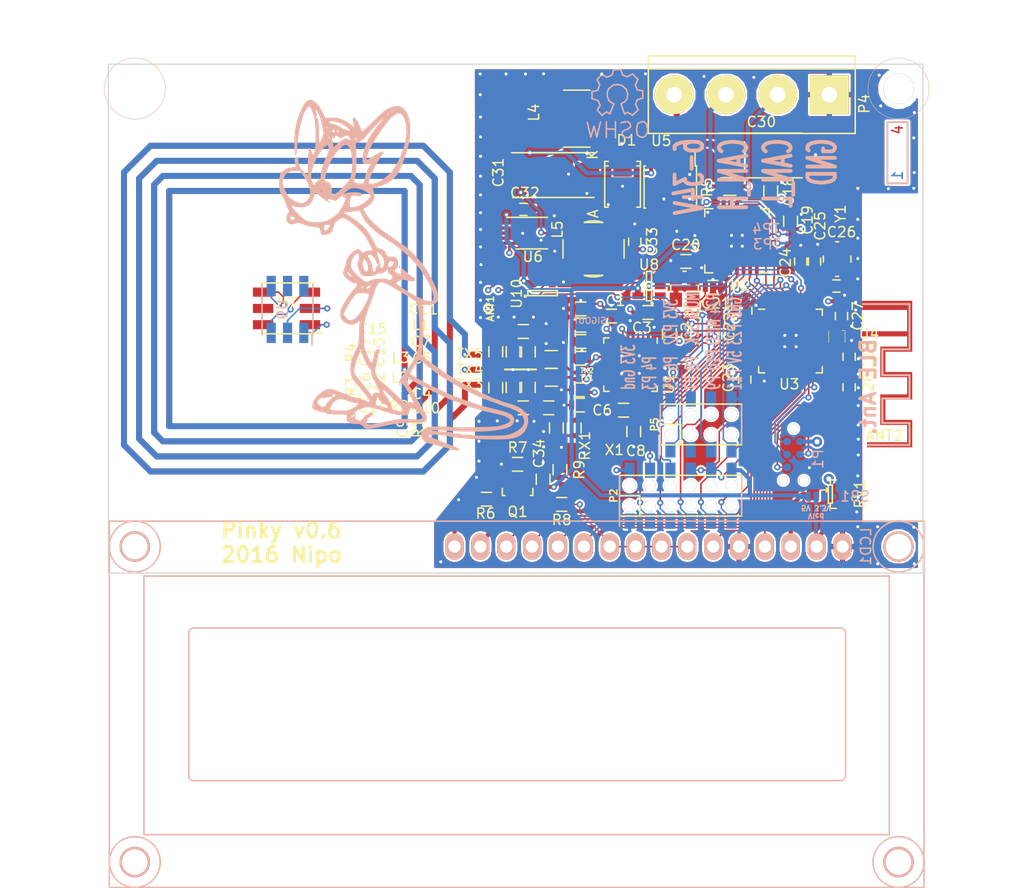
<source format=kicad_pcb>
(kicad_pcb (version 4) (host pcbnew 4.1.0-alpha+201605061002+6775~44~ubuntu14.04.1-product)

  (general
    (links 277)
    (no_connects 0)
    (area 59 54.2 157.806382 141.130001)
    (thickness 1.6)
    (drawings 25)
    (tracks 1281)
    (zones 0)
    (modules 87)
    (nets 91)
  )

  (page A4)
  (layers
    (0 F.Cu mixed)
    (1 In1.Cu power)
    (2 In2.Cu power)
    (31 B.Cu mixed)
    (34 B.Paste user hide)
    (35 F.Paste user hide)
    (36 B.SilkS user)
    (37 F.SilkS user)
    (38 B.Mask user hide)
    (39 F.Mask user hide)
    (40 Dwgs.User user)
    (41 Cmts.User user)
    (44 Edge.Cuts user)
    (45 Margin user)
    (46 B.CrtYd user)
    (47 F.CrtYd user)
    (48 B.Fab user hide)
    (49 F.Fab user hide)
  )

  (setup
    (last_trace_width 0.1524)
    (user_trace_width 0.1524)
    (user_trace_width 0.25)
    (user_trace_width 0.4)
    (user_trace_width 0.58)
    (user_trace_width 1)
    (trace_clearance 0.1524)
    (zone_clearance 0.2)
    (zone_45_only yes)
    (trace_min 0.1524)
    (segment_width 0.2)
    (edge_width 0.1)
    (via_size 0.61)
    (via_drill 0.3)
    (via_min_size 0.6048)
    (via_min_drill 0.3)
    (user_via 0.61 0.3)
    (uvia_size 0.3)
    (uvia_drill 0.1)
    (uvias_allowed no)
    (uvia_min_size 0.2)
    (uvia_min_drill 0.1)
    (pcb_text_width 0.3)
    (pcb_text_size 1.5 1.5)
    (mod_edge_width 0.15)
    (mod_text_size 1 1)
    (mod_text_width 0.15)
    (pad_size 3 3)
    (pad_drill 3)
    (pad_to_mask_clearance 0)
    (aux_axis_origin 0 0)
    (visible_elements FFFFFF7F)
    (pcbplotparams
      (layerselection 0x00000_fffffff9)
      (usegerberextensions false)
      (excludeedgelayer true)
      (linewidth 0.100000)
      (plotframeref false)
      (viasonmask false)
      (mode 1)
      (useauxorigin false)
      (hpglpennumber 1)
      (hpglpenspeed 20)
      (hpglpendiameter 15)
      (psnegative false)
      (psa4output false)
      (plotreference true)
      (plotvalue true)
      (plotinvisibletext false)
      (padsonsilk false)
      (subtractmaskfromsilk false)
      (outputformat 1)
      (mirror false)
      (drillshape 0)
      (scaleselection 1)
      (outputdirectory test))
  )

  (net 0 "")
  (net 1 GND)
  (net 2 +3V3)
  (net 3 /mcu/SWDIO)
  (net 4 /mcu/SWDCLK)
  (net 5 "Net-(L3-Pad1)")
  (net 6 +5V)
  (net 7 "Net-(C14-Pad1)")
  (net 8 "Net-(TP3-Pad1)")
  (net 9 "Net-(TP1-Pad1)")
  (net 10 "Net-(TP4-Pad1)")
  (net 11 /P25)
  (net 12 /P26)
  (net 13 /P20)
  (net 14 /P19)
  (net 15 /P11)
  (net 16 /P12)
  (net 17 /P13)
  (net 18 /P14)
  (net 19 /P15)
  (net 20 /P16)
  (net 21 /P17)
  (net 22 /P18)
  (net 23 /P27)
  (net 24 /P28)
  (net 25 /P29)
  (net 26 /P7)
  (net 27 /P6)
  (net 28 /P5)
  (net 29 /P4)
  (net 30 /P3)
  (net 31 /P10)
  (net 32 /P9)
  (net 33 /P8)
  (net 34 /P30)
  (net 35 /P0)
  (net 36 /P1)
  (net 37 /P2)
  (net 38 "Net-(C26-Pad2)")
  (net 39 /P21)
  (net 40 /P22)
  (net 41 /P23)
  (net 42 /P24)
  (net 43 "Net-(ANT1-Pad3)")
  (net 44 "Net-(ANT1-Pad1)")
  (net 45 "Net-(ANT2-Pad2)")
  (net 46 "Net-(C8-Pad1)")
  (net 47 "Net-(Q1-Pad3)")
  (net 48 "Net-(L5-Pad2)")
  (net 49 "Net-(D1-Pad1)")
  (net 50 "Net-(C9-Pad2)")
  (net 51 "Net-(L2-Pad1)")
  (net 52 "Net-(C13-Pad2)")
  (net 53 "Net-(C12-Pad1)")
  (net 54 "Net-(C15-Pad1)")
  (net 55 "Net-(C9-Pad1)")
  (net 56 "Net-(C5-Pad2)")
  (net 57 "Net-(C10-Pad2)")
  (net 58 "Net-(C6-Pad1)")
  (net 59 "Net-(C21-Pad1)")
  (net 60 "Net-(C20-Pad1)")
  (net 61 "Net-(U3-Pad32)")
  (net 62 "Net-(U3-Pad31)")
  (net 63 "Net-(C29-Pad1)")
  (net 64 "Net-(U3-Pad2)")
  (net 65 "Net-(C28-Pad1)")
  (net 66 "Net-(C25-Pad2)")
  (net 67 "Net-(C24-Pad2)")
  (net 68 "Net-(U1-Pad19)")
  (net 69 "Net-(U1-Pad20)")
  (net 70 "Net-(U2-Pad6)")
  (net 71 "Net-(U2-Pad7)")
  (net 72 "Net-(U2-Pad8)")
  (net 73 "Net-(U2-Pad9)")
  (net 74 "Net-(U2-Pad23)")
  (net 75 "Net-(U2-Pad24)")
  (net 76 /can/VSupply)
  (net 77 "Net-(P4-Pad3)")
  (net 78 "Net-(P4-Pad2)")
  (net 79 "Net-(LCD1-Pad2)")
  (net 80 "Net-(LCD1-Pad10)")
  (net 81 "Net-(LCD1-Pad3)")
  (net 82 "Net-(Q1-Pad1)")
  (net 83 "Net-(LCD1-Pad16)")
  (net 84 "Net-(U7-Pad2)")
  (net 85 "Net-(U7-Pad5)")
  (net 86 "Net-(U7-Pad6)")
  (net 87 "Net-(U9-Pad5)")
  (net 88 "Net-(U9-Pad6)")
  (net 89 "Net-(U1-Pad7)")
  (net 90 "Net-(U10-Pad4)")

  (net_class Default "This is the default net class."
    (clearance 0.1524)
    (trace_width 0.1524)
    (via_dia 0.61)
    (via_drill 0.3)
    (uvia_dia 0.3)
    (uvia_drill 0.1)
    (add_net /P0)
    (add_net /P1)
    (add_net /P10)
    (add_net /P11)
    (add_net /P12)
    (add_net /P13)
    (add_net /P14)
    (add_net /P15)
    (add_net /P16)
    (add_net /P17)
    (add_net /P18)
    (add_net /P19)
    (add_net /P2)
    (add_net /P20)
    (add_net /P21)
    (add_net /P22)
    (add_net /P23)
    (add_net /P24)
    (add_net /P25)
    (add_net /P26)
    (add_net /P27)
    (add_net /P28)
    (add_net /P29)
    (add_net /P3)
    (add_net /P30)
    (add_net /P4)
    (add_net /P5)
    (add_net /P6)
    (add_net /P7)
    (add_net /P8)
    (add_net /P9)
    (add_net /can/VSupply)
    (add_net /mcu/SWDCLK)
    (add_net /mcu/SWDIO)
    (add_net GND)
    (add_net "Net-(ANT1-Pad1)")
    (add_net "Net-(ANT1-Pad3)")
    (add_net "Net-(ANT2-Pad2)")
    (add_net "Net-(C10-Pad2)")
    (add_net "Net-(C12-Pad1)")
    (add_net "Net-(C13-Pad2)")
    (add_net "Net-(C14-Pad1)")
    (add_net "Net-(C15-Pad1)")
    (add_net "Net-(C20-Pad1)")
    (add_net "Net-(C21-Pad1)")
    (add_net "Net-(C24-Pad2)")
    (add_net "Net-(C25-Pad2)")
    (add_net "Net-(C26-Pad2)")
    (add_net "Net-(C28-Pad1)")
    (add_net "Net-(C29-Pad1)")
    (add_net "Net-(C5-Pad2)")
    (add_net "Net-(C6-Pad1)")
    (add_net "Net-(C8-Pad1)")
    (add_net "Net-(C9-Pad1)")
    (add_net "Net-(C9-Pad2)")
    (add_net "Net-(D1-Pad1)")
    (add_net "Net-(L2-Pad1)")
    (add_net "Net-(L3-Pad1)")
    (add_net "Net-(L5-Pad2)")
    (add_net "Net-(LCD1-Pad10)")
    (add_net "Net-(LCD1-Pad16)")
    (add_net "Net-(LCD1-Pad2)")
    (add_net "Net-(LCD1-Pad3)")
    (add_net "Net-(P4-Pad2)")
    (add_net "Net-(P4-Pad3)")
    (add_net "Net-(Q1-Pad1)")
    (add_net "Net-(Q1-Pad3)")
    (add_net "Net-(TP1-Pad1)")
    (add_net "Net-(TP3-Pad1)")
    (add_net "Net-(TP4-Pad1)")
    (add_net "Net-(U1-Pad19)")
    (add_net "Net-(U1-Pad20)")
    (add_net "Net-(U1-Pad7)")
    (add_net "Net-(U10-Pad4)")
    (add_net "Net-(U2-Pad23)")
    (add_net "Net-(U2-Pad24)")
    (add_net "Net-(U2-Pad6)")
    (add_net "Net-(U2-Pad7)")
    (add_net "Net-(U2-Pad8)")
    (add_net "Net-(U2-Pad9)")
    (add_net "Net-(U3-Pad2)")
    (add_net "Net-(U3-Pad31)")
    (add_net "Net-(U3-Pad32)")
    (add_net "Net-(U7-Pad2)")
    (add_net "Net-(U7-Pad5)")
    (add_net "Net-(U7-Pad6)")
    (add_net "Net-(U9-Pad5)")
    (add_net "Net-(U9-Pad6)")
  )

  (net_class Power ""
    (clearance 0.1524)
    (trace_width 0.4)
    (via_dia 1)
    (via_drill 0.5)
    (uvia_dia 0.3)
    (uvia_drill 0.1)
    (add_net +3V3)
    (add_net +5V)
  )

  (module SMD_pin_header:TH_2mm_02x04 (layer B.Cu) (tedit 0) (tstamp 582F572E)
    (at 128.2 95.4 270)
    (descr "'FCI 91596-X08")
    (path /581DB7AC)
    (attr virtual)
    (fp_text reference P5 (at 0 4.57 270) (layer F.SilkS)
      (effects (font (size 0.7 0.7) (thickness 0.15)))
    )
    (fp_text value SPI_EXT (at 0 -4.57 270) (layer B.Fab)
      (effects (font (size 0.7 0.7) (thickness 0.15)) (justify mirror))
    )
    (fp_line (start -2 4) (end 2 4) (layer F.CrtYd) (width 0.05))
    (fp_line (start 2 4) (end 2 -4) (layer F.CrtYd) (width 0.05))
    (fp_line (start 2 -4) (end -2 -4) (layer F.CrtYd) (width 0.05))
    (fp_line (start -2 -4) (end -2 4) (layer F.CrtYd) (width 0.05))
    (fp_line (start -3 4) (end 3 4) (layer B.CrtYd) (width 0.05))
    (fp_line (start 3 4) (end 3 -4) (layer B.CrtYd) (width 0.05))
    (fp_line (start 3 -4) (end -3 -4) (layer B.CrtYd) (width 0.05))
    (fp_line (start -3 -4) (end -3 4) (layer B.CrtYd) (width 0.05))
    (fp_line (start -2 -4) (end 2 -4) (layer B.SilkS) (width 0.15))
    (fp_line (start -2 4) (end 3 4) (layer B.SilkS) (width 0.15))
    (fp_line (start -2 -4) (end 2 -4) (layer F.SilkS) (width 0.15))
    (fp_line (start -2 4) (end 2 4) (layer F.SilkS) (width 0.15))
    (fp_line (start 2 4) (end 2 -4) (layer F.SilkS) (width 0.15))
    (fp_line (start 2 -4) (end -2 -4) (layer F.SilkS) (width 0.15))
    (fp_line (start -2 -4) (end -2 4) (layer F.SilkS) (width 0.15))
    (fp_line (start 0 2) (end 2 2) (layer F.SilkS) (width 0.15))
    (fp_line (start 0 4) (end 0 2) (layer F.SilkS) (width 0.15))
    (pad 1 smd rect (at 2.5 3 270) (size 1.5 1) (layers B.Cu B.Paste B.Mask)
      (net 40 /P22))
    (pad 2 smd rect (at -2.5 3 270) (size 1.5 1) (layers B.Cu B.Paste B.Mask)
      (net 2 +3V3))
    (pad ' thru_hole circle (at -1 3 270) (size 1.14 1.14) (drill 1.14) (layers *.Cu))
    (pad ' thru_hole circle (at 1 3 270) (size 1.14 1.14) (drill 1.14) (layers *.Cu))
    (pad 3 smd rect (at 2.5 1 270) (size 1.5 1) (layers B.Cu B.Paste B.Mask)
      (net 25 /P29))
    (pad 4 smd rect (at -2.5 1 270) (size 1.5 1) (layers B.Cu B.Paste B.Mask)
      (net 24 /P28))
    (pad ' thru_hole circle (at -1 1 270) (size 1.14 1.14) (drill 1.14) (layers *.Cu))
    (pad ' thru_hole circle (at 1 1 270) (size 1.14 1.14) (drill 1.14) (layers *.Cu))
    (pad 5 smd rect (at 2.5 -1 270) (size 1.5 1) (layers B.Cu B.Paste B.Mask)
      (net 23 /P27))
    (pad 6 smd rect (at -2.5 -1 270) (size 1.5 1) (layers B.Cu B.Paste B.Mask)
      (net 42 /P24))
    (pad ' thru_hole circle (at -1 -1 270) (size 1.14 1.14) (drill 1.14) (layers *.Cu))
    (pad ' thru_hole circle (at 1 -1 270) (size 1.14 1.14) (drill 1.14) (layers *.Cu))
    (pad 7 smd rect (at 2.5 -3 270) (size 1.5 1) (layers B.Cu B.Paste B.Mask)
      (net 41 /P23))
    (pad 8 smd rect (at -2.5 -3 270) (size 1.5 1) (layers B.Cu B.Paste B.Mask)
      (net 1 GND))
    (pad ' thru_hole circle (at -1 -3 270) (size 1.14 1.14) (drill 1.14) (layers *.Cu))
    (pad ' thru_hole circle (at 1 -3 270) (size 1.14 1.14) (drill 1.14) (layers *.Cu))
  )

  (module Capacitors_SMD:C_0603 (layer F.Cu) (tedit 5415D631) (tstamp 57A86D94)
    (at 121.7 77.45 90)
    (descr "Capacitor SMD 0603, reflow soldering, AVX (see smccp.pdf)")
    (tags "capacitor 0603")
    (path /57ADA116/57ADA86E)
    (attr smd)
    (fp_text reference C33 (at 0 1.7 90) (layer F.SilkS)
      (effects (font (size 1 1) (thickness 0.15)))
    )
    (fp_text value 22uF (at -0.4 -0.1 90) (layer F.Fab)
      (effects (font (size 1 1) (thickness 0.15)))
    )
    (fp_line (start -1.45 -0.75) (end 1.45 -0.75) (layer F.CrtYd) (width 0.05))
    (fp_line (start -1.45 0.75) (end 1.45 0.75) (layer F.CrtYd) (width 0.05))
    (fp_line (start -1.45 -0.75) (end -1.45 0.75) (layer F.CrtYd) (width 0.05))
    (fp_line (start 1.45 -0.75) (end 1.45 0.75) (layer F.CrtYd) (width 0.05))
    (fp_line (start -0.35 -0.6) (end 0.35 -0.6) (layer F.SilkS) (width 0.15))
    (fp_line (start 0.35 0.6) (end -0.35 0.6) (layer F.SilkS) (width 0.15))
    (pad 1 smd rect (at -0.75 0 90) (size 0.8 0.75) (layers F.Cu F.Paste F.Mask)
      (net 2 +3V3))
    (pad 2 smd rect (at 0.75 0 90) (size 0.8 0.75) (layers F.Cu F.Paste F.Mask)
      (net 1 GND))
    (model Capacitors_SMD.3dshapes/C_0603.wrl
      (at (xyz 0 0 0))
      (scale (xyz 1 1 1))
      (rotate (xyz 0 0 0))
    )
  )

  (module VSSOP:VSSOP-10_3.1x3.1mm_Pitch0.5mm (layer F.Cu) (tedit 56C5753E) (tstamp 57A8696C)
    (at 111.588466 76.602)
    (descr "10-Lead Plastic Small Outline Package")
    (tags "VSSOP 0.5")
    (path /57ADA116/57ADA870)
    (attr smd)
    (fp_text reference U6 (at 0.101534 2.318 180) (layer F.SilkS)
      (effects (font (size 1 1) (thickness 0.15)))
    )
    (fp_text value TPS62056 (at -0.138466 -0.132) (layer F.Fab)
      (effects (font (size 1 1) (thickness 0.15)))
    )
    (fp_line (start 1.55 1.55) (end -1.55 1.55) (layer F.SilkS) (width 0.15))
    (fp_line (start -2.45 -1.55) (end 1.55 -1.55) (layer F.SilkS) (width 0.15))
    (fp_line (start -2.45 -1.55) (end 2.45 -1.55) (layer F.CrtYd) (width 0.05))
    (fp_line (start -2.45 -1.55) (end -2.45 1.55) (layer F.CrtYd) (width 0.05))
    (fp_line (start 2.45 1.55) (end -2.45 1.55) (layer F.CrtYd) (width 0.05))
    (fp_line (start 2.45 -1.55) (end 2.45 1.55) (layer F.CrtYd) (width 0.05))
    (pad 1 smd rect (at -2.2 -1) (size 1.45 0.3) (layers F.Cu F.Paste F.Mask)
      (net 6 +5V))
    (pad 2 smd rect (at -2.2 -0.5) (size 1.45 0.3) (layers F.Cu F.Paste F.Mask)
      (net 1 GND))
    (pad 3 smd rect (at -2.2 0) (size 1.45 0.3) (layers F.Cu F.Paste F.Mask)
      (net 1 GND))
    (pad 4 smd rect (at -2.2 0.5) (size 1.45 0.3) (layers F.Cu F.Paste F.Mask)
      (net 1 GND))
    (pad 5 smd rect (at -2.2 1) (size 1.45 0.3) (layers F.Cu F.Paste F.Mask)
      (net 2 +3V3))
    (pad 7 smd rect (at 2.2 0.5) (size 1.45 0.3) (layers F.Cu F.Paste F.Mask)
      (net 1 GND))
    (pad 10 smd rect (at 2.2 -1) (size 1.45 0.3) (layers F.Cu F.Paste F.Mask)
      (net 1 GND))
    (pad 9 smd rect (at 2.2 -0.5) (size 1.45 0.3) (layers F.Cu F.Paste F.Mask)
      (net 48 "Net-(L5-Pad2)"))
    (pad 8 smd rect (at 2.2 0) (size 1.45 0.3) (layers F.Cu F.Paste F.Mask)
      (net 6 +5V))
    (pad 6 smd rect (at 2.2 1) (size 1.45 0.3) (layers F.Cu F.Paste F.Mask)
      (net 1 GND))
    (model Housings_SSOP.3dshapes/MSOP-10-1EP_3x3mm_Pitch0.5mm.wrl
      (at (xyz 0 0 0))
      (scale (xyz 1 1 0.8))
      (rotate (xyz 0 0 0))
    )
  )

  (module Capacitors_SMD:C_0603 (layer F.Cu) (tedit 5415D631) (tstamp 57A86DB6)
    (at 110.765 74.27)
    (descr "Capacitor SMD 0603, reflow soldering, AVX (see smccp.pdf)")
    (tags "capacitor 0603")
    (path /57ADA116/57ADA86F)
    (attr smd)
    (fp_text reference C32 (at 0.135 -1.62) (layer F.SilkS)
      (effects (font (size 1 1) (thickness 0.15)))
    )
    (fp_text value 10uF (at -0.125 0) (layer F.Fab)
      (effects (font (size 1 1) (thickness 0.15)))
    )
    (fp_line (start -1.45 -0.75) (end 1.45 -0.75) (layer F.CrtYd) (width 0.05))
    (fp_line (start -1.45 0.75) (end 1.45 0.75) (layer F.CrtYd) (width 0.05))
    (fp_line (start -1.45 -0.75) (end -1.45 0.75) (layer F.CrtYd) (width 0.05))
    (fp_line (start 1.45 -0.75) (end 1.45 0.75) (layer F.CrtYd) (width 0.05))
    (fp_line (start -0.35 -0.6) (end 0.35 -0.6) (layer F.SilkS) (width 0.15))
    (fp_line (start 0.35 0.6) (end -0.35 0.6) (layer F.SilkS) (width 0.15))
    (pad 1 smd rect (at -0.75 0) (size 0.8 0.75) (layers F.Cu F.Paste F.Mask)
      (net 6 +5V))
    (pad 2 smd rect (at 0.75 0) (size 0.8 0.75) (layers F.Cu F.Paste F.Mask)
      (net 1 GND))
    (model Capacitors_SMD.3dshapes/C_0603.wrl
      (at (xyz 0 0 0))
      (scale (xyz 1 1 1))
      (rotate (xyz 0 0 0))
    )
  )

  (module Connect:bornier4 (layer F.Cu) (tedit 0) (tstamp 57AADD2E)
    (at 133.19 63 180)
    (descr "Bornier d'alimentation 4 pins")
    (tags DEV)
    (path /57A213A9/57A5C395)
    (fp_text reference P4 (at -11.049 -0.889 270) (layer F.SilkS)
      (effects (font (size 1 1) (thickness 0.15)))
    )
    (fp_text value CAN (at 0 5.08 180) (layer F.Fab)
      (effects (font (size 1 1) (thickness 0.15)))
    )
    (fp_line (start -10.16 -3.81) (end -10.16 3.81) (layer F.SilkS) (width 0.15))
    (fp_line (start 10.16 3.81) (end 10.16 -3.81) (layer F.SilkS) (width 0.15))
    (fp_line (start 10.16 2.54) (end -10.16 2.54) (layer F.SilkS) (width 0.15))
    (fp_line (start -10.16 -3.81) (end 10.16 -3.81) (layer F.SilkS) (width 0.15))
    (fp_line (start -10.16 3.81) (end 10.16 3.81) (layer F.SilkS) (width 0.15))
    (pad 2 thru_hole circle (at -2.54 0 180) (size 3.81 3.81) (drill 1.524) (layers *.Cu *.Mask F.SilkS)
      (net 78 "Net-(P4-Pad2)"))
    (pad 3 thru_hole circle (at 2.54 0 180) (size 3.81 3.81) (drill 1.524) (layers *.Cu *.Mask F.SilkS)
      (net 77 "Net-(P4-Pad3)"))
    (pad 1 thru_hole rect (at -7.62 0 180) (size 3.81 3.81) (drill 1.524) (layers *.Cu *.Mask F.SilkS)
      (net 1 GND))
    (pad 4 thru_hole circle (at 7.62 0 180) (size 3.81 3.81) (drill 1.524) (layers *.Cu *.Mask F.SilkS)
      (net 76 /can/VSupply))
    (model Connect.3dshapes/bornier4.wrl
      (at (xyz 0 0 0))
      (scale (xyz 1 1 1))
      (rotate (xyz 0 0 0))
    )
  )

  (module Test_point:Round-SMD-Pad_0.4mm (layer B.Cu) (tedit 57AA5231) (tstamp 57A99107)
    (at 136.651 76.716 270)
    (path /57A213A9/57A65E93)
    (fp_text reference TP4 (at -0.508 2.064 180) (layer B.SilkS)
      (effects (font (size 1 1) (thickness 0.15)) (justify mirror))
    )
    (fp_text value CAN_RX (at 0 0.9 270) (layer B.Fab) hide
      (effects (font (size 1 1) (thickness 0.15)) (justify mirror))
    )
    (pad 1 smd circle (at 0 0 270) (size 0.4 0.4) (layers B.Cu B.Mask)
      (net 10 "Net-(TP4-Pad1)") (solder_mask_margin 0.001))
  )

  (module Test_point:Round-SMD-Pad_0.4mm (layer B.Cu) (tedit 581DB8A0) (tstamp 57A990F2)
    (at 119.25 85.25 180)
    (path /57A213A5/57A666E4)
    (fp_text reference TP1 (at 0.55 1.95 270) (layer B.SilkS) hide
      (effects (font (size 1 1) (thickness 0.15)) (justify mirror))
    )
    (fp_text value SIGOUT (at 1.95 0.05) (layer B.SilkS)
      (effects (font (size 0.6 0.6) (thickness 0.1)) (justify mirror))
    )
    (pad 1 smd circle (at 0 0 180) (size 0.4 0.4) (layers B.Cu B.Mask)
      (net 9 "Net-(TP1-Pad1)") (solder_mask_margin 0.001))
  )

  (module Test_point:Round-SMD-Pad_0.4mm (layer B.Cu) (tedit 57AA5233) (tstamp 57A86C60)
    (at 136.651 77.595 180)
    (path /57A213A9/57A65EC6)
    (fp_text reference TP3 (at 2 -0.1 180) (layer B.SilkS)
      (effects (font (size 1 1) (thickness 0.15)) (justify mirror))
    )
    (fp_text value CAN_TX (at 0 0.9 180) (layer B.Fab) hide
      (effects (font (size 1 1) (thickness 0.15)) (justify mirror))
    )
    (pad 1 smd circle (at 0 0 180) (size 0.4 0.4) (layers B.Cu B.Mask)
      (net 8 "Net-(TP3-Pad1)") (solder_mask_margin 0.001))
  )

  (module Resistors_SMD:R_0805 (layer F.Cu) (tedit 5415CDEB) (tstamp 57A8DE47)
    (at 113.5 90.76777 180)
    (descr "Resistor SMD 0805, reflow soldering, Vishay (see dcrcw.pdf)")
    (tags "resistor 0805")
    (path /57A213A5/57A4D73C)
    (attr smd)
    (fp_text reference L2 (at 14.854 -0.04523 180) (layer F.SilkS)
      (effects (font (size 1 1) (thickness 0.15)))
    )
    (fp_text value 560nH (at -0.85 0.91777 90) (layer F.Fab)
      (effects (font (size 1 1) (thickness 0.15)))
    )
    (fp_line (start -1.6 -1) (end 1.6 -1) (layer F.CrtYd) (width 0.05))
    (fp_line (start -1.6 1) (end 1.6 1) (layer F.CrtYd) (width 0.05))
    (fp_line (start -1.6 -1) (end -1.6 1) (layer F.CrtYd) (width 0.05))
    (fp_line (start 1.6 -1) (end 1.6 1) (layer F.CrtYd) (width 0.05))
    (fp_line (start 0.6 0.875) (end -0.6 0.875) (layer F.SilkS) (width 0.15))
    (fp_line (start -0.6 -0.875) (end 0.6 -0.875) (layer F.SilkS) (width 0.15))
    (pad 1 smd rect (at -0.95 0 180) (size 0.7 1.3) (layers F.Cu F.Paste F.Mask)
      (net 51 "Net-(L2-Pad1)"))
    (pad 2 smd rect (at 0.95 0 180) (size 0.7 1.3) (layers F.Cu F.Paste F.Mask)
      (net 53 "Net-(C12-Pad1)"))
    (model Resistors_SMD.3dshapes/R_0805.wrl
      (at (xyz 0 0 0))
      (scale (xyz 1 1 1))
      (rotate (xyz 0 0 0))
    )
  )

  (module Resistors_SMD:R_0805 (layer F.Cu) (tedit 5415CDEB) (tstamp 57A8DE26)
    (at 113.5 89.01777 180)
    (descr "Resistor SMD 0805, reflow soldering, Vishay (see dcrcw.pdf)")
    (tags "resistor 0805")
    (path /57A213A5/57A4D774)
    (attr smd)
    (fp_text reference L3 (at 14.8 0.16777 180) (layer F.SilkS)
      (effects (font (size 1 1) (thickness 0.15)))
    )
    (fp_text value 560nH (at 0.5 -0.88223 90) (layer F.Fab)
      (effects (font (size 1 1) (thickness 0.15)))
    )
    (fp_line (start -1.6 -1) (end 1.6 -1) (layer F.CrtYd) (width 0.05))
    (fp_line (start -1.6 1) (end 1.6 1) (layer F.CrtYd) (width 0.05))
    (fp_line (start -1.6 -1) (end -1.6 1) (layer F.CrtYd) (width 0.05))
    (fp_line (start 1.6 -1) (end 1.6 1) (layer F.CrtYd) (width 0.05))
    (fp_line (start 0.6 0.875) (end -0.6 0.875) (layer F.SilkS) (width 0.15))
    (fp_line (start -0.6 -0.875) (end 0.6 -0.875) (layer F.SilkS) (width 0.15))
    (pad 1 smd rect (at -0.95 0 180) (size 0.7 1.3) (layers F.Cu F.Paste F.Mask)
      (net 5 "Net-(L3-Pad1)"))
    (pad 2 smd rect (at 0.95 0 180) (size 0.7 1.3) (layers F.Cu F.Paste F.Mask)
      (net 52 "Net-(C13-Pad2)"))
    (model Resistors_SMD.3dshapes/R_0805.wrl
      (at (xyz 0 0 0))
      (scale (xyz 1 1 1))
      (rotate (xyz 0 0 0))
    )
  )

  (module Resistors_SMD:R_0603 (layer F.Cu) (tedit 5415CC62) (tstamp 57A8CB0F)
    (at 108.05 88.25 90)
    (descr "Resistor SMD 0603, reflow soldering, Vishay (see dcrcw.pdf)")
    (tags "resistor 0603")
    (path /57A213A5/57A4DBAE)
    (attr smd)
    (fp_text reference R4 (at -0.1 -14.2 90) (layer F.SilkS)
      (effects (font (size 1 1) (thickness 0.15)))
    )
    (fp_text value 0R (at 0 -0.11777 90) (layer F.Fab)
      (effects (font (size 1 1) (thickness 0.15)))
    )
    (fp_line (start -1.3 -0.8) (end 1.3 -0.8) (layer F.CrtYd) (width 0.05))
    (fp_line (start -1.3 0.8) (end 1.3 0.8) (layer F.CrtYd) (width 0.05))
    (fp_line (start -1.3 -0.8) (end -1.3 0.8) (layer F.CrtYd) (width 0.05))
    (fp_line (start 1.3 -0.8) (end 1.3 0.8) (layer F.CrtYd) (width 0.05))
    (fp_line (start 0.5 0.675) (end -0.5 0.675) (layer F.SilkS) (width 0.15))
    (fp_line (start -0.5 -0.675) (end 0.5 -0.675) (layer F.SilkS) (width 0.15))
    (pad 1 smd rect (at -0.75 0 90) (size 0.5 0.9) (layers F.Cu F.Paste F.Mask)
      (net 43 "Net-(ANT1-Pad3)"))
    (pad 2 smd rect (at 0.75 0 90) (size 0.5 0.9) (layers F.Cu F.Paste F.Mask)
      (net 54 "Net-(C15-Pad1)"))
    (model Resistors_SMD.3dshapes/R_0603.wrl
      (at (xyz 0 0 0))
      (scale (xyz 1 1 1))
      (rotate (xyz 0 0 0))
    )
  )

  (module Resistors_SMD:R_0603 (layer F.Cu) (tedit 5415CC62) (tstamp 57A8CAED)
    (at 108.05 91.8 270)
    (descr "Resistor SMD 0603, reflow soldering, Vishay (see dcrcw.pdf)")
    (tags "resistor 0603")
    (path /57A213A5/57A4DB3C)
    (attr smd)
    (fp_text reference R3 (at -0.1 14.2 270) (layer F.SilkS)
      (effects (font (size 1 1) (thickness 0.15)))
    )
    (fp_text value 0R (at 0 -0.01777 270) (layer F.Fab)
      (effects (font (size 1 1) (thickness 0.15)))
    )
    (fp_line (start -1.3 -0.8) (end 1.3 -0.8) (layer F.CrtYd) (width 0.05))
    (fp_line (start -1.3 0.8) (end 1.3 0.8) (layer F.CrtYd) (width 0.05))
    (fp_line (start -1.3 -0.8) (end -1.3 0.8) (layer F.CrtYd) (width 0.05))
    (fp_line (start 1.3 -0.8) (end 1.3 0.8) (layer F.CrtYd) (width 0.05))
    (fp_line (start 0.5 0.675) (end -0.5 0.675) (layer F.SilkS) (width 0.15))
    (fp_line (start -0.5 -0.675) (end 0.5 -0.675) (layer F.SilkS) (width 0.15))
    (pad 1 smd rect (at -0.75 0 270) (size 0.5 0.9) (layers F.Cu F.Paste F.Mask)
      (net 44 "Net-(ANT1-Pad1)"))
    (pad 2 smd rect (at 0.75 0 270) (size 0.5 0.9) (layers F.Cu F.Paste F.Mask)
      (net 7 "Net-(C14-Pad1)"))
    (model Resistors_SMD.3dshapes/R_0603.wrl
      (at (xyz 0 0 0))
      (scale (xyz 1 1 1))
      (rotate (xyz 0 0 0))
    )
  )

  (module Resistors_SMD:R_0603 (layer F.Cu) (tedit 5415CC62) (tstamp 57A8CACB)
    (at 113.25 93.76777)
    (descr "Resistor SMD 0603, reflow soldering, Vishay (see dcrcw.pdf)")
    (tags "resistor 0603")
    (path /57A213A5/57A4E4E3)
    (attr smd)
    (fp_text reference R2 (at -14.731 -0.16077) (layer F.SilkS)
      (effects (font (size 1 1) (thickness 0.15)))
    )
    (fp_text value 2k (at 0 -0.01777) (layer F.Fab)
      (effects (font (size 1 1) (thickness 0.15)))
    )
    (fp_line (start -1.3 -0.8) (end 1.3 -0.8) (layer F.CrtYd) (width 0.05))
    (fp_line (start -1.3 0.8) (end 1.3 0.8) (layer F.CrtYd) (width 0.05))
    (fp_line (start -1.3 -0.8) (end -1.3 0.8) (layer F.CrtYd) (width 0.05))
    (fp_line (start 1.3 -0.8) (end 1.3 0.8) (layer F.CrtYd) (width 0.05))
    (fp_line (start 0.5 0.675) (end -0.5 0.675) (layer F.SilkS) (width 0.15))
    (fp_line (start -0.5 -0.675) (end 0.5 -0.675) (layer F.SilkS) (width 0.15))
    (pad 1 smd rect (at -0.75 0) (size 0.5 0.9) (layers F.Cu F.Paste F.Mask)
      (net 53 "Net-(C12-Pad1)"))
    (pad 2 smd rect (at 0.75 0) (size 0.5 0.9) (layers F.Cu F.Paste F.Mask)
      (net 55 "Net-(C9-Pad1)"))
    (model Resistors_SMD.3dshapes/R_0603.wrl
      (at (xyz 0 0 0))
      (scale (xyz 1 1 1))
      (rotate (xyz 0 0 0))
    )
  )

  (module Resistors_SMD:R_0603 (layer F.Cu) (tedit 5415CC62) (tstamp 57A8CA93)
    (at 115.75 95.75 270)
    (descr "Resistor SMD 0603, reflow soldering, Vishay (see dcrcw.pdf)")
    (tags "resistor 0603")
    (path /57A213A5/57A4E064)
    (attr smd)
    (fp_text reference R1 (at 0.016 15.326 270) (layer F.SilkS)
      (effects (font (size 1 1) (thickness 0.15)))
    )
    (fp_text value 1K (at 0 0 270) (layer F.Fab)
      (effects (font (size 1 1) (thickness 0.15)))
    )
    (fp_line (start -1.3 -0.8) (end 1.3 -0.8) (layer F.CrtYd) (width 0.05))
    (fp_line (start -1.3 0.8) (end 1.3 0.8) (layer F.CrtYd) (width 0.05))
    (fp_line (start -1.3 -0.8) (end -1.3 0.8) (layer F.CrtYd) (width 0.05))
    (fp_line (start 1.3 -0.8) (end 1.3 0.8) (layer F.CrtYd) (width 0.05))
    (fp_line (start 0.5 0.675) (end -0.5 0.675) (layer F.SilkS) (width 0.15))
    (fp_line (start -0.5 -0.675) (end 0.5 -0.675) (layer F.SilkS) (width 0.15))
    (pad 1 smd rect (at -0.75 0 270) (size 0.5 0.9) (layers F.Cu F.Paste F.Mask)
      (net 57 "Net-(C10-Pad2)"))
    (pad 2 smd rect (at 0.75 0 270) (size 0.5 0.9) (layers F.Cu F.Paste F.Mask)
      (net 50 "Net-(C9-Pad2)"))
    (model Resistors_SMD.3dshapes/R_0603.wrl
      (at (xyz 0 0 0))
      (scale (xyz 1 1 1))
      (rotate (xyz 0 0 0))
    )
  )

  (module Resistors_SMD:R_0603 (layer F.Cu) (tedit 5415CC62) (tstamp 57A8C9EB)
    (at 119.4 84.75)
    (descr "Resistor SMD 0603, reflow soldering, Vishay (see dcrcw.pdf)")
    (tags "resistor 0603")
    (path /57A213A5/57A89CF4)
    (attr smd)
    (fp_text reference C1 (at 0.4 -1.5) (layer F.SilkS)
      (effects (font (size 1 1) (thickness 0.15)))
    )
    (fp_text value 100nF (at 0.582 0.602) (layer F.Fab)
      (effects (font (size 1 1) (thickness 0.15)))
    )
    (fp_line (start -1.3 -0.8) (end 1.3 -0.8) (layer F.CrtYd) (width 0.05))
    (fp_line (start -1.3 0.8) (end 1.3 0.8) (layer F.CrtYd) (width 0.05))
    (fp_line (start -1.3 -0.8) (end -1.3 0.8) (layer F.CrtYd) (width 0.05))
    (fp_line (start 1.3 -0.8) (end 1.3 0.8) (layer F.CrtYd) (width 0.05))
    (fp_line (start 0.5 0.675) (end -0.5 0.675) (layer F.SilkS) (width 0.15))
    (fp_line (start -0.5 -0.675) (end 0.5 -0.675) (layer F.SilkS) (width 0.15))
    (pad 1 smd rect (at -0.75 0) (size 0.5 0.9) (layers F.Cu F.Paste F.Mask)
      (net 2 +3V3))
    (pad 2 smd rect (at 0.75 0) (size 0.5 0.9) (layers F.Cu F.Paste F.Mask)
      (net 1 GND))
    (model Resistors_SMD.3dshapes/R_0603.wrl
      (at (xyz 0 0 0))
      (scale (xyz 1 1 1))
      (rotate (xyz 0 0 0))
    )
  )

  (module Resistors_SMD:R_0603 (layer F.Cu) (tedit 5415CC62) (tstamp 57A8C99D)
    (at 116.25 92 180)
    (descr "Resistor SMD 0603, reflow soldering, Vishay (see dcrcw.pdf)")
    (tags "resistor 0603")
    (path /57A213A5/57A89BE9)
    (attr smd)
    (fp_text reference C4 (at 15.45 -0.4 180) (layer F.SilkS)
      (effects (font (size 1 1) (thickness 0.15)))
    )
    (fp_text value 100nF (at -0.7 0.05 180) (layer F.Fab)
      (effects (font (size 1 1) (thickness 0.15)))
    )
    (fp_line (start -1.3 -0.8) (end 1.3 -0.8) (layer F.CrtYd) (width 0.05))
    (fp_line (start -1.3 0.8) (end 1.3 0.8) (layer F.CrtYd) (width 0.05))
    (fp_line (start -1.3 -0.8) (end -1.3 0.8) (layer F.CrtYd) (width 0.05))
    (fp_line (start 1.3 -0.8) (end 1.3 0.8) (layer F.CrtYd) (width 0.05))
    (fp_line (start 0.5 0.675) (end -0.5 0.675) (layer F.SilkS) (width 0.15))
    (fp_line (start -0.5 -0.675) (end 0.5 -0.675) (layer F.SilkS) (width 0.15))
    (pad 1 smd rect (at -0.75 0 180) (size 0.5 0.9) (layers F.Cu F.Paste F.Mask)
      (net 2 +3V3))
    (pad 2 smd rect (at 0.75 0 180) (size 0.5 0.9) (layers F.Cu F.Paste F.Mask)
      (net 1 GND))
    (model Resistors_SMD.3dshapes/R_0603.wrl
      (at (xyz 0 0 0))
      (scale (xyz 1 1 1))
      (rotate (xyz 0 0 0))
    )
  )

  (module Resistors_SMD:R_0603 (layer F.Cu) (tedit 5415CC62) (tstamp 57A8C965)
    (at 116.25 93.5)
    (descr "Resistor SMD 0603, reflow soldering, Vishay (see dcrcw.pdf)")
    (tags "resistor 0603")
    (path /57A213A5/57A4DFDD)
    (attr smd)
    (fp_text reference C10 (at -15.1 0.3) (layer F.SilkS)
      (effects (font (size 1 1) (thickness 0.15)))
    )
    (fp_text value 100nF (at 0.65 0.05) (layer F.Fab)
      (effects (font (size 1 1) (thickness 0.15)))
    )
    (fp_line (start -1.3 -0.8) (end 1.3 -0.8) (layer F.CrtYd) (width 0.05))
    (fp_line (start -1.3 0.8) (end 1.3 0.8) (layer F.CrtYd) (width 0.05))
    (fp_line (start -1.3 -0.8) (end -1.3 0.8) (layer F.CrtYd) (width 0.05))
    (fp_line (start 1.3 -0.8) (end 1.3 0.8) (layer F.CrtYd) (width 0.05))
    (fp_line (start 0.5 0.675) (end -0.5 0.675) (layer F.SilkS) (width 0.15))
    (fp_line (start -0.5 -0.675) (end 0.5 -0.675) (layer F.SilkS) (width 0.15))
    (pad 1 smd rect (at -0.75 0) (size 0.5 0.9) (layers F.Cu F.Paste F.Mask)
      (net 1 GND))
    (pad 2 smd rect (at 0.75 0) (size 0.5 0.9) (layers F.Cu F.Paste F.Mask)
      (net 57 "Net-(C10-Pad2)"))
    (model Resistors_SMD.3dshapes/R_0603.wrl
      (at (xyz 0 0 0))
      (scale (xyz 1 1 1))
      (rotate (xyz 0 0 0))
    )
  )

  (module Resistors_SMD:R_0603 (layer F.Cu) (tedit 5415CC62) (tstamp 57A8C943)
    (at 114 95.75 270)
    (descr "Resistor SMD 0603, reflow soldering, Vishay (see dcrcw.pdf)")
    (tags "resistor 0603")
    (path /57A213A5/57A4E447)
    (attr smd)
    (fp_text reference C9 (at 0.016 15.1 270) (layer F.SilkS)
      (effects (font (size 1 1) (thickness 0.15)))
    )
    (fp_text value 1nF (at 0 -0.05 270) (layer F.Fab)
      (effects (font (size 1 1) (thickness 0.15)))
    )
    (fp_line (start -1.3 -0.8) (end 1.3 -0.8) (layer F.CrtYd) (width 0.05))
    (fp_line (start -1.3 0.8) (end 1.3 0.8) (layer F.CrtYd) (width 0.05))
    (fp_line (start -1.3 -0.8) (end -1.3 0.8) (layer F.CrtYd) (width 0.05))
    (fp_line (start 1.3 -0.8) (end 1.3 0.8) (layer F.CrtYd) (width 0.05))
    (fp_line (start 0.5 0.675) (end -0.5 0.675) (layer F.SilkS) (width 0.15))
    (fp_line (start -0.5 -0.675) (end 0.5 -0.675) (layer F.SilkS) (width 0.15))
    (pad 1 smd rect (at -0.75 0 270) (size 0.5 0.9) (layers F.Cu F.Paste F.Mask)
      (net 55 "Net-(C9-Pad1)"))
    (pad 2 smd rect (at 0.75 0 270) (size 0.5 0.9) (layers F.Cu F.Paste F.Mask)
      (net 50 "Net-(C9-Pad2)"))
    (model Resistors_SMD.3dshapes/R_0603.wrl
      (at (xyz 0 0 0))
      (scale (xyz 1 1 1))
      (rotate (xyz 0 0 0))
    )
  )

  (module Resistors_SMD:R_0603 (layer F.Cu) (tedit 5415CC62) (tstamp 57A8C921)
    (at 111.25 91.76777 90)
    (descr "Resistor SMD 0603, reflow soldering, Vishay (see dcrcw.pdf)")
    (tags "resistor 0603")
    (path /57A213A5/57A4D97C)
    (attr smd)
    (fp_text reference C12 (at 0.06577 -14.636 90) (layer F.SilkS)
      (effects (font (size 1 1) (thickness 0.15)))
    )
    (fp_text value 220pF (at -0.44223 0 90) (layer F.Fab)
      (effects (font (size 1 1) (thickness 0.15)))
    )
    (fp_line (start -1.3 -0.8) (end 1.3 -0.8) (layer F.CrtYd) (width 0.05))
    (fp_line (start -1.3 0.8) (end 1.3 0.8) (layer F.CrtYd) (width 0.05))
    (fp_line (start -1.3 -0.8) (end -1.3 0.8) (layer F.CrtYd) (width 0.05))
    (fp_line (start 1.3 -0.8) (end 1.3 0.8) (layer F.CrtYd) (width 0.05))
    (fp_line (start 0.5 0.675) (end -0.5 0.675) (layer F.SilkS) (width 0.15))
    (fp_line (start -0.5 -0.675) (end 0.5 -0.675) (layer F.SilkS) (width 0.15))
    (pad 1 smd rect (at -0.75 0 90) (size 0.5 0.9) (layers F.Cu F.Paste F.Mask)
      (net 53 "Net-(C12-Pad1)"))
    (pad 2 smd rect (at 0.75 0 90) (size 0.5 0.9) (layers F.Cu F.Paste F.Mask)
      (net 1 GND))
    (model Resistors_SMD.3dshapes/R_0603.wrl
      (at (xyz 0 0 0))
      (scale (xyz 1 1 1))
      (rotate (xyz 0 0 0))
    )
  )

  (module Resistors_SMD:R_0603 (layer F.Cu) (tedit 5415CC62) (tstamp 57A8C8FF)
    (at 111.25 88.26777 90)
    (descr "Resistor SMD 0603, reflow soldering, Vishay (see dcrcw.pdf)")
    (tags "resistor 0603")
    (path /57A213A5/57A4D9B2)
    (attr smd)
    (fp_text reference C13 (at -0.00523 -14.636 90) (layer F.SilkS)
      (effects (font (size 1 1) (thickness 0.15)))
    )
    (fp_text value 220pF (at 1.13777 0 90) (layer F.Fab)
      (effects (font (size 1 1) (thickness 0.15)))
    )
    (fp_line (start -1.3 -0.8) (end 1.3 -0.8) (layer F.CrtYd) (width 0.05))
    (fp_line (start -1.3 0.8) (end 1.3 0.8) (layer F.CrtYd) (width 0.05))
    (fp_line (start -1.3 -0.8) (end -1.3 0.8) (layer F.CrtYd) (width 0.05))
    (fp_line (start 1.3 -0.8) (end 1.3 0.8) (layer F.CrtYd) (width 0.05))
    (fp_line (start 0.5 0.675) (end -0.5 0.675) (layer F.SilkS) (width 0.15))
    (fp_line (start -0.5 -0.675) (end 0.5 -0.675) (layer F.SilkS) (width 0.15))
    (pad 1 smd rect (at -0.75 0 90) (size 0.5 0.9) (layers F.Cu F.Paste F.Mask)
      (net 1 GND))
    (pad 2 smd rect (at 0.75 0 90) (size 0.5 0.9) (layers F.Cu F.Paste F.Mask)
      (net 52 "Net-(C13-Pad2)"))
    (model Resistors_SMD.3dshapes/R_0603.wrl
      (at (xyz 0 0 0))
      (scale (xyz 1 1 1))
      (rotate (xyz 0 0 0))
    )
  )

  (module Resistors_SMD:R_0603 (layer F.Cu) (tedit 57AA536E) (tstamp 57A8C8DD)
    (at 110.75 93.76777)
    (descr "Resistor SMD 0603, reflow soldering, Vishay (see dcrcw.pdf)")
    (tags "resistor 0603")
    (path /57A213A5/57A4D9EE)
    (attr smd)
    (fp_text reference C14 (at -14.771 -0.03377) (layer F.SilkS)
      (effects (font (size 1 1) (thickness 0.15)))
    )
    (fp_text value 33pF (at -2.96 0.03223) (layer F.Fab)
      (effects (font (size 1 1) (thickness 0.15)))
    )
    (fp_line (start -1.3 -0.8) (end 1.3 -0.8) (layer F.CrtYd) (width 0.05))
    (fp_line (start -1.3 0.8) (end 1.3 0.8) (layer F.CrtYd) (width 0.05))
    (fp_line (start -1.3 -0.8) (end -1.3 0.8) (layer F.CrtYd) (width 0.05))
    (fp_line (start 1.3 -0.8) (end 1.3 0.8) (layer F.CrtYd) (width 0.05))
    (fp_line (start 0.5 0.675) (end -0.5 0.675) (layer F.SilkS) (width 0.15))
    (fp_line (start -0.5 -0.675) (end 0.5 -0.675) (layer F.SilkS) (width 0.15))
    (pad 1 smd rect (at -0.75 0) (size 0.5 0.9) (layers F.Cu F.Paste F.Mask)
      (net 7 "Net-(C14-Pad1)"))
    (pad 2 smd rect (at 0.75 0) (size 0.5 0.9) (layers F.Cu F.Paste F.Mask)
      (net 53 "Net-(C12-Pad1)"))
    (model Resistors_SMD.3dshapes/R_0603.wrl
      (at (xyz 0 0 0))
      (scale (xyz 1 1 1))
      (rotate (xyz 0 0 0))
    )
  )

  (module Resistors_SMD:R_0603 (layer F.Cu) (tedit 5415CC62) (tstamp 57A8C8BB)
    (at 110.75 86.26777)
    (descr "Resistor SMD 0603, reflow soldering, Vishay (see dcrcw.pdf)")
    (tags "resistor 0603")
    (path /57A213A5/57A4DA61)
    (attr smd)
    (fp_text reference C15 (at -14.8 -0.26777) (layer F.SilkS)
      (effects (font (size 1 1) (thickness 0.15)))
    )
    (fp_text value 33pF (at -2.198 -0.91577) (layer F.Fab)
      (effects (font (size 1 1) (thickness 0.15)))
    )
    (fp_line (start -1.3 -0.8) (end 1.3 -0.8) (layer F.CrtYd) (width 0.05))
    (fp_line (start -1.3 0.8) (end 1.3 0.8) (layer F.CrtYd) (width 0.05))
    (fp_line (start -1.3 -0.8) (end -1.3 0.8) (layer F.CrtYd) (width 0.05))
    (fp_line (start 1.3 -0.8) (end 1.3 0.8) (layer F.CrtYd) (width 0.05))
    (fp_line (start 0.5 0.675) (end -0.5 0.675) (layer F.SilkS) (width 0.15))
    (fp_line (start -0.5 -0.675) (end 0.5 -0.675) (layer F.SilkS) (width 0.15))
    (pad 1 smd rect (at -0.75 0) (size 0.5 0.9) (layers F.Cu F.Paste F.Mask)
      (net 54 "Net-(C15-Pad1)"))
    (pad 2 smd rect (at 0.75 0) (size 0.5 0.9) (layers F.Cu F.Paste F.Mask)
      (net 52 "Net-(C13-Pad2)"))
    (model Resistors_SMD.3dshapes/R_0603.wrl
      (at (xyz 0 0 0))
      (scale (xyz 1 1 1))
      (rotate (xyz 0 0 0))
    )
  )

  (module Resistors_SMD:R_0603 (layer F.Cu) (tedit 5415CC62) (tstamp 57A8C899)
    (at 109.75 91.76777 90)
    (descr "Resistor SMD 0603, reflow soldering, Vishay (see dcrcw.pdf)")
    (tags "resistor 0603")
    (path /57A213A5/57A4DAAB)
    (attr smd)
    (fp_text reference C16 (at 0.06577 -14.533 90) (layer F.SilkS)
      (effects (font (size 1 1) (thickness 0.15)))
    )
    (fp_text value 56pF (at 0.57377 0.072 270) (layer F.Fab)
      (effects (font (size 1 1) (thickness 0.15)))
    )
    (fp_line (start -1.3 -0.8) (end 1.3 -0.8) (layer F.CrtYd) (width 0.05))
    (fp_line (start -1.3 0.8) (end 1.3 0.8) (layer F.CrtYd) (width 0.05))
    (fp_line (start -1.3 -0.8) (end -1.3 0.8) (layer F.CrtYd) (width 0.05))
    (fp_line (start 1.3 -0.8) (end 1.3 0.8) (layer F.CrtYd) (width 0.05))
    (fp_line (start 0.5 0.675) (end -0.5 0.675) (layer F.SilkS) (width 0.15))
    (fp_line (start -0.5 -0.675) (end 0.5 -0.675) (layer F.SilkS) (width 0.15))
    (pad 1 smd rect (at -0.75 0 90) (size 0.5 0.9) (layers F.Cu F.Paste F.Mask)
      (net 7 "Net-(C14-Pad1)"))
    (pad 2 smd rect (at 0.75 0 90) (size 0.5 0.9) (layers F.Cu F.Paste F.Mask)
      (net 1 GND))
    (model Resistors_SMD.3dshapes/R_0603.wrl
      (at (xyz 0 0 0))
      (scale (xyz 1 1 1))
      (rotate (xyz 0 0 0))
    )
  )

  (module Resistors_SMD:R_0603 (layer F.Cu) (tedit 5415CC62) (tstamp 57A8C877)
    (at 109.75 88.26777 90)
    (descr "Resistor SMD 0603, reflow soldering, Vishay (see dcrcw.pdf)")
    (tags "resistor 0603")
    (path /57A213A5/57A4DAE6)
    (attr smd)
    (fp_text reference C17 (at -0.00523 -14.533 90) (layer F.SilkS)
      (effects (font (size 1 1) (thickness 0.15)))
    )
    (fp_text value 56pF (at 0.37577 0.072 270) (layer F.Fab)
      (effects (font (size 1 1) (thickness 0.15)))
    )
    (fp_line (start -1.3 -0.8) (end 1.3 -0.8) (layer F.CrtYd) (width 0.05))
    (fp_line (start -1.3 0.8) (end 1.3 0.8) (layer F.CrtYd) (width 0.05))
    (fp_line (start -1.3 -0.8) (end -1.3 0.8) (layer F.CrtYd) (width 0.05))
    (fp_line (start 1.3 -0.8) (end 1.3 0.8) (layer F.CrtYd) (width 0.05))
    (fp_line (start 0.5 0.675) (end -0.5 0.675) (layer F.SilkS) (width 0.15))
    (fp_line (start -0.5 -0.675) (end 0.5 -0.675) (layer F.SilkS) (width 0.15))
    (pad 1 smd rect (at -0.75 0 90) (size 0.5 0.9) (layers F.Cu F.Paste F.Mask)
      (net 1 GND))
    (pad 2 smd rect (at 0.75 0 90) (size 0.5 0.9) (layers F.Cu F.Paste F.Mask)
      (net 54 "Net-(C15-Pad1)"))
    (model Resistors_SMD.3dshapes/R_0603.wrl
      (at (xyz 0 0 0))
      (scale (xyz 1 1 1))
      (rotate (xyz 0 0 0))
    )
  )

  (module Continuous_Label:Label_4Layer (layer B.Cu) (tedit 56E84AD3) (tstamp 57AB5F91)
    (at 147.5 68.7 90)
    (path /57A9197A)
    (fp_text reference Label1 (at 0 -2 90) (layer B.SilkS) hide
      (effects (font (size 1 1) (thickness 0.15)) (justify mirror))
    )
    (fp_text value Label (at 0 2 90) (layer B.Fab) hide
      (effects (font (size 1 1) (thickness 0.15)) (justify mirror))
    )
    (fp_line (start -3 -1) (end -3 1) (layer B.SilkS) (width 0.15))
    (fp_line (start 3 1) (end 3 -1) (layer B.SilkS) (width 0.15))
    (fp_line (start -3 1) (end 3 1) (layer B.SilkS) (width 0.15))
    (fp_line (start -3 -1) (end 3 -1) (layer B.SilkS) (width 0.15))
    (fp_line (start -3.1 -1.1) (end -3.1 1.1) (layer B.CrtYd) (width 0.05))
    (fp_line (start 3.1 1.1) (end 3.1 -1.1) (layer B.CrtYd) (width 0.05))
    (fp_line (start -3.1 1.1) (end 3.1 1.1) (layer B.CrtYd) (width 0.05))
    (fp_line (start -3.1 -1.1) (end 3.1 -1.1) (layer B.CrtYd) (width 0.05))
    (fp_text user 1 (at -2.25 0 90) (layer B.Cu)
      (effects (font (size 1 1) (thickness 0.15)) (justify mirror))
    )
    (fp_text user 2 (at -0.75 0 90) (layer In1.Cu)
      (effects (font (size 1 1) (thickness 0.15)))
    )
    (fp_text user 3 (at 0.75 0 90) (layer In2.Cu)
      (effects (font (size 1 1) (thickness 0.15)))
    )
    (fp_text user 4 (at 2.25 0 90) (layer F.Cu)
      (effects (font (size 1 1) (thickness 0.15)))
    )
    (pad "" smd rect (at 0 0 90) (size 5.4 1.4) (layers *.Mask))
    (pad "" connect rect (at 0 1 90) (size 6.1524 0.1524) (layers *.Cu))
    (pad "" connect rect (at 0 -1 90) (size 6.1524 0.1524) (layers *.Cu))
    (pad "" connect rect (at -3 0 270) (size 0.1524 2.1524) (layers *.Cu))
    (pad "" connect rect (at 3 0 270) (size 0.1524 2.1524) (layers *.Cu))
  )

  (module Resistors_SMD:R_0603 (layer F.Cu) (tedit 5415CC62) (tstamp 57A91849)
    (at 123 84.4)
    (descr "Resistor SMD 0603, reflow soldering, Vishay (see dcrcw.pdf)")
    (tags "resistor 0603")
    (path /57A213A5/57A89C41)
    (attr smd)
    (fp_text reference C3 (at -0.6 1.5) (layer F.SilkS)
      (effects (font (size 1 1) (thickness 0.15)))
    )
    (fp_text value 100nF (at 1.554 -0.05) (layer F.Fab)
      (effects (font (size 1 1) (thickness 0.15)))
    )
    (fp_line (start -1.3 -0.8) (end 1.3 -0.8) (layer F.CrtYd) (width 0.05))
    (fp_line (start -1.3 0.8) (end 1.3 0.8) (layer F.CrtYd) (width 0.05))
    (fp_line (start -1.3 -0.8) (end -1.3 0.8) (layer F.CrtYd) (width 0.05))
    (fp_line (start 1.3 -0.8) (end 1.3 0.8) (layer F.CrtYd) (width 0.05))
    (fp_line (start 0.5 0.675) (end -0.5 0.675) (layer F.SilkS) (width 0.15))
    (fp_line (start -0.5 -0.675) (end 0.5 -0.675) (layer F.SilkS) (width 0.15))
    (pad 1 smd rect (at -0.75 0) (size 0.5 0.9) (layers F.Cu F.Paste F.Mask)
      (net 2 +3V3))
    (pad 2 smd rect (at 0.75 0) (size 0.5 0.9) (layers F.Cu F.Paste F.Mask)
      (net 1 GND))
    (model Resistors_SMD.3dshapes/R_0603.wrl
      (at (xyz 0 0 0))
      (scale (xyz 1 1 1))
      (rotate (xyz 0 0 0))
    )
  )

  (module Resistors_SMD:R_0603 (layer F.Cu) (tedit 5415CC62) (tstamp 57A91827)
    (at 125.1 86.5 90)
    (descr "Resistor SMD 0603, reflow soldering, Vishay (see dcrcw.pdf)")
    (tags "resistor 0603")
    (path /57A213A5/57A89C99)
    (attr smd)
    (fp_text reference C2 (at 0.2 1.7 90) (layer F.SilkS)
      (effects (font (size 1 1) (thickness 0.15)))
    )
    (fp_text value 100nF (at -0.8 0.05 90) (layer F.Fab)
      (effects (font (size 1 1) (thickness 0.15)))
    )
    (fp_line (start -1.3 -0.8) (end 1.3 -0.8) (layer F.CrtYd) (width 0.05))
    (fp_line (start -1.3 0.8) (end 1.3 0.8) (layer F.CrtYd) (width 0.05))
    (fp_line (start -1.3 -0.8) (end -1.3 0.8) (layer F.CrtYd) (width 0.05))
    (fp_line (start 1.3 -0.8) (end 1.3 0.8) (layer F.CrtYd) (width 0.05))
    (fp_line (start 0.5 0.675) (end -0.5 0.675) (layer F.SilkS) (width 0.15))
    (fp_line (start -0.5 -0.675) (end 0.5 -0.675) (layer F.SilkS) (width 0.15))
    (pad 1 smd rect (at -0.75 0 90) (size 0.5 0.9) (layers F.Cu F.Paste F.Mask)
      (net 2 +3V3))
    (pad 2 smd rect (at 0.75 0 90) (size 0.5 0.9) (layers F.Cu F.Paste F.Mask)
      (net 1 GND))
    (model Resistors_SMD.3dshapes/R_0603.wrl
      (at (xyz 0 0 0))
      (scale (xyz 1 1 1))
      (rotate (xyz 0 0 0))
    )
  )

  (module Resistors_SMD:R_0603 (layer F.Cu) (tedit 5415CC62) (tstamp 57A916F1)
    (at 137 75.446 90)
    (descr "Resistor SMD 0603, reflow soldering, Vishay (see dcrcw.pdf)")
    (tags "resistor 0603")
    (path /57A213A9/57A88C4A)
    (attr smd)
    (fp_text reference C19 (at 0.127 1.651 90) (layer F.SilkS)
      (effects (font (size 1 1) (thickness 0.15)))
    )
    (fp_text value 100nF (at -0.2 -0.05 90) (layer F.Fab)
      (effects (font (size 1 1) (thickness 0.15)))
    )
    (fp_line (start -1.3 -0.8) (end 1.3 -0.8) (layer F.CrtYd) (width 0.05))
    (fp_line (start -1.3 0.8) (end 1.3 0.8) (layer F.CrtYd) (width 0.05))
    (fp_line (start -1.3 -0.8) (end -1.3 0.8) (layer F.CrtYd) (width 0.05))
    (fp_line (start 1.3 -0.8) (end 1.3 0.8) (layer F.CrtYd) (width 0.05))
    (fp_line (start 0.5 0.675) (end -0.5 0.675) (layer F.SilkS) (width 0.15))
    (fp_line (start -0.5 -0.675) (end 0.5 -0.675) (layer F.SilkS) (width 0.15))
    (pad 1 smd rect (at -0.75 0 90) (size 0.5 0.9) (layers F.Cu F.Paste F.Mask)
      (net 2 +3V3))
    (pad 2 smd rect (at 0.75 0 90) (size 0.5 0.9) (layers F.Cu F.Paste F.Mask)
      (net 1 GND))
    (model Resistors_SMD.3dshapes/R_0603.wrl
      (at (xyz 0 0 0))
      (scale (xyz 1 1 1))
      (rotate (xyz 0 0 0))
    )
  )

  (module Resistors_SMD:R_0603 (layer F.Cu) (tedit 5415CC62) (tstamp 57A916CF)
    (at 135.052541 72.461541 90)
    (descr "Resistor SMD 0603, reflow soldering, Vishay (see dcrcw.pdf)")
    (tags "resistor 0603")
    (path /57A213A9/57A88F41)
    (attr smd)
    (fp_text reference C18 (at -0.05 1.75 90) (layer F.SilkS)
      (effects (font (size 1 1) (thickness 0.15)))
    )
    (fp_text value 100nF (at 0.961541 0.2 90) (layer F.Fab)
      (effects (font (size 1 1) (thickness 0.15)))
    )
    (fp_line (start -1.3 -0.8) (end 1.3 -0.8) (layer F.CrtYd) (width 0.05))
    (fp_line (start -1.3 0.8) (end 1.3 0.8) (layer F.CrtYd) (width 0.05))
    (fp_line (start -1.3 -0.8) (end -1.3 0.8) (layer F.CrtYd) (width 0.05))
    (fp_line (start 1.3 -0.8) (end 1.3 0.8) (layer F.CrtYd) (width 0.05))
    (fp_line (start 0.5 0.675) (end -0.5 0.675) (layer F.SilkS) (width 0.15))
    (fp_line (start -0.5 -0.675) (end 0.5 -0.675) (layer F.SilkS) (width 0.15))
    (pad 1 smd rect (at -0.75 0 90) (size 0.5 0.9) (layers F.Cu F.Paste F.Mask)
      (net 2 +3V3))
    (pad 2 smd rect (at 0.75 0 90) (size 0.5 0.9) (layers F.Cu F.Paste F.Mask)
      (net 1 GND))
    (model Resistors_SMD.3dshapes/R_0603.wrl
      (at (xyz 0 0 0))
      (scale (xyz 1 1 1))
      (rotate (xyz 0 0 0))
    )
  )

  (module Resistors_SMD:R_0603 (layer F.Cu) (tedit 5415CC62) (tstamp 57A7C2CC)
    (at 129.38 81.923)
    (descr "Resistor SMD 0603, reflow soldering, Vishay (see dcrcw.pdf)")
    (tags "resistor 0603")
    (path /57A213A9/57A48196)
    (attr smd)
    (fp_text reference C21 (at 0.27 1.577) (layer F.SilkS)
      (effects (font (size 1 1) (thickness 0.15)))
    )
    (fp_text value 12pF (at 1.27 0) (layer F.Fab)
      (effects (font (size 1 1) (thickness 0.15)))
    )
    (fp_line (start -1.3 -0.8) (end 1.3 -0.8) (layer F.CrtYd) (width 0.05))
    (fp_line (start -1.3 0.8) (end 1.3 0.8) (layer F.CrtYd) (width 0.05))
    (fp_line (start -1.3 -0.8) (end -1.3 0.8) (layer F.CrtYd) (width 0.05))
    (fp_line (start 1.3 -0.8) (end 1.3 0.8) (layer F.CrtYd) (width 0.05))
    (fp_line (start 0.5 0.675) (end -0.5 0.675) (layer F.SilkS) (width 0.15))
    (fp_line (start -0.5 -0.675) (end 0.5 -0.675) (layer F.SilkS) (width 0.15))
    (pad 1 smd rect (at -0.75 0) (size 0.5 0.9) (layers F.Cu F.Paste F.Mask)
      (net 59 "Net-(C21-Pad1)"))
    (pad 2 smd rect (at 0.75 0) (size 0.5 0.9) (layers F.Cu F.Paste F.Mask)
      (net 1 GND))
    (model Resistors_SMD.3dshapes/R_0603.wrl
      (at (xyz 0 0 0))
      (scale (xyz 1 1 1))
      (rotate (xyz 0 0 0))
    )
  )

  (module Resistors_SMD:R_0603 (layer F.Cu) (tedit 5415CC62) (tstamp 57A7C2EE)
    (at 126.713 79.383 180)
    (descr "Resistor SMD 0603, reflow soldering, Vishay (see dcrcw.pdf)")
    (tags "resistor 0603")
    (path /57A213A9/57A48158)
    (attr smd)
    (fp_text reference C20 (at 0 1.625 180) (layer F.SilkS)
      (effects (font (size 1 1) (thickness 0.15)))
    )
    (fp_text value 12pF (at 1.143 -0.127 180) (layer F.Fab)
      (effects (font (size 1 1) (thickness 0.15)))
    )
    (fp_line (start -1.3 -0.8) (end 1.3 -0.8) (layer F.CrtYd) (width 0.05))
    (fp_line (start -1.3 0.8) (end 1.3 0.8) (layer F.CrtYd) (width 0.05))
    (fp_line (start -1.3 -0.8) (end -1.3 0.8) (layer F.CrtYd) (width 0.05))
    (fp_line (start 1.3 -0.8) (end 1.3 0.8) (layer F.CrtYd) (width 0.05))
    (fp_line (start 0.5 0.675) (end -0.5 0.675) (layer F.SilkS) (width 0.15))
    (fp_line (start -0.5 -0.675) (end 0.5 -0.675) (layer F.SilkS) (width 0.15))
    (pad 1 smd rect (at -0.75 0 180) (size 0.5 0.9) (layers F.Cu F.Paste F.Mask)
      (net 60 "Net-(C20-Pad1)"))
    (pad 2 smd rect (at 0.75 0 180) (size 0.5 0.9) (layers F.Cu F.Paste F.Mask)
      (net 1 GND))
    (model Resistors_SMD.3dshapes/R_0603.wrl
      (at (xyz 0 0 0))
      (scale (xyz 1 1 1))
      (rotate (xyz 0 0 0))
    )
  )

  (module Resistors_SMD:R_0603 (layer F.Cu) (tedit 5415CC62) (tstamp 57A7C420)
    (at 121.6 96.1 270)
    (descr "Resistor SMD 0603, reflow soldering, Vishay (see dcrcw.pdf)")
    (tags "resistor 0603")
    (path /57A213A5/57A4A717)
    (attr smd)
    (fp_text reference C8 (at 1.9 -0.2) (layer F.SilkS)
      (effects (font (size 1 1) (thickness 0.15)))
    )
    (fp_text value 12pF (at 0 0.001522 270) (layer F.Fab)
      (effects (font (size 1 1) (thickness 0.15)))
    )
    (fp_line (start -1.3 -0.8) (end 1.3 -0.8) (layer F.CrtYd) (width 0.05))
    (fp_line (start -1.3 0.8) (end 1.3 0.8) (layer F.CrtYd) (width 0.05))
    (fp_line (start -1.3 -0.8) (end -1.3 0.8) (layer F.CrtYd) (width 0.05))
    (fp_line (start 1.3 -0.8) (end 1.3 0.8) (layer F.CrtYd) (width 0.05))
    (fp_line (start 0.5 0.675) (end -0.5 0.675) (layer F.SilkS) (width 0.15))
    (fp_line (start -0.5 -0.675) (end 0.5 -0.675) (layer F.SilkS) (width 0.15))
    (pad 1 smd rect (at -0.75 0 270) (size 0.5 0.9) (layers F.Cu F.Paste F.Mask)
      (net 46 "Net-(C8-Pad1)"))
    (pad 2 smd rect (at 0.75 0 270) (size 0.5 0.9) (layers F.Cu F.Paste F.Mask)
      (net 1 GND))
    (model Resistors_SMD.3dshapes/R_0603.wrl
      (at (xyz 0 0 0))
      (scale (xyz 1 1 1))
      (rotate (xyz 0 0 0))
    )
  )

  (module Resistors_SMD:R_0603 (layer F.Cu) (tedit 5415CC62) (tstamp 57A7C442)
    (at 120.6 94 180)
    (descr "Resistor SMD 0603, reflow soldering, Vishay (see dcrcw.pdf)")
    (tags "resistor 0603")
    (path /57A213A5/57A4A6C2)
    (attr smd)
    (fp_text reference C6 (at 2.1 0) (layer F.SilkS)
      (effects (font (size 1 1) (thickness 0.15)))
    )
    (fp_text value 12pF (at -0.011219 -0.037715 180) (layer F.Fab)
      (effects (font (size 1 1) (thickness 0.15)))
    )
    (fp_line (start -1.3 -0.8) (end 1.3 -0.8) (layer F.CrtYd) (width 0.05))
    (fp_line (start -1.3 0.8) (end 1.3 0.8) (layer F.CrtYd) (width 0.05))
    (fp_line (start -1.3 -0.8) (end -1.3 0.8) (layer F.CrtYd) (width 0.05))
    (fp_line (start 1.3 -0.8) (end 1.3 0.8) (layer F.CrtYd) (width 0.05))
    (fp_line (start 0.5 0.675) (end -0.5 0.675) (layer F.SilkS) (width 0.15))
    (fp_line (start -0.5 -0.675) (end 0.5 -0.675) (layer F.SilkS) (width 0.15))
    (pad 1 smd rect (at -0.75 0 180) (size 0.5 0.9) (layers F.Cu F.Paste F.Mask)
      (net 58 "Net-(C6-Pad1)"))
    (pad 2 smd rect (at 0.75 0 180) (size 0.5 0.9) (layers F.Cu F.Paste F.Mask)
      (net 1 GND))
    (model Resistors_SMD.3dshapes/R_0603.wrl
      (at (xyz 0 0 0))
      (scale (xyz 1 1 1))
      (rotate (xyz 0 0 0))
    )
  )

  (module LGA_Packages:LGA-6-0.5mm (layer F.Cu) (tedit 57100005) (tstamp 57A7C636)
    (at 141.55 86.775)
    (path /57A213A4/570FFB99)
    (fp_text reference U4 (at 3.15 -0.275) (layer F.SilkS)
      (effects (font (size 1 1) (thickness 0.15)))
    )
    (fp_text value BALF-NRF01E3 (at -0.05 -0.075) (layer F.Fab)
      (effects (font (size 1 1) (thickness 0.15)))
    )
    (fp_line (start -0.8 -0.6) (end -0.8 0.6) (layer F.SilkS) (width 0.05))
    (fp_line (start 0.8 -0.6) (end 0.8 0.6) (layer F.SilkS) (width 0.05))
    (fp_line (start 0.5 -0.6) (end 0.8 -0.6) (layer F.SilkS) (width 0.05))
    (fp_line (start -0.75 0.5) (end -0.75 -0.5) (layer F.CrtYd) (width 0.05))
    (fp_line (start 0.75 0.5) (end -0.75 0.5) (layer F.CrtYd) (width 0.05))
    (fp_line (start 0.75 -0.5) (end 0.75 0.5) (layer F.CrtYd) (width 0.05))
    (fp_line (start -0.75 -0.5) (end 0.75 -0.5) (layer F.CrtYd) (width 0.05))
    (pad 1 smd rect (at 0.5 -0.3) (size 0.2 0.2) (layers F.Cu F.Paste F.Mask)
      (net 45 "Net-(ANT2-Pad2)"))
    (pad 2 smd rect (at 0 -0.3) (size 0.2 0.2) (layers F.Cu F.Paste F.Mask)
      (net 1 GND))
    (pad 3 smd rect (at -0.5 -0.3) (size 0.2 0.2) (layers F.Cu F.Paste F.Mask)
      (net 61 "Net-(U3-Pad32)"))
    (pad 4 smd rect (at -0.5 0.3) (size 0.2 0.2) (layers F.Cu F.Paste F.Mask)
      (net 62 "Net-(U3-Pad31)"))
    (pad 5 smd rect (at 0 0.3) (size 0.2 0.2) (layers F.Cu F.Paste F.Mask)
      (net 63 "Net-(C29-Pad1)"))
    (pad 6 smd rect (at 0.5 0.3) (size 0.2 0.2) (layers F.Cu F.Paste F.Mask)
      (net 1 GND))
  )

  (module Housings_DFN_QFN:UQFN-48-1EP_6x6mm_Pitch0.4mm (layer F.Cu) (tedit 54130A77) (tstamp 57A7C706)
    (at 136.988466 87.206)
    (descr "48-Lead Plastic Ultra Thin Quad Flat, No Lead Package (MV) - 6x6x0.5 mm Body [UQFN]; (see Microchip Packaging Specification 00000049BS.pdf)")
    (tags "QFN 0.4")
    (path /57A213A4/56BFA8C4)
    (attr smd)
    (fp_text reference U3 (at -0.115466 4.242) (layer F.SilkS)
      (effects (font (size 1 1) (thickness 0.15)))
    )
    (fp_text value nRF51822 (at -0.138466 1.344) (layer F.Fab)
      (effects (font (size 1 1) (thickness 0.15)))
    )
    (fp_line (start -3.65 -3.65) (end -3.65 3.65) (layer F.CrtYd) (width 0.05))
    (fp_line (start 3.65 -3.65) (end 3.65 3.65) (layer F.CrtYd) (width 0.05))
    (fp_line (start -3.65 -3.65) (end 3.65 -3.65) (layer F.CrtYd) (width 0.05))
    (fp_line (start -3.65 3.65) (end 3.65 3.65) (layer F.CrtYd) (width 0.05))
    (fp_line (start 3.125 -3.125) (end 3.125 -2.525) (layer F.SilkS) (width 0.15))
    (fp_line (start -3.125 3.125) (end -3.125 2.525) (layer F.SilkS) (width 0.15))
    (fp_line (start 3.125 3.125) (end 3.125 2.525) (layer F.SilkS) (width 0.15))
    (fp_line (start -3.125 -3.125) (end -2.525 -3.125) (layer F.SilkS) (width 0.15))
    (fp_line (start -3.125 3.125) (end -2.525 3.125) (layer F.SilkS) (width 0.15))
    (fp_line (start 3.125 3.125) (end 2.525 3.125) (layer F.SilkS) (width 0.15))
    (fp_line (start 3.125 -3.125) (end 2.525 -3.125) (layer F.SilkS) (width 0.15))
    (pad 1 smd rect (at -3 -2.2) (size 0.8 0.2) (layers F.Cu F.Paste F.Mask)
      (net 2 +3V3))
    (pad 2 smd rect (at -3 -1.8) (size 0.8 0.2) (layers F.Cu F.Paste F.Mask)
      (net 64 "Net-(U3-Pad2)"))
    (pad 3 smd rect (at -3 -1.4) (size 0.8 0.2) (layers F.Cu F.Paste F.Mask)
      (net 34 /P30))
    (pad 4 smd rect (at -3 -1) (size 0.8 0.2) (layers F.Cu F.Paste F.Mask)
      (net 35 /P0))
    (pad 5 smd rect (at -3 -0.6) (size 0.8 0.2) (layers F.Cu F.Paste F.Mask)
      (net 36 /P1))
    (pad 6 smd rect (at -3 -0.2) (size 0.8 0.2) (layers F.Cu F.Paste F.Mask)
      (net 37 /P2))
    (pad 7 smd rect (at -3 0.2) (size 0.8 0.2) (layers F.Cu F.Paste F.Mask)
      (net 30 /P3))
    (pad 8 smd rect (at -3 0.6) (size 0.8 0.2) (layers F.Cu F.Paste F.Mask)
      (net 29 /P4))
    (pad 9 smd rect (at -3 1) (size 0.8 0.2) (layers F.Cu F.Paste F.Mask)
      (net 28 /P5))
    (pad 10 smd rect (at -3 1.4) (size 0.8 0.2) (layers F.Cu F.Paste F.Mask)
      (net 27 /P6))
    (pad 11 smd rect (at -3 1.8) (size 0.8 0.2) (layers F.Cu F.Paste F.Mask)
      (net 26 /P7))
    (pad 12 smd rect (at -3 2.2) (size 0.8 0.2) (layers F.Cu F.Paste F.Mask)
      (net 2 +3V3))
    (pad 13 smd rect (at -2.2 3 90) (size 0.8 0.2) (layers F.Cu F.Paste F.Mask)
      (net 1 GND))
    (pad 14 smd rect (at -1.8 3 90) (size 0.8 0.2) (layers F.Cu F.Paste F.Mask)
      (net 33 /P8))
    (pad 15 smd rect (at -1.4 3 90) (size 0.8 0.2) (layers F.Cu F.Paste F.Mask)
      (net 32 /P9))
    (pad 16 smd rect (at -1 3 90) (size 0.8 0.2) (layers F.Cu F.Paste F.Mask)
      (net 31 /P10))
    (pad 17 smd rect (at -0.6 3 90) (size 0.8 0.2) (layers F.Cu F.Paste F.Mask)
      (net 15 /P11))
    (pad 18 smd rect (at -0.2 3 90) (size 0.8 0.2) (layers F.Cu F.Paste F.Mask)
      (net 16 /P12))
    (pad 19 smd rect (at 0.2 3 90) (size 0.8 0.2) (layers F.Cu F.Paste F.Mask)
      (net 17 /P13))
    (pad 20 smd rect (at 0.6 3 90) (size 0.8 0.2) (layers F.Cu F.Paste F.Mask)
      (net 18 /P14))
    (pad 21 smd rect (at 1 3 90) (size 0.8 0.2) (layers F.Cu F.Paste F.Mask)
      (net 19 /P15))
    (pad 22 smd rect (at 1.4 3 90) (size 0.8 0.2) (layers F.Cu F.Paste F.Mask)
      (net 20 /P16))
    (pad 23 smd rect (at 1.8 3 90) (size 0.8 0.2) (layers F.Cu F.Paste F.Mask)
      (net 3 /mcu/SWDIO))
    (pad 24 smd rect (at 2.2 3 90) (size 0.8 0.2) (layers F.Cu F.Paste F.Mask)
      (net 4 /mcu/SWDCLK))
    (pad 25 smd rect (at 3 2.2) (size 0.8 0.2) (layers F.Cu F.Paste F.Mask)
      (net 21 /P17))
    (pad 26 smd rect (at 3 1.8) (size 0.8 0.2) (layers F.Cu F.Paste F.Mask)
      (net 22 /P18))
    (pad 27 smd rect (at 3 1.4) (size 0.8 0.2) (layers F.Cu F.Paste F.Mask)
      (net 14 /P19))
    (pad 28 smd rect (at 3 1) (size 0.8 0.2) (layers F.Cu F.Paste F.Mask)
      (net 13 /P20))
    (pad 29 smd rect (at 3 0.6) (size 0.8 0.2) (layers F.Cu F.Paste F.Mask)
      (net 65 "Net-(C28-Pad1)"))
    (pad 30 smd rect (at 3 0.2) (size 0.8 0.2) (layers F.Cu F.Paste F.Mask)
      (net 63 "Net-(C29-Pad1)"))
    (pad 31 smd rect (at 3 -0.2) (size 0.8 0.2) (layers F.Cu F.Paste F.Mask)
      (net 62 "Net-(U3-Pad31)"))
    (pad 32 smd rect (at 3 -0.6) (size 0.8 0.2) (layers F.Cu F.Paste F.Mask)
      (net 61 "Net-(U3-Pad32)"))
    (pad 33 smd rect (at 3 -1) (size 0.8 0.2) (layers F.Cu F.Paste F.Mask)
      (net 1 GND))
    (pad 34 smd rect (at 3 -1.4) (size 0.8 0.2) (layers F.Cu F.Paste F.Mask)
      (net 1 GND))
    (pad 35 smd rect (at 3 -1.8) (size 0.8 0.2) (layers F.Cu F.Paste F.Mask)
      (net 2 +3V3))
    (pad 36 smd rect (at 3 -2.2) (size 0.8 0.2) (layers F.Cu F.Paste F.Mask)
      (net 2 +3V3))
    (pad 37 smd rect (at 2.2 -3 90) (size 0.8 0.2) (layers F.Cu F.Paste F.Mask)
      (net 38 "Net-(C26-Pad2)"))
    (pad 38 smd rect (at 1.8 -3 90) (size 0.8 0.2) (layers F.Cu F.Paste F.Mask)
      (net 66 "Net-(C25-Pad2)"))
    (pad 39 smd rect (at 1.4 -3 90) (size 0.8 0.2) (layers F.Cu F.Paste F.Mask)
      (net 67 "Net-(C24-Pad2)"))
    (pad 40 smd rect (at 1 -3 90) (size 0.8 0.2) (layers F.Cu F.Paste F.Mask)
      (net 39 /P21))
    (pad 41 smd rect (at 0.6 -3 90) (size 0.8 0.2) (layers F.Cu F.Paste F.Mask)
      (net 40 /P22))
    (pad 42 smd rect (at 0.2 -3 90) (size 0.8 0.2) (layers F.Cu F.Paste F.Mask)
      (net 41 /P23))
    (pad 43 smd rect (at -0.2 -3 90) (size 0.8 0.2) (layers F.Cu F.Paste F.Mask)
      (net 42 /P24))
    (pad 44 smd rect (at -0.6 -3 90) (size 0.8 0.2) (layers F.Cu F.Paste F.Mask)
      (net 11 /P25))
    (pad 45 smd rect (at -1 -3 90) (size 0.8 0.2) (layers F.Cu F.Paste F.Mask)
      (net 12 /P26))
    (pad 46 smd rect (at -1.4 -3 90) (size 0.8 0.2) (layers F.Cu F.Paste F.Mask)
      (net 23 /P27))
    (pad 47 smd rect (at -1.8 -3 90) (size 0.8 0.2) (layers F.Cu F.Paste F.Mask)
      (net 24 /P28))
    (pad 48 smd rect (at -2.2 -3 90) (size 0.8 0.2) (layers F.Cu F.Paste F.Mask)
      (net 25 /P29))
    (pad 49 smd rect (at 1.66875 1.66875) (size 1.1125 1.1125) (layers F.Cu F.Paste F.Mask)
      (net 1 GND) (solder_paste_margin_ratio -0.2))
    (pad 49 smd rect (at 1.66875 0.55625) (size 1.1125 1.1125) (layers F.Cu F.Paste F.Mask)
      (net 1 GND) (solder_paste_margin_ratio -0.2))
    (pad 49 smd rect (at 1.66875 -0.55625) (size 1.1125 1.1125) (layers F.Cu F.Paste F.Mask)
      (net 1 GND) (solder_paste_margin_ratio -0.2))
    (pad 49 smd rect (at 1.66875 -1.66875) (size 1.1125 1.1125) (layers F.Cu F.Paste F.Mask)
      (net 1 GND) (solder_paste_margin_ratio -0.2))
    (pad 49 smd rect (at 0.55625 1.66875) (size 1.1125 1.1125) (layers F.Cu F.Paste F.Mask)
      (net 1 GND) (solder_paste_margin_ratio -0.2))
    (pad 49 smd rect (at 0.55625 0.55625) (size 1.1125 1.1125) (layers F.Cu F.Paste F.Mask)
      (net 1 GND) (solder_paste_margin_ratio -0.2))
    (pad 49 smd rect (at 0.55625 -0.55625) (size 1.1125 1.1125) (layers F.Cu F.Paste F.Mask)
      (net 1 GND) (solder_paste_margin_ratio -0.2))
    (pad 49 smd rect (at 0.55625 -1.66875) (size 1.1125 1.1125) (layers F.Cu F.Paste F.Mask)
      (net 1 GND) (solder_paste_margin_ratio -0.2))
    (pad 49 smd rect (at -0.55625 1.66875) (size 1.1125 1.1125) (layers F.Cu F.Paste F.Mask)
      (net 1 GND) (solder_paste_margin_ratio -0.2))
    (pad 49 smd rect (at -0.55625 0.55625) (size 1.1125 1.1125) (layers F.Cu F.Paste F.Mask)
      (net 1 GND) (solder_paste_margin_ratio -0.2))
    (pad 49 smd rect (at -0.55625 -0.55625) (size 1.1125 1.1125) (layers F.Cu F.Paste F.Mask)
      (net 1 GND) (solder_paste_margin_ratio -0.2))
    (pad 49 smd rect (at -0.55625 -1.66875) (size 1.1125 1.1125) (layers F.Cu F.Paste F.Mask)
      (net 1 GND) (solder_paste_margin_ratio -0.2))
    (pad 49 smd rect (at -1.66875 1.66875) (size 1.1125 1.1125) (layers F.Cu F.Paste F.Mask)
      (net 1 GND) (solder_paste_margin_ratio -0.2))
    (pad 49 smd rect (at -1.66875 0.55625) (size 1.1125 1.1125) (layers F.Cu F.Paste F.Mask)
      (net 1 GND) (solder_paste_margin_ratio -0.2))
    (pad 49 smd rect (at -1.66875 -0.55625) (size 1.1125 1.1125) (layers F.Cu F.Paste F.Mask)
      (net 1 GND) (solder_paste_margin_ratio -0.2))
    (pad 49 smd rect (at -1.66875 -1.66875) (size 1.1125 1.1125) (layers F.Cu F.Paste F.Mask)
      (net 1 GND) (solder_paste_margin_ratio -0.2))
    (model Housings_DFN_QFN.3dshapes/UQFN-48-1EP_6x6mm_Pitch0.4mm.wrl
      (at (xyz 0 0 0))
      (scale (xyz 1 1 1))
      (rotate (xyz 0 0 0))
    )
  )

  (module Housings_DFN_QFN:QFN-32-1EP_5x5mm_Pitch0.5mm (layer F.Cu) (tedit 54130A77) (tstamp 57A7C7D5)
    (at 121.2825 89.5195 270)
    (descr "UH Package; 32-Lead Plastic QFN (5mm x 5mm); (see Linear Technology QFN_32_05-08-1693.pdf)")
    (tags "QFN 0.5")
    (path /57A213A5/57A4BD6F)
    (attr smd)
    (fp_text reference U1 (at 1.9305 -3.7675 270) (layer F.SilkS)
      (effects (font (size 1 1) (thickness 0.15)))
    )
    (fp_text value PN512 (at 0.0805 -0.0675 270) (layer F.Fab)
      (effects (font (size 1 1) (thickness 0.15)))
    )
    (fp_line (start -3 -3) (end -3 3) (layer F.CrtYd) (width 0.05))
    (fp_line (start 3 -3) (end 3 3) (layer F.CrtYd) (width 0.05))
    (fp_line (start -3 -3) (end 3 -3) (layer F.CrtYd) (width 0.05))
    (fp_line (start -3 3) (end 3 3) (layer F.CrtYd) (width 0.05))
    (fp_line (start 2.625 -2.625) (end 2.625 -2.1) (layer F.SilkS) (width 0.15))
    (fp_line (start -2.625 2.625) (end -2.625 2.1) (layer F.SilkS) (width 0.15))
    (fp_line (start 2.625 2.625) (end 2.625 2.1) (layer F.SilkS) (width 0.15))
    (fp_line (start -2.625 -2.625) (end -2.1 -2.625) (layer F.SilkS) (width 0.15))
    (fp_line (start -2.625 2.625) (end -2.1 2.625) (layer F.SilkS) (width 0.15))
    (fp_line (start 2.625 2.625) (end 2.1 2.625) (layer F.SilkS) (width 0.15))
    (fp_line (start 2.625 -2.625) (end 2.1 -2.625) (layer F.SilkS) (width 0.15))
    (pad 1 smd rect (at -2.4 -1.75 270) (size 0.7 0.25) (layers F.Cu F.Paste F.Mask)
      (net 1 GND))
    (pad 2 smd rect (at -2.4 -1.25 270) (size 0.7 0.25) (layers F.Cu F.Paste F.Mask)
      (net 2 +3V3))
    (pad 3 smd rect (at -2.4 -0.75 270) (size 0.7 0.25) (layers F.Cu F.Paste F.Mask)
      (net 2 +3V3))
    (pad 4 smd rect (at -2.4 -0.25 270) (size 0.7 0.25) (layers F.Cu F.Paste F.Mask)
      (net 1 GND))
    (pad 5 smd rect (at -2.4 0.25 270) (size 0.7 0.25) (layers F.Cu F.Paste F.Mask)
      (net 1 GND))
    (pad 6 smd rect (at -2.4 0.75 270) (size 0.7 0.25) (layers F.Cu F.Paste F.Mask)
      (net 35 /P0))
    (pad 7 smd rect (at -2.4 1.25 270) (size 0.7 0.25) (layers F.Cu F.Paste F.Mask)
      (net 89 "Net-(U1-Pad7)"))
    (pad 8 smd rect (at -2.4 1.75 270) (size 0.7 0.25) (layers F.Cu F.Paste F.Mask)
      (net 9 "Net-(TP1-Pad1)"))
    (pad 9 smd rect (at -1.75 2.4) (size 0.7 0.25) (layers F.Cu F.Paste F.Mask)
      (net 2 +3V3))
    (pad 10 smd rect (at -1.25 2.4) (size 0.7 0.25) (layers F.Cu F.Paste F.Mask)
      (net 1 GND))
    (pad 11 smd rect (at -0.75 2.4) (size 0.7 0.25) (layers F.Cu F.Paste F.Mask)
      (net 51 "Net-(L2-Pad1)"))
    (pad 12 smd rect (at -0.25 2.4) (size 0.7 0.25) (layers F.Cu F.Paste F.Mask)
      (net 56 "Net-(C5-Pad2)"))
    (pad 13 smd rect (at 0.25 2.4) (size 0.7 0.25) (layers F.Cu F.Paste F.Mask)
      (net 5 "Net-(L3-Pad1)"))
    (pad 14 smd rect (at 0.75 2.4) (size 0.7 0.25) (layers F.Cu F.Paste F.Mask)
      (net 1 GND))
    (pad 15 smd rect (at 1.25 2.4) (size 0.7 0.25) (layers F.Cu F.Paste F.Mask)
      (net 2 +3V3))
    (pad 16 smd rect (at 1.75 2.4) (size 0.7 0.25) (layers F.Cu F.Paste F.Mask)
      (net 57 "Net-(C10-Pad2)"))
    (pad 17 smd rect (at 2.4 1.75 270) (size 0.7 0.25) (layers F.Cu F.Paste F.Mask)
      (net 50 "Net-(C9-Pad2)"))
    (pad 18 smd rect (at 2.4 1.25 270) (size 0.7 0.25) (layers F.Cu F.Paste F.Mask)
      (net 1 GND))
    (pad 19 smd rect (at 2.4 0.75 270) (size 0.7 0.25) (layers F.Cu F.Paste F.Mask)
      (net 68 "Net-(U1-Pad19)"))
    (pad 20 smd rect (at 2.4 0.25 270) (size 0.7 0.25) (layers F.Cu F.Paste F.Mask)
      (net 69 "Net-(U1-Pad20)"))
    (pad 21 smd rect (at 2.4 -0.25 270) (size 0.7 0.25) (layers F.Cu F.Paste F.Mask)
      (net 58 "Net-(C6-Pad1)"))
    (pad 22 smd rect (at 2.4 -0.75 270) (size 0.7 0.25) (layers F.Cu F.Paste F.Mask)
      (net 46 "Net-(C8-Pad1)"))
    (pad 23 smd rect (at 2.4 -1.25 270) (size 0.7 0.25) (layers F.Cu F.Paste F.Mask)
      (net 37 /P2))
    (pad 24 smd rect (at 2.4 -1.75 270) (size 0.7 0.25) (layers F.Cu F.Paste F.Mask)
      (net 36 /P1))
    (pad 25 smd rect (at 1.75 -2.4) (size 0.7 0.25) (layers F.Cu F.Paste F.Mask)
      (net 1 GND))
    (pad 26 smd rect (at 1.25 -2.4) (size 0.7 0.25) (layers F.Cu F.Paste F.Mask)
      (net 1 GND))
    (pad 27 smd rect (at 0.75 -2.4) (size 0.7 0.25) (layers F.Cu F.Paste F.Mask)
      (net 1 GND))
    (pad 28 smd rect (at 0.25 -2.4) (size 0.7 0.25) (layers F.Cu F.Paste F.Mask)
      (net 1 GND))
    (pad 29 smd rect (at -0.25 -2.4) (size 0.7 0.25) (layers F.Cu F.Paste F.Mask)
      (net 25 /P29))
    (pad 30 smd rect (at -0.75 -2.4) (size 0.7 0.25) (layers F.Cu F.Paste F.Mask)
      (net 24 /P28))
    (pad 31 smd rect (at -1.25 -2.4) (size 0.7 0.25) (layers F.Cu F.Paste F.Mask)
      (net 23 /P27))
    (pad 32 smd rect (at -1.75 -2.4) (size 0.7 0.25) (layers F.Cu F.Paste F.Mask)
      (net 2 +3V3))
    (pad 33 smd rect (at 0.8625 0.8625 270) (size 1.725 1.725) (layers F.Cu F.Paste F.Mask)
      (net 1 GND) (solder_paste_margin_ratio -0.2))
    (pad 33 smd rect (at 0.8625 -0.8625 270) (size 1.725 1.725) (layers F.Cu F.Paste F.Mask)
      (net 1 GND) (solder_paste_margin_ratio -0.2))
    (pad 33 smd rect (at -0.8625 0.8625 270) (size 1.725 1.725) (layers F.Cu F.Paste F.Mask)
      (net 1 GND) (solder_paste_margin_ratio -0.2))
    (pad 33 smd rect (at -0.8625 -0.8625 270) (size 1.725 1.725) (layers F.Cu F.Paste F.Mask)
      (net 1 GND) (solder_paste_margin_ratio -0.2))
    (model Housings_DFN_QFN.3dshapes/QFN-32-1EP_5x5mm_Pitch0.5mm.wrl
      (at (xyz 0 0 0))
      (scale (xyz 1 1 1))
      (rotate (xyz 0 0 0))
    )
  )

  (module Abracon:ABM8G (layer F.Cu) (tedit 56F3EB4E) (tstamp 57A7C97B)
    (at 141.573602 79.15 270)
    (path /57A213A4/56C251A9)
    (fp_text reference Y1 (at -4.45 -0.326398 90) (layer F.SilkS)
      (effects (font (size 1 1) (thickness 0.15)))
    )
    (fp_text value 32MHz (at -1.301375 -0.094163 270) (layer F.Fab)
      (effects (font (size 1 1) (thickness 0.15)))
    )
    (fp_line (start -1.7 0.15) (end -1.7 -0.15) (layer F.SilkS) (width 0.15))
    (fp_line (start 0.3 1.35) (end -0.3 1.35) (layer F.SilkS) (width 0.15))
    (fp_line (start 1.7 -0.15) (end 1.7 0.15) (layer F.SilkS) (width 0.15))
    (fp_line (start -0.3 -1.35) (end 0.3 -1.35) (layer F.SilkS) (width 0.15))
    (fp_line (start -1.6 1.25) (end -1.6 -1.25) (layer F.CrtYd) (width 0.05))
    (fp_line (start 1.6 1.25) (end -1.6 1.25) (layer F.CrtYd) (width 0.05))
    (fp_line (start 1.6 -1.25) (end 1.6 1.25) (layer F.CrtYd) (width 0.05))
    (fp_line (start -1.6 -1.25) (end 1.6 -1.25) (layer F.CrtYd) (width 0.05))
    (pad 3 smd rect (at -1.1 -0.85 270) (size 1.4 1.2) (layers F.Cu F.Paste F.Mask)
      (net 1 GND))
    (pad 2 smd rect (at 1.1 -0.85 270) (size 1.4 1.2) (layers F.Cu F.Paste F.Mask)
      (net 38 "Net-(C26-Pad2)"))
    (pad 3 smd rect (at 1.1 0.85 270) (size 1.4 1.2) (layers F.Cu F.Paste F.Mask)
      (net 1 GND))
    (pad 1 smd rect (at -1.1 0.85 270) (size 1.4 1.2) (layers F.Cu F.Paste F.Mask)
      (net 66 "Net-(C25-Pad2)"))
    (model /Users/nipo/projects/hardware/kicad-library/Abracon.3dshapes/ABM8G.wrl
      (at (xyz 0 0 0))
      (scale (xyz 0.3937 0.3937 0.3937))
      (rotate (xyz -90 0 0))
    )
  )

  (module Housings_DFN_QFN:QFN-28-1EP_6x6mm_Pitch0.65mm (layer F.Cu) (tedit 54130A77) (tstamp 57A8FC20)
    (at 131.730073 77.353451 180)
    (descr "28-Lead Plastic Quad Flat, No Lead Package (ML) - 6x6 mm Body [QFN]; (see Microchip Packaging Specification 00000049BS.pdf)")
    (tags "QFN 0.65")
    (path /57A213A9/57A5BF64)
    (attr smd)
    (fp_text reference U2 (at -0.316927 -4.373549 180) (layer F.SilkS)
      (effects (font (size 1 1) (thickness 0.15)))
    )
    (fp_text value MCP25625/QFN (at 2.350073 0.053451 180) (layer F.Fab)
      (effects (font (size 1 1) (thickness 0.15)))
    )
    (fp_line (start -3.6 -3.6) (end -3.6 3.6) (layer F.CrtYd) (width 0.05))
    (fp_line (start 3.6 -3.6) (end 3.6 3.6) (layer F.CrtYd) (width 0.05))
    (fp_line (start -3.6 -3.6) (end 3.6 -3.6) (layer F.CrtYd) (width 0.05))
    (fp_line (start -3.6 3.6) (end 3.6 3.6) (layer F.CrtYd) (width 0.05))
    (fp_line (start 3.15 -3.15) (end 3.15 -2.36) (layer F.SilkS) (width 0.15))
    (fp_line (start -3.15 3.15) (end -3.15 2.36) (layer F.SilkS) (width 0.15))
    (fp_line (start 3.15 3.15) (end 3.15 2.36) (layer F.SilkS) (width 0.15))
    (fp_line (start -3.15 -3.15) (end -2.36 -3.15) (layer F.SilkS) (width 0.15))
    (fp_line (start -3.15 3.15) (end -2.36 3.15) (layer F.SilkS) (width 0.15))
    (fp_line (start 3.15 3.15) (end 2.36 3.15) (layer F.SilkS) (width 0.15))
    (fp_line (start 3.15 -3.15) (end 2.36 -3.15) (layer F.SilkS) (width 0.15))
    (pad 1 smd rect (at -2.85 -1.95 180) (size 1 0.37) (layers F.Cu F.Paste F.Mask)
      (net 12 /P26))
    (pad 2 smd rect (at -2.85 -1.3 180) (size 1 0.37) (layers F.Cu F.Paste F.Mask)
      (net 11 /P25))
    (pad 3 smd rect (at -2.85 -0.65 180) (size 1 0.37) (layers F.Cu F.Paste F.Mask)
      (net 2 +3V3))
    (pad 4 smd rect (at -2.85 0 180) (size 1 0.37) (layers F.Cu F.Paste F.Mask)
      (net 8 "Net-(TP3-Pad1)"))
    (pad 5 smd rect (at -2.85 0.65 180) (size 1 0.37) (layers F.Cu F.Paste F.Mask)
      (net 10 "Net-(TP4-Pad1)"))
    (pad 6 smd rect (at -2.85 1.3 180) (size 1 0.37) (layers F.Cu F.Paste F.Mask)
      (net 70 "Net-(U2-Pad6)"))
    (pad 7 smd rect (at -2.85 1.95 180) (size 1 0.37) (layers F.Cu F.Paste F.Mask)
      (net 71 "Net-(U2-Pad7)"))
    (pad 8 smd rect (at -1.95 2.85 270) (size 1 0.37) (layers F.Cu F.Paste F.Mask)
      (net 72 "Net-(U2-Pad8)"))
    (pad 9 smd rect (at -1.3 2.85 270) (size 1 0.37) (layers F.Cu F.Paste F.Mask)
      (net 73 "Net-(U2-Pad9)"))
    (pad 10 smd rect (at -0.65 2.85 270) (size 1 0.37) (layers F.Cu F.Paste F.Mask)
      (net 10 "Net-(TP4-Pad1)"))
    (pad 11 smd rect (at 0 2.85 270) (size 1 0.37) (layers F.Cu F.Paste F.Mask)
      (net 2 +3V3))
    (pad 12 smd rect (at 0.65 2.85 270) (size 1 0.37) (layers F.Cu F.Paste F.Mask)
      (net 78 "Net-(P4-Pad2)"))
    (pad 13 smd rect (at 1.3 2.85 270) (size 1 0.37) (layers F.Cu F.Paste F.Mask)
      (net 77 "Net-(P4-Pad3)"))
    (pad 14 smd rect (at 1.95 2.85 270) (size 1 0.37) (layers F.Cu F.Paste F.Mask))
    (pad 15 smd rect (at 2.85 1.95 180) (size 1 0.37) (layers F.Cu F.Paste F.Mask)
      (net 1 GND))
    (pad 16 smd rect (at 2.85 1.3 180) (size 1 0.37) (layers F.Cu F.Paste F.Mask)
      (net 8 "Net-(TP3-Pad1)"))
    (pad 17 smd rect (at 2.85 0.65 180) (size 1 0.37) (layers F.Cu F.Paste F.Mask))
    (pad 18 smd rect (at 2.85 0 180) (size 1 0.37) (layers F.Cu F.Paste F.Mask)
      (net 1 GND))
    (pad 19 smd rect (at 2.85 -0.65 180) (size 1 0.37) (layers F.Cu F.Paste F.Mask)
      (net 6 +5V))
    (pad 20 smd rect (at 2.85 -1.3 180) (size 1 0.37) (layers F.Cu F.Paste F.Mask)
      (net 60 "Net-(C20-Pad1)"))
    (pad 21 smd rect (at 2.85 -1.95 180) (size 1 0.37) (layers F.Cu F.Paste F.Mask)
      (net 59 "Net-(C21-Pad1)"))
    (pad 22 smd rect (at 1.95 -2.85 270) (size 1 0.37) (layers F.Cu F.Paste F.Mask)
      (net 1 GND))
    (pad 23 smd rect (at 1.3 -2.85 270) (size 1 0.37) (layers F.Cu F.Paste F.Mask)
      (net 74 "Net-(U2-Pad23)"))
    (pad 24 smd rect (at 0.65 -2.85 270) (size 1 0.37) (layers F.Cu F.Paste F.Mask)
      (net 75 "Net-(U2-Pad24)"))
    (pad 25 smd rect (at 0 -2.85 270) (size 1 0.37) (layers F.Cu F.Paste F.Mask)
      (net 34 /P30))
    (pad 26 smd rect (at -0.65 -2.85 270) (size 1 0.37) (layers F.Cu F.Paste F.Mask)
      (net 25 /P29))
    (pad 27 smd rect (at -1.3 -2.85 270) (size 1 0.37) (layers F.Cu F.Paste F.Mask)
      (net 24 /P28))
    (pad 28 smd rect (at -1.95 -2.85 270) (size 1 0.37) (layers F.Cu F.Paste F.Mask)
      (net 23 /P27))
    (pad 29 smd rect (at 1.59375 1.59375 180) (size 1.0625 1.0625) (layers F.Cu F.Paste F.Mask)
      (net 1 GND) (solder_paste_margin_ratio -0.2))
    (pad 29 smd rect (at 1.59375 0.53125 180) (size 1.0625 1.0625) (layers F.Cu F.Paste F.Mask)
      (net 1 GND) (solder_paste_margin_ratio -0.2))
    (pad 29 smd rect (at 1.59375 -0.53125 180) (size 1.0625 1.0625) (layers F.Cu F.Paste F.Mask)
      (net 1 GND) (solder_paste_margin_ratio -0.2))
    (pad 29 smd rect (at 1.59375 -1.59375 180) (size 1.0625 1.0625) (layers F.Cu F.Paste F.Mask)
      (net 1 GND) (solder_paste_margin_ratio -0.2))
    (pad 29 smd rect (at 0.53125 1.59375 180) (size 1.0625 1.0625) (layers F.Cu F.Paste F.Mask)
      (net 1 GND) (solder_paste_margin_ratio -0.2))
    (pad 29 smd rect (at 0.53125 0.53125 180) (size 1.0625 1.0625) (layers F.Cu F.Paste F.Mask)
      (net 1 GND) (solder_paste_margin_ratio -0.2))
    (pad 29 smd rect (at 0.53125 -0.53125 180) (size 1.0625 1.0625) (layers F.Cu F.Paste F.Mask)
      (net 1 GND) (solder_paste_margin_ratio -0.2))
    (pad 29 smd rect (at 0.53125 -1.59375 180) (size 1.0625 1.0625) (layers F.Cu F.Paste F.Mask)
      (net 1 GND) (solder_paste_margin_ratio -0.2))
    (pad 29 smd rect (at -0.53125 1.59375 180) (size 1.0625 1.0625) (layers F.Cu F.Paste F.Mask)
      (net 1 GND) (solder_paste_margin_ratio -0.2))
    (pad 29 smd rect (at -0.53125 0.53125 180) (size 1.0625 1.0625) (layers F.Cu F.Paste F.Mask)
      (net 1 GND) (solder_paste_margin_ratio -0.2))
    (pad 29 smd rect (at -0.53125 -0.53125 180) (size 1.0625 1.0625) (layers F.Cu F.Paste F.Mask)
      (net 1 GND) (solder_paste_margin_ratio -0.2))
    (pad 29 smd rect (at -0.53125 -1.59375 180) (size 1.0625 1.0625) (layers F.Cu F.Paste F.Mask)
      (net 1 GND) (solder_paste_margin_ratio -0.2))
    (pad 29 smd rect (at -1.59375 1.59375 180) (size 1.0625 1.0625) (layers F.Cu F.Paste F.Mask)
      (net 1 GND) (solder_paste_margin_ratio -0.2))
    (pad 29 smd rect (at -1.59375 0.53125 180) (size 1.0625 1.0625) (layers F.Cu F.Paste F.Mask)
      (net 1 GND) (solder_paste_margin_ratio -0.2))
    (pad 29 smd rect (at -1.59375 -0.53125 180) (size 1.0625 1.0625) (layers F.Cu F.Paste F.Mask)
      (net 1 GND) (solder_paste_margin_ratio -0.2))
    (pad 29 smd rect (at -1.59375 -1.59375 180) (size 1.0625 1.0625) (layers F.Cu F.Paste F.Mask)
      (net 1 GND) (solder_paste_margin_ratio -0.2))
    (model Housings_DFN_QFN.3dshapes/QFN-28-1EP_6x6mm_Pitch0.65mm.wrl
      (at (xyz 0 0 0))
      (scale (xyz 1 1 1))
      (rotate (xyz 0 0 0))
    )
  )

  (module Abracon:ABM8G (layer F.Cu) (tedit 56F3EB4E) (tstamp 57A8FDF7)
    (at 126.586 82.05 270)
    (path /57A213A9/57A48096)
    (fp_text reference X2 (at 2.413 -0.762 180) (layer F.SilkS)
      (effects (font (size 1 1) (thickness 0.15)))
    )
    (fp_text value 16MHz (at 0 1.016 180) (layer F.Fab)
      (effects (font (size 1 1) (thickness 0.15)))
    )
    (fp_line (start -1.7 0.15) (end -1.7 -0.15) (layer F.SilkS) (width 0.15))
    (fp_line (start 0.3 1.35) (end -0.3 1.35) (layer F.SilkS) (width 0.15))
    (fp_line (start 1.7 -0.15) (end 1.7 0.15) (layer F.SilkS) (width 0.15))
    (fp_line (start -0.3 -1.35) (end 0.3 -1.35) (layer F.SilkS) (width 0.15))
    (fp_line (start -1.6 1.25) (end -1.6 -1.25) (layer F.CrtYd) (width 0.05))
    (fp_line (start 1.6 1.25) (end -1.6 1.25) (layer F.CrtYd) (width 0.05))
    (fp_line (start 1.6 -1.25) (end 1.6 1.25) (layer F.CrtYd) (width 0.05))
    (fp_line (start -1.6 -1.25) (end 1.6 -1.25) (layer F.CrtYd) (width 0.05))
    (pad 3 smd rect (at -1.1 -0.85 270) (size 1.4 1.2) (layers F.Cu F.Paste F.Mask)
      (net 1 GND))
    (pad 2 smd rect (at 1.1 -0.85 270) (size 1.4 1.2) (layers F.Cu F.Paste F.Mask)
      (net 59 "Net-(C21-Pad1)"))
    (pad 3 smd rect (at 1.1 0.85 270) (size 1.4 1.2) (layers F.Cu F.Paste F.Mask)
      (net 1 GND))
    (pad 1 smd rect (at -1.1 0.85 270) (size 1.4 1.2) (layers F.Cu F.Paste F.Mask)
      (net 60 "Net-(C20-Pad1)"))
    (model /Users/nipo/projects/hardware/kicad-library/Abracon.3dshapes/ABM8G.wrl
      (at (xyz 0 0 0))
      (scale (xyz 0.3937 0.3937 0.3937))
      (rotate (xyz -90 0 0))
    )
  )

  (module Display:WC1602A (layer B.Cu) (tedit 57B6D616) (tstamp 57A943B6)
    (at 142.1 107.4 180)
    (descr http://www.kamami.pl/dl/wc1602a0.pdf)
    (tags "LCD 16x2 Alphanumeric 16pin")
    (path /57AC953C/57ACB040)
    (fp_text reference LCD1 (at -2.3 0 90) (layer B.SilkS)
      (effects (font (size 1 1) (thickness 0.15)) (justify mirror))
    )
    (fp_text value LCD (at 31.99892 -15.49908 180) (layer B.Fab)
      (effects (font (size 1 1) (thickness 0.15)) (justify mirror))
    )
    (fp_line (start 0.20066 -8.001) (end 63.70066 -8.001) (layer B.SilkS) (width 0.15))
    (fp_line (start -0.29972 -22.49932) (end -0.29972 -8.49884) (layer B.SilkS) (width 0.15))
    (fp_line (start 63.70066 -22.9997) (end 0.20066 -22.9997) (layer B.SilkS) (width 0.15))
    (fp_line (start 64.20104 -8.49884) (end 64.20104 -22.49932) (layer B.SilkS) (width 0.15))
    (fp_arc (start 63.70066 -8.49884) (end 63.70066 -8.001) (angle -90) (layer B.SilkS) (width 0.15))
    (fp_arc (start 63.70066 -22.49932) (end 64.20104 -22.49932) (angle -90) (layer B.SilkS) (width 0.15))
    (fp_arc (start 0.20066 -22.49932) (end 0.20066 -22.9997) (angle -90) (layer B.SilkS) (width 0.15))
    (fp_arc (start 0.20066 -8.49884) (end -0.29972 -8.49884) (angle -90) (layer B.SilkS) (width 0.15))
    (fp_line (start -4.59994 -2.90068) (end 68.60032 -2.90068) (layer B.SilkS) (width 0.15))
    (fp_line (start 68.60032 -2.90068) (end 68.60032 -28.30068) (layer B.SilkS) (width 0.15))
    (fp_line (start 68.60032 -28.30068) (end -4.59994 -28.30068) (layer B.SilkS) (width 0.15))
    (fp_line (start -4.59994 -28.30068) (end -4.59994 -2.90068) (layer B.SilkS) (width 0.15))
    (fp_circle (center 69.49948 0) (end 71.99884 0) (layer B.SilkS) (width 0.15))
    (fp_circle (center 69.49948 -31.0007) (end 71.99884 -31.0007) (layer B.SilkS) (width 0.15))
    (fp_circle (center -5.4991 -31.0007) (end -8.001 -31.0007) (layer B.SilkS) (width 0.15))
    (fp_circle (center -5.4991 0) (end -2.99974 0) (layer B.SilkS) (width 0.15))
    (fp_line (start -8.001 2.49936) (end 71.99884 2.49936) (layer B.SilkS) (width 0.15))
    (fp_line (start 71.99884 2.49936) (end 71.99884 -33.50006) (layer B.SilkS) (width 0.15))
    (fp_line (start 71.99884 -33.50006) (end -8.001 -33.50006) (layer B.SilkS) (width 0.15))
    (fp_line (start -8.001 -33.50006) (end -8.001 2.49936) (layer B.SilkS) (width 0.15))
    (pad 1 thru_hole oval (at 0 0 180) (size 1.8 2.6) (drill 1.2) (layers *.Cu *.Mask B.SilkS)
      (net 1 GND))
    (pad 2 thru_hole oval (at 2.54 0 180) (size 1.8 2.6) (drill 1.2) (layers *.Cu *.Mask B.SilkS)
      (net 79 "Net-(LCD1-Pad2)"))
    (pad 3 thru_hole oval (at 5.08 0 180) (size 1.8 2.6) (drill 1.2) (layers *.Cu *.Mask B.SilkS)
      (net 81 "Net-(LCD1-Pad3)"))
    (pad 4 thru_hole oval (at 7.62 0 180) (size 1.8 2.6) (drill 1.2) (layers *.Cu *.Mask B.SilkS)
      (net 22 /P18))
    (pad 5 thru_hole oval (at 10.16 0 180) (size 1.8 2.6) (drill 1.2) (layers *.Cu *.Mask B.SilkS)
      (net 1 GND))
    (pad 6 thru_hole oval (at 12.7 0 180) (size 1.8 2.6) (drill 1.2) (layers *.Cu *.Mask B.SilkS)
      (net 21 /P17))
    (pad 7 thru_hole oval (at 15.24 0 180) (size 1.8 2.6) (drill 1.2) (layers *.Cu *.Mask B.SilkS)
      (net 80 "Net-(LCD1-Pad10)"))
    (pad 8 thru_hole oval (at 17.78 0 180) (size 1.8 2.6) (drill 1.2) (layers *.Cu *.Mask B.SilkS)
      (net 80 "Net-(LCD1-Pad10)"))
    (pad 9 thru_hole oval (at 20.32 0 180) (size 1.8 2.6) (drill 1.2) (layers *.Cu *.Mask B.SilkS)
      (net 80 "Net-(LCD1-Pad10)"))
    (pad 10 thru_hole oval (at 22.86 0 180) (size 1.8 2.6) (drill 1.2) (layers *.Cu *.Mask B.SilkS)
      (net 80 "Net-(LCD1-Pad10)"))
    (pad 11 thru_hole oval (at 25.4 0 180) (size 1.8 2.6) (drill 1.2) (layers *.Cu *.Mask B.SilkS)
      (net 20 /P16))
    (pad 12 thru_hole oval (at 27.94 0 180) (size 1.8 2.6) (drill 1.2) (layers *.Cu *.Mask B.SilkS)
      (net 19 /P15))
    (pad 13 thru_hole oval (at 30.48 0 180) (size 1.8 2.6) (drill 1.2) (layers *.Cu *.Mask B.SilkS)
      (net 18 /P14))
    (pad 14 thru_hole oval (at 33.02 0 180) (size 1.8 2.6) (drill 1.2) (layers *.Cu *.Mask B.SilkS)
      (net 17 /P13))
    (pad 15 thru_hole oval (at 35.56 0 180) (size 1.8 2.6) (drill 1.2) (layers *.Cu *.Mask B.SilkS)
      (net 6 +5V))
    (pad 16 thru_hole oval (at 38.1 0 180) (size 1.8 2.6) (drill 1.2) (layers *.Cu *.Mask B.SilkS)
      (net 83 "Net-(LCD1-Pad16)"))
    (pad 0 thru_hole circle (at -5.4991 0 180) (size 3 3) (drill 2.5) (layers *.Cu *.Mask B.SilkS)
      (zone_connect 2))
    (pad 0 thru_hole circle (at -5.4991 -31.0007 180) (size 3 3) (drill 2.5) (layers *.Cu *.Mask B.SilkS))
    (pad 0 thru_hole circle (at 69.49948 -31.0007 180) (size 3 3) (drill 2.5) (layers *.Cu *.Mask B.SilkS))
    (pad 0 thru_hole circle (at 69.49948 0 180) (size 3 3) (drill 2.5) (layers *.Cu *.Mask B.SilkS))
  )

  (module PCB_Antenna:AN043 (layer F.Cu) (tedit 57121031) (tstamp 57A96429)
    (at 143.55 82.75 270)
    (path /57A213A4/56BFA8C0)
    (fp_text reference ANT2 (at 13.75 -2.65) (layer F.SilkS)
      (effects (font (size 1 1) (thickness 0.15)))
    )
    (fp_text value 2.4GHz (at 9.3 -3.45 270) (layer F.Fab)
      (effects (font (size 1 1) (thickness 0.15)))
    )
    (fp_line (start 0 -0.5) (end 15.2 -0.5) (layer F.Fab) (width 0.05))
    (fp_line (start 0 -5.7) (end 0 0) (layer F.CrtYd) (width 0.05))
    (fp_line (start 15.2 -5.7) (end 0 -5.7) (layer F.CrtYd) (width 0.05))
    (fp_line (start 15.2 0) (end 15.2 -5.7) (layer F.CrtYd) (width 0.05))
    (fp_line (start 0 0) (end 15.2 0) (layer F.CrtYd) (width 0.05))
    (pad 1 connect rect (at 0.95 -0.25 270) (size 0.9 0.5) (layers F.Cu)
      (net 1 GND) (zone_connect 2))
    (pad 2 connect rect (at 3.75 -0.25 270) (size 0.5 0.5) (layers F.Cu)
      (net 45 "Net-(ANT2-Pad2)"))
    (pad "" connect rect (at 0.95 -2.7 270) (size 0.9 4.4) (layers F.Cu))
    (pad "" connect rect (at 3.75 -2.7 270) (size 0.5 4.4) (layers F.Cu))
    (pad "" connect rect (at 3 -5.15 270) (size 5 0.5) (layers F.Cu))
    (pad "" connect rect (at 5.25 -3.58 270) (size 0.5 2.64) (layers F.Cu))
    (pad "" connect rect (at 6.5 -2.51 270) (size 2 0.5) (layers F.Cu))
    (pad "" connect rect (at 7.75 -3.58 270) (size 0.5 2.64) (layers F.Cu))
    (pad "" connect rect (at 8.85 -5.15 270) (size 2.7 0.5) (layers F.Cu))
    (pad "" connect rect (at 9.95 -3.58 270) (size 0.5 2.64) (layers F.Cu))
    (pad "" connect rect (at 11.2 -2.51 270) (size 2 0.5) (layers F.Cu))
    (pad "" connect rect (at 12.45 -3.58 270) (size 0.5 2.64) (layers F.Cu))
    (pad "" connect rect (at 13.55 -5.15 270) (size 2.7 0.5) (layers F.Cu))
    (pad "" connect rect (at 14.65 -2.93 270) (size 0.5 3.94) (layers F.Cu))
  )

  (module Resistors_SMD:R_0805 (layer F.Cu) (tedit 5415CDEB) (tstamp 57AA6FEE)
    (at 131.031 72.017 180)
    (descr "Resistor SMD 0805, reflow soldering, Vishay (see dcrcw.pdf)")
    (tags "resistor 0805")
    (path /57A213A9/57A75177)
    (attr smd)
    (fp_text reference R5 (at 2.231 -0.083 90) (layer F.SilkS)
      (effects (font (size 1 1) (thickness 0.15)))
    )
    (fp_text value 120R (at -0.15 -0.15 180) (layer F.Fab)
      (effects (font (size 1 1) (thickness 0.15)))
    )
    (fp_line (start -1.6 -1) (end 1.6 -1) (layer F.CrtYd) (width 0.05))
    (fp_line (start -1.6 1) (end 1.6 1) (layer F.CrtYd) (width 0.05))
    (fp_line (start -1.6 -1) (end -1.6 1) (layer F.CrtYd) (width 0.05))
    (fp_line (start 1.6 -1) (end 1.6 1) (layer F.CrtYd) (width 0.05))
    (fp_line (start 0.6 0.875) (end -0.6 0.875) (layer F.SilkS) (width 0.15))
    (fp_line (start -0.6 -0.875) (end 0.6 -0.875) (layer F.SilkS) (width 0.15))
    (pad 1 smd rect (at -0.95 0 180) (size 0.7 1.3) (layers F.Cu F.Paste F.Mask)
      (net 78 "Net-(P4-Pad2)"))
    (pad 2 smd rect (at 0.95 0 180) (size 0.7 1.3) (layers F.Cu F.Paste F.Mask)
      (net 77 "Net-(P4-Pad3)"))
    (model Resistors_SMD.3dshapes/R_0805.wrl
      (at (xyz 0 0 0))
      (scale (xyz 1 1 1))
      (rotate (xyz 0 0 0))
    )
  )

  (module Resistors_SMD:R_0603 (layer F.Cu) (tedit 5415CC62) (tstamp 57AA8BB8)
    (at 107.134 102.748)
    (descr "Resistor SMD 0603, reflow soldering, Vishay (see dcrcw.pdf)")
    (tags "resistor 0603")
    (path /57AC953C/57ACB04F)
    (attr smd)
    (fp_text reference R6 (at -0.084 1.402) (layer F.SilkS)
      (effects (font (size 1 1) (thickness 0.15)))
    )
    (fp_text value 1K (at 0 -0.1) (layer F.Fab)
      (effects (font (size 1 1) (thickness 0.15)))
    )
    (fp_line (start -1.3 -0.8) (end 1.3 -0.8) (layer F.CrtYd) (width 0.05))
    (fp_line (start -1.3 0.8) (end 1.3 0.8) (layer F.CrtYd) (width 0.05))
    (fp_line (start -1.3 -0.8) (end -1.3 0.8) (layer F.CrtYd) (width 0.05))
    (fp_line (start 1.3 -0.8) (end 1.3 0.8) (layer F.CrtYd) (width 0.05))
    (fp_line (start 0.5 0.675) (end -0.5 0.675) (layer F.SilkS) (width 0.15))
    (fp_line (start -0.5 -0.675) (end 0.5 -0.675) (layer F.SilkS) (width 0.15))
    (pad 1 smd rect (at -0.75 0) (size 0.5 0.9) (layers F.Cu F.Paste F.Mask)
      (net 83 "Net-(LCD1-Pad16)"))
    (pad 2 smd rect (at 0.75 0) (size 0.5 0.9) (layers F.Cu F.Paste F.Mask)
      (net 47 "Net-(Q1-Pad3)"))
    (model Resistors_SMD.3dshapes/R_0603.wrl
      (at (xyz 0 0 0))
      (scale (xyz 1 1 1))
      (rotate (xyz 0 0 0))
    )
  )

  (module Resistors_SMD:R_0603 (layer F.Cu) (tedit 5415CC62) (tstamp 57AA8BCF)
    (at 114.521 103.259)
    (descr "Resistor SMD 0603, reflow soldering, Vishay (see dcrcw.pdf)")
    (tags "resistor 0603")
    (path /57AC953C/57ACB042)
    (attr smd)
    (fp_text reference R8 (at 0 1.524) (layer F.SilkS)
      (effects (font (size 1 1) (thickness 0.15)))
    )
    (fp_text value 10k (at -0.05 0) (layer F.Fab)
      (effects (font (size 1 1) (thickness 0.15)))
    )
    (fp_line (start -1.3 -0.8) (end 1.3 -0.8) (layer F.CrtYd) (width 0.05))
    (fp_line (start -1.3 0.8) (end 1.3 0.8) (layer F.CrtYd) (width 0.05))
    (fp_line (start -1.3 -0.8) (end -1.3 0.8) (layer F.CrtYd) (width 0.05))
    (fp_line (start 1.3 -0.8) (end 1.3 0.8) (layer F.CrtYd) (width 0.05))
    (fp_line (start 0.5 0.675) (end -0.5 0.675) (layer F.SilkS) (width 0.15))
    (fp_line (start -0.5 -0.675) (end 0.5 -0.675) (layer F.SilkS) (width 0.15))
    (pad 1 smd rect (at -0.75 0) (size 0.5 0.9) (layers F.Cu F.Paste F.Mask)
      (net 1 GND))
    (pad 2 smd rect (at 0.75 0) (size 0.5 0.9) (layers F.Cu F.Paste F.Mask)
      (net 80 "Net-(LCD1-Pad10)"))
    (model Resistors_SMD.3dshapes/R_0603.wrl
      (at (xyz 0 0 0))
      (scale (xyz 1 1 1))
      (rotate (xyz 0 0 0))
    )
  )

  (module TAG-Connect:TC2030-NL (layer B.Cu) (tedit 57B6D625) (tstamp 57A8773B)
    (at 137.3 98.35 270)
    (path /57A5395A)
    (fp_text reference P1 (at 0.45 -2.4 270) (layer B.SilkS)
      (effects (font (size 1 1) (thickness 0.15)) (justify mirror))
    )
    (fp_text value TC2030 (at 0.03 0.165 270) (layer B.Fab)
      (effects (font (size 1 1) (thickness 0.15)) (justify mirror))
    )
    (fp_arc (start -4.445 -2.54) (end -4.445 -3.048) (angle -90) (layer B.CrtYd) (width 0.05))
    (fp_arc (start 4.445 -2.54) (end 4.953 -2.54) (angle -90) (layer B.CrtYd) (width 0.05))
    (fp_arc (start 4.445 2.54) (end 4.445 3.048) (angle -90) (layer B.CrtYd) (width 0.05))
    (fp_arc (start -4.445 2.54) (end -4.953 2.54) (angle -90) (layer B.CrtYd) (width 0.05))
    (fp_arc (start 2.794 1.397) (end 2.794 1.905) (angle -90) (layer B.CrtYd) (width 0.05))
    (fp_arc (start 2.794 -1.397) (end 3.302 -1.397) (angle -90) (layer B.CrtYd) (width 0.05))
    (fp_arc (start -2.54 0) (end -3.048 -0.762) (angle -112.6198649) (layer B.CrtYd) (width 0.05))
    (fp_line (start 3.302 -1.397) (end 3.302 1.397) (layer B.CrtYd) (width 0.05))
    (fp_line (start -1.143 -1.905) (end 2.794 -1.905) (layer B.CrtYd) (width 0.05))
    (fp_line (start -3.048 -0.762) (end -1.143 -1.905) (layer B.CrtYd) (width 0.05))
    (fp_line (start -1.143 1.905) (end -3.048 0.762) (layer B.CrtYd) (width 0.05))
    (fp_line (start 2.794 1.905) (end -1.143 1.905) (layer B.CrtYd) (width 0.05))
    (fp_line (start 4.953 -2.54) (end 4.953 2.54) (layer B.CrtYd) (width 0.05))
    (fp_line (start -4.445 -3.048) (end 4.445 -3.048) (layer B.CrtYd) (width 0.05))
    (fp_line (start -4.953 2.54) (end -4.953 -2.54) (layer B.CrtYd) (width 0.05))
    (fp_line (start 4.445 3.048) (end -4.445 3.048) (layer B.CrtYd) (width 0.05))
    (pad 1 smd circle (at -1.27 -0.635 270) (size 0.762 0.762) (layers B.Cu B.Mask)
      (net 2 +3V3) (solder_mask_margin 0.1))
    (pad 2 smd circle (at -1.27 0.635 270) (size 0.762 0.762) (layers B.Cu B.Mask)
      (net 3 /mcu/SWDIO) (solder_mask_margin 0.1))
    (pad 3 smd circle (at 0 -0.635 270) (size 0.762 0.762) (layers B.Cu B.Mask)
      (net 13 /P20) (solder_mask_margin 0.1))
    (pad 4 smd circle (at 0 0.635 270) (size 0.762 0.762) (layers B.Cu B.Mask)
      (net 4 /mcu/SWDCLK) (solder_mask_margin 0.1))
    (pad 5 smd circle (at 1.27 -0.635 270) (size 0.762 0.762) (layers B.Cu B.Mask)
      (net 1 GND) (solder_mask_margin 0.1) (zone_connect 2))
    (pad "" thru_hole circle (at -2.54 0 270) (size 0.9 0.9) (drill 0.9) (layers *.Cu *.Mask)
      (zone_connect 2))
    (pad "" thru_hole circle (at 2.54 -1.016 270) (size 0.9 0.9) (drill 0.9) (layers *.Cu *.Mask)
      (zone_connect 2))
    (pad "" thru_hole circle (at 2.54 1.016 270) (size 0.9 0.9) (drill 0.9) (layers *.Cu *.Mask)
      (zone_connect 2))
    (pad 6 smd circle (at 1.27 0.635 270) (size 0.762 0.762) (layers B.Cu B.Mask)
      (net 14 /P19) (solder_mask_margin 0.1))
  )

  (module Test_point:Round-SMD-Pad_0.4mm (layer F.Cu) (tedit 57AA5195) (tstamp 57A8F588)
    (at 116.85 95.8)
    (path /57A213A5/57A8D2A7)
    (fp_text reference RX1 (at -0.05 1.7 270) (layer F.SilkS)
      (effects (font (size 1 1) (thickness 0.15)))
    )
    (fp_text value NFC_RX (at 0.35 1.35 270) (layer F.Fab) hide
      (effects (font (size 1 1) (thickness 0.15)))
    )
    (pad 1 smd circle (at 0 0) (size 0.4 0.4) (layers F.Cu F.Mask)
      (net 50 "Net-(C9-Pad2)") (solder_mask_margin 0.001))
  )

  (module Test_point:Round-SMD-Pad_0.4mm (layer F.Cu) (tedit 57AA518E) (tstamp 57A8F59D)
    (at 107 91.5 180)
    (path /57A213A5/57A8D044)
    (fp_text reference TX3 (at 1.5 0 180) (layer F.SilkS)
      (effects (font (size 1 1) (thickness 0.15)))
    )
    (fp_text value NFC_TX (at 2.95 0.35 180) (layer F.Fab) hide
      (effects (font (size 1 1) (thickness 0.15)))
    )
    (pad 1 smd circle (at 0 0 180) (size 0.4 0.4) (layers F.Cu F.Mask)
      (net 44 "Net-(ANT1-Pad1)") (solder_mask_margin 0.001))
  )

  (module Test_point:Round-SMD-Pad_0.4mm (layer F.Cu) (tedit 57AA518B) (tstamp 57A8F5AA)
    (at 107 90 180)
    (path /57A213A5/57A8D98C)
    (fp_text reference TX4 (at 1.5 0 180) (layer F.SilkS)
      (effects (font (size 1 1) (thickness 0.15)))
    )
    (fp_text value NFC_TX (at 2.95 0 180) (layer F.Fab) hide
      (effects (font (size 1 1) (thickness 0.15)))
    )
    (pad 1 smd circle (at 0 0 180) (size 0.4 0.4) (layers F.Cu F.Mask)
      (net 1 GND) (solder_mask_margin 0.001))
  )

  (module Test_point:Round-SMD-Pad_0.4mm (layer F.Cu) (tedit 57AA517F) (tstamp 57A8F5B7)
    (at 107 88.5 180)
    (path /57A213A5/57A8DAD4)
    (fp_text reference TX5 (at 1.5 0 180) (layer F.SilkS)
      (effects (font (size 1 1) (thickness 0.15)))
    )
    (fp_text value NFC_TX (at 2.95 -0.35 180) (layer F.Fab) hide
      (effects (font (size 1 1) (thickness 0.15)))
    )
    (pad 1 smd circle (at 0 0 180) (size 0.4 0.4) (layers F.Cu F.Mask)
      (net 43 "Net-(ANT1-Pad3)") (solder_mask_margin 0.001))
  )

  (module Symbols:Symbol_OSHW-Logo_SilkScreen (layer B.Cu) (tedit 57AA5211) (tstamp 57A9B865)
    (at 120 63 180)
    (descr "Symbol, OSHW-Logo, Silk Screen,")
    (tags "Symbol, OSHW-Logo, Silk Screen,")
    (path /57A906C2)
    (fp_text reference Logo2 (at 0.09906 4.38912 180) (layer F.Fab)
      (effects (font (size 1 1) (thickness 0.15)))
    )
    (fp_text value OSH (at 0.30988 -6.56082 180) (layer B.Fab) hide
      (effects (font (size 1 1) (thickness 0.15)) (justify mirror))
    )
    (fp_line (start 1.66878 -2.68986) (end 2.02946 -4.16052) (layer B.SilkS) (width 0.15))
    (fp_line (start 2.02946 -4.16052) (end 2.30886 -3.0988) (layer B.SilkS) (width 0.15))
    (fp_line (start 2.30886 -3.0988) (end 2.61874 -4.17068) (layer B.SilkS) (width 0.15))
    (fp_line (start 2.61874 -4.17068) (end 2.9591 -2.72034) (layer B.SilkS) (width 0.15))
    (fp_line (start 0.24892 -3.38074) (end 1.03886 -3.37058) (layer B.SilkS) (width 0.15))
    (fp_line (start 1.03886 -3.37058) (end 1.04902 -3.38074) (layer B.SilkS) (width 0.15))
    (fp_line (start 1.04902 -3.38074) (end 1.04902 -3.37058) (layer B.SilkS) (width 0.15))
    (fp_line (start 1.08966 -2.65938) (end 1.08966 -4.20116) (layer B.SilkS) (width 0.15))
    (fp_line (start 0.20066 -2.64922) (end 0.20066 -4.21894) (layer B.SilkS) (width 0.15))
    (fp_line (start 0.20066 -4.21894) (end 0.21082 -4.20878) (layer B.SilkS) (width 0.15))
    (fp_line (start -0.35052 -2.75082) (end -0.70104 -2.66954) (layer B.SilkS) (width 0.15))
    (fp_line (start -0.70104 -2.66954) (end -1.02108 -2.65938) (layer B.SilkS) (width 0.15))
    (fp_line (start -1.02108 -2.65938) (end -1.25984 -2.86004) (layer B.SilkS) (width 0.15))
    (fp_line (start -1.25984 -2.86004) (end -1.29032 -3.12928) (layer B.SilkS) (width 0.15))
    (fp_line (start -1.29032 -3.12928) (end -1.04902 -3.37058) (layer B.SilkS) (width 0.15))
    (fp_line (start -1.04902 -3.37058) (end -0.6604 -3.50012) (layer B.SilkS) (width 0.15))
    (fp_line (start -0.6604 -3.50012) (end -0.48006 -3.66014) (layer B.SilkS) (width 0.15))
    (fp_line (start -0.48006 -3.66014) (end -0.43942 -3.95986) (layer B.SilkS) (width 0.15))
    (fp_line (start -0.43942 -3.95986) (end -0.67056 -4.18084) (layer B.SilkS) (width 0.15))
    (fp_line (start -0.67056 -4.18084) (end -0.9906 -4.20878) (layer B.SilkS) (width 0.15))
    (fp_line (start -0.9906 -4.20878) (end -1.34112 -4.09956) (layer B.SilkS) (width 0.15))
    (fp_line (start -2.37998 -2.64922) (end -2.6289 -2.66954) (layer B.SilkS) (width 0.15))
    (fp_line (start -2.6289 -2.66954) (end -2.8702 -2.91084) (layer B.SilkS) (width 0.15))
    (fp_line (start -2.8702 -2.91084) (end -2.9591 -3.40106) (layer B.SilkS) (width 0.15))
    (fp_line (start -2.9591 -3.40106) (end -2.93116 -3.74904) (layer B.SilkS) (width 0.15))
    (fp_line (start -2.93116 -3.74904) (end -2.7305 -4.06908) (layer B.SilkS) (width 0.15))
    (fp_line (start -2.7305 -4.06908) (end -2.47904 -4.191) (layer B.SilkS) (width 0.15))
    (fp_line (start -2.47904 -4.191) (end -2.16916 -4.11988) (layer B.SilkS) (width 0.15))
    (fp_line (start -2.16916 -4.11988) (end -1.95072 -3.93954) (layer B.SilkS) (width 0.15))
    (fp_line (start -1.95072 -3.93954) (end -1.8796 -3.4798) (layer B.SilkS) (width 0.15))
    (fp_line (start -1.8796 -3.4798) (end -1.9304 -3.07086) (layer B.SilkS) (width 0.15))
    (fp_line (start -1.9304 -3.07086) (end -2.03962 -2.78892) (layer B.SilkS) (width 0.15))
    (fp_line (start -2.03962 -2.78892) (end -2.4003 -2.65938) (layer B.SilkS) (width 0.15))
    (fp_line (start -1.78054 -0.92964) (end -2.03962 -1.49098) (layer B.SilkS) (width 0.15))
    (fp_line (start -2.03962 -1.49098) (end -1.50114 -2.00914) (layer B.SilkS) (width 0.15))
    (fp_line (start -1.50114 -2.00914) (end -0.98044 -1.7399) (layer B.SilkS) (width 0.15))
    (fp_line (start -0.98044 -1.7399) (end -0.70104 -1.89992) (layer B.SilkS) (width 0.15))
    (fp_line (start 0.73914 -1.8796) (end 1.06934 -1.6891) (layer B.SilkS) (width 0.15))
    (fp_line (start 1.06934 -1.6891) (end 1.50876 -2.0193) (layer B.SilkS) (width 0.15))
    (fp_line (start 1.50876 -2.0193) (end 1.9812 -1.52908) (layer B.SilkS) (width 0.15))
    (fp_line (start 1.9812 -1.52908) (end 1.69926 -1.04902) (layer B.SilkS) (width 0.15))
    (fp_line (start 1.69926 -1.04902) (end 1.88976 -0.57912) (layer B.SilkS) (width 0.15))
    (fp_line (start 1.88976 -0.57912) (end 2.49936 -0.39116) (layer B.SilkS) (width 0.15))
    (fp_line (start 2.49936 -0.39116) (end 2.49936 0.28956) (layer B.SilkS) (width 0.15))
    (fp_line (start 2.49936 0.28956) (end 1.94056 0.42926) (layer B.SilkS) (width 0.15))
    (fp_line (start 1.94056 0.42926) (end 1.7399 1.00076) (layer B.SilkS) (width 0.15))
    (fp_line (start 1.7399 1.00076) (end 2.00914 1.47066) (layer B.SilkS) (width 0.15))
    (fp_line (start 2.00914 1.47066) (end 1.53924 1.9812) (layer B.SilkS) (width 0.15))
    (fp_line (start 1.53924 1.9812) (end 1.02108 1.71958) (layer B.SilkS) (width 0.15))
    (fp_line (start 1.02108 1.71958) (end 0.55118 1.92024) (layer B.SilkS) (width 0.15))
    (fp_line (start 0.55118 1.92024) (end 0.381 2.46126) (layer B.SilkS) (width 0.15))
    (fp_line (start 0.381 2.46126) (end -0.30988 2.47904) (layer B.SilkS) (width 0.15))
    (fp_line (start -0.30988 2.47904) (end -0.5207 1.9304) (layer B.SilkS) (width 0.15))
    (fp_line (start -0.5207 1.9304) (end -0.9398 1.76022) (layer B.SilkS) (width 0.15))
    (fp_line (start -0.9398 1.76022) (end -1.49098 2.02946) (layer B.SilkS) (width 0.15))
    (fp_line (start -1.49098 2.02946) (end -2.00914 1.50114) (layer B.SilkS) (width 0.15))
    (fp_line (start -2.00914 1.50114) (end -1.76022 0.96012) (layer B.SilkS) (width 0.15))
    (fp_line (start -1.76022 0.96012) (end -1.9304 0.48006) (layer B.SilkS) (width 0.15))
    (fp_line (start -1.9304 0.48006) (end -2.47904 0.381) (layer B.SilkS) (width 0.15))
    (fp_line (start -2.47904 0.381) (end -2.4892 -0.32004) (layer B.SilkS) (width 0.15))
    (fp_line (start -2.4892 -0.32004) (end -1.9304 -0.5207) (layer B.SilkS) (width 0.15))
    (fp_line (start -1.9304 -0.5207) (end -1.7907 -0.91948) (layer B.SilkS) (width 0.15))
    (fp_line (start 0.35052 -0.89916) (end 0.65024 -0.7493) (layer B.SilkS) (width 0.15))
    (fp_line (start 0.65024 -0.7493) (end 0.8509 -0.55118) (layer B.SilkS) (width 0.15))
    (fp_line (start 0.8509 -0.55118) (end 1.00076 -0.14986) (layer B.SilkS) (width 0.15))
    (fp_line (start 1.00076 -0.14986) (end 1.00076 0.24892) (layer B.SilkS) (width 0.15))
    (fp_line (start 1.00076 0.24892) (end 0.8509 0.59944) (layer B.SilkS) (width 0.15))
    (fp_line (start 0.8509 0.59944) (end 0.39878 0.94996) (layer B.SilkS) (width 0.15))
    (fp_line (start 0.39878 0.94996) (end -0.0508 1.00076) (layer B.SilkS) (width 0.15))
    (fp_line (start -0.0508 1.00076) (end -0.44958 0.89916) (layer B.SilkS) (width 0.15))
    (fp_line (start -0.44958 0.89916) (end -0.8509 0.55118) (layer B.SilkS) (width 0.15))
    (fp_line (start -0.8509 0.55118) (end -1.00076 0.09906) (layer B.SilkS) (width 0.15))
    (fp_line (start -1.00076 0.09906) (end -0.94996 -0.39878) (layer B.SilkS) (width 0.15))
    (fp_line (start -0.94996 -0.39878) (end -0.70104 -0.70104) (layer B.SilkS) (width 0.15))
    (fp_line (start -0.70104 -0.70104) (end -0.35052 -0.89916) (layer B.SilkS) (width 0.15))
    (fp_line (start -0.35052 -0.89916) (end -0.70104 -1.89992) (layer B.SilkS) (width 0.15))
    (fp_line (start 0.35052 -0.89916) (end 0.7493 -1.89992) (layer B.SilkS) (width 0.15))
  )

  (module Hole:Mounting-Hole_3mm (layer B.Cu) (tedit 57077A3D) (tstamp 57AA18FD)
    (at 72.60052 62.4)
    (path /57A90DA2)
    (fp_text reference H1 (at 0 -2.1) (layer B.SilkS) hide
      (effects (font (size 1 1) (thickness 0.15)) (justify mirror))
    )
    (fp_text value Hole (at 0 4.2) (layer B.Fab)
      (effects (font (size 1 1) (thickness 0.15)) (justify mirror))
    )
    (fp_circle (center 0 0) (end 3 0) (layer B.SilkS) (width 0.05))
    (pad "" np_thru_hole circle (at 0 0) (size 3 3) (drill 3) (layers *.Cu)
      (clearance 0.5))
  )

  (module Resistors_SMD:R_0603 (layer F.Cu) (tedit 5415CC62) (tstamp 57AA6172)
    (at 116.4 88.9 180)
    (descr "Resistor SMD 0603, reflow soldering, Vishay (see dcrcw.pdf)")
    (tags "resistor 0603")
    (path /57A213A5/57AA3797)
    (attr smd)
    (fp_text reference C5 (at 15.595 -0.008 180) (layer F.SilkS)
      (effects (font (size 1 1) (thickness 0.15)))
    )
    (fp_text value 100nF (at -1.05 0 180) (layer F.Fab)
      (effects (font (size 1 1) (thickness 0.15)))
    )
    (fp_line (start -1.3 -0.8) (end 1.3 -0.8) (layer F.CrtYd) (width 0.05))
    (fp_line (start -1.3 0.8) (end 1.3 0.8) (layer F.CrtYd) (width 0.05))
    (fp_line (start -1.3 -0.8) (end -1.3 0.8) (layer F.CrtYd) (width 0.05))
    (fp_line (start 1.3 -0.8) (end 1.3 0.8) (layer F.CrtYd) (width 0.05))
    (fp_line (start 0.5 0.675) (end -0.5 0.675) (layer F.SilkS) (width 0.15))
    (fp_line (start -0.5 -0.675) (end 0.5 -0.675) (layer F.SilkS) (width 0.15))
    (pad 1 smd rect (at -0.75 0 180) (size 0.5 0.9) (layers F.Cu F.Paste F.Mask)
      (net 1 GND))
    (pad 2 smd rect (at 0.75 0 180) (size 0.5 0.9) (layers F.Cu F.Paste F.Mask)
      (net 56 "Net-(C5-Pad2)"))
    (model Resistors_SMD.3dshapes/R_0603.wrl
      (at (xyz 0 0 0))
      (scale (xyz 1 1 1))
      (rotate (xyz 0 0 0))
    )
  )

  (module Resistors_SMD:R_0603 (layer F.Cu) (tedit 5415CC62) (tstamp 57AA62B2)
    (at 116.4 87.25 180)
    (descr "Resistor SMD 0603, reflow soldering, Vishay (see dcrcw.pdf)")
    (tags "resistor 0603")
    (path /57A213A5/57AA3837)
    (attr smd)
    (fp_text reference C7 (at 15.722 -0.007 180) (layer F.SilkS)
      (effects (font (size 1 1) (thickness 0.15)))
    )
    (fp_text value 10uF (at -0.65 0.05 180) (layer F.Fab)
      (effects (font (size 1 1) (thickness 0.15)))
    )
    (fp_line (start -1.3 -0.8) (end 1.3 -0.8) (layer F.CrtYd) (width 0.05))
    (fp_line (start -1.3 0.8) (end 1.3 0.8) (layer F.CrtYd) (width 0.05))
    (fp_line (start -1.3 -0.8) (end -1.3 0.8) (layer F.CrtYd) (width 0.05))
    (fp_line (start 1.3 -0.8) (end 1.3 0.8) (layer F.CrtYd) (width 0.05))
    (fp_line (start 0.5 0.675) (end -0.5 0.675) (layer F.SilkS) (width 0.15))
    (fp_line (start -0.5 -0.675) (end 0.5 -0.675) (layer F.SilkS) (width 0.15))
    (pad 1 smd rect (at -0.75 0 180) (size 0.5 0.9) (layers F.Cu F.Paste F.Mask)
      (net 1 GND))
    (pad 2 smd rect (at 0.75 0 180) (size 0.5 0.9) (layers F.Cu F.Paste F.Mask)
      (net 56 "Net-(C5-Pad2)"))
    (model Resistors_SMD.3dshapes/R_0603.wrl
      (at (xyz 0 0 0))
      (scale (xyz 1 1 1))
      (rotate (xyz 0 0 0))
    )
  )

  (module Resistors_SMD:R_0603 (layer F.Cu) (tedit 5415CC62) (tstamp 57AA62D4)
    (at 116.4 84.05)
    (descr "Resistor SMD 0603, reflow soldering, Vishay (see dcrcw.pdf)")
    (tags "resistor 0603")
    (path /57A213A5/57AA392B)
    (attr smd)
    (fp_text reference C11 (at -15.468 0.032) (layer F.SilkS)
      (effects (font (size 1 1) (thickness 0.15)))
    )
    (fp_text value 100nF (at -0.95 0.05) (layer F.Fab)
      (effects (font (size 1 1) (thickness 0.15)))
    )
    (fp_line (start -1.3 -0.8) (end 1.3 -0.8) (layer F.CrtYd) (width 0.05))
    (fp_line (start -1.3 0.8) (end 1.3 0.8) (layer F.CrtYd) (width 0.05))
    (fp_line (start -1.3 -0.8) (end -1.3 0.8) (layer F.CrtYd) (width 0.05))
    (fp_line (start 1.3 -0.8) (end 1.3 0.8) (layer F.CrtYd) (width 0.05))
    (fp_line (start 0.5 0.675) (end -0.5 0.675) (layer F.SilkS) (width 0.15))
    (fp_line (start -0.5 -0.675) (end 0.5 -0.675) (layer F.SilkS) (width 0.15))
    (pad 1 smd rect (at -0.75 0) (size 0.5 0.9) (layers F.Cu F.Paste F.Mask)
      (net 1 GND))
    (pad 2 smd rect (at 0.75 0) (size 0.5 0.9) (layers F.Cu F.Paste F.Mask)
      (net 2 +3V3))
    (model Resistors_SMD.3dshapes/R_0603.wrl
      (at (xyz 0 0 0))
      (scale (xyz 1 1 1))
      (rotate (xyz 0 0 0))
    )
  )

  (module Resistors_SMD:R_0603 (layer F.Cu) (tedit 5415CC62) (tstamp 57AA630C)
    (at 116.4 85.65)
    (descr "Resistor SMD 0603, reflow soldering, Vishay (see dcrcw.pdf)")
    (tags "resistor 0603")
    (path /57A213A5/57AA36AC)
    (attr smd)
    (fp_text reference L1 (at -15.722 -0.044) (layer F.SilkS)
      (effects (font (size 1 1) (thickness 0.15)))
    )
    (fp_text value 22nH (at -1.15 -0.05) (layer F.Fab)
      (effects (font (size 1 1) (thickness 0.15)))
    )
    (fp_line (start -1.3 -0.8) (end 1.3 -0.8) (layer F.CrtYd) (width 0.05))
    (fp_line (start -1.3 0.8) (end 1.3 0.8) (layer F.CrtYd) (width 0.05))
    (fp_line (start -1.3 -0.8) (end -1.3 0.8) (layer F.CrtYd) (width 0.05))
    (fp_line (start 1.3 -0.8) (end 1.3 0.8) (layer F.CrtYd) (width 0.05))
    (fp_line (start 0.5 0.675) (end -0.5 0.675) (layer F.SilkS) (width 0.15))
    (fp_line (start -0.5 -0.675) (end 0.5 -0.675) (layer F.SilkS) (width 0.15))
    (pad 1 smd rect (at -0.75 0) (size 0.5 0.9) (layers F.Cu F.Paste F.Mask)
      (net 56 "Net-(C5-Pad2)"))
    (pad 2 smd rect (at 0.75 0) (size 0.5 0.9) (layers F.Cu F.Paste F.Mask)
      (net 2 +3V3))
    (model Resistors_SMD.3dshapes/R_0603.wrl
      (at (xyz 0 0 0))
      (scale (xyz 1 1 1))
      (rotate (xyz 0 0 0))
    )
  )

  (module Test_point:Round-SMD-Pad_0.4mm (layer F.Cu) (tedit 57AA5446) (tstamp 57AA7354)
    (at 115.8 90.95 90)
    (path /57A213A5/57AA5349)
    (fp_text reference TX1 (at 0.15 1.2) (layer F.SilkS)
      (effects (font (size 0.5 0.5) (thickness 0.1)))
    )
    (fp_text value NFC_TX (at 0.35 2.35) (layer F.Fab) hide
      (effects (font (size 1 1) (thickness 0.15)))
    )
    (pad 1 smd circle (at 0 0 90) (size 0.4 0.4) (layers F.Cu F.Mask)
      (net 51 "Net-(L2-Pad1)") (solder_mask_margin 0.001))
  )

  (module Test_point:Round-SMD-Pad_0.4mm (layer F.Cu) (tedit 57AA5449) (tstamp 57AA7361)
    (at 115.8 90.3 90)
    (path /57A213A5/57AA548D)
    (fp_text reference TX2 (at 0.2 1.2) (layer F.SilkS)
      (effects (font (size 0.5 0.5) (thickness 0.1)))
    )
    (fp_text value NFC_TX (at 0.6 1.5) (layer F.Fab) hide
      (effects (font (size 1 1) (thickness 0.15)))
    )
    (pad 1 smd circle (at 0 0 90) (size 0.4 0.4) (layers F.Cu F.Mask)
      (net 5 "Net-(L3-Pad1)") (solder_mask_margin 0.001))
  )

  (module Hole:Mounting-Hole_3mm (layer B.Cu) (tedit 57B6D62B) (tstamp 57AB447C)
    (at 147.5991 62.4)
    (path /57A908BC)
    (fp_text reference H2 (at 0 -2.1) (layer B.SilkS) hide
      (effects (font (size 1 1) (thickness 0.15)) (justify mirror))
    )
    (fp_text value Hole (at 0 0.6) (layer B.Fab)
      (effects (font (size 1 1) (thickness 0.15)) (justify mirror))
    )
    (fp_circle (center 0 0) (end 3 0) (layer B.SilkS) (width 0.05))
    (pad "" thru_hole circle (at 0 0) (size 3 3) (drill 3) (layers *.Cu *.Mask)
      (clearance 0.5) (zone_connect 2))
  )

  (module Solder_Bridge:3Way_Open (layer B.Cu) (tedit 57AB4226) (tstamp 57AB5B65)
    (at 139.5 102.5)
    (path /57AC953C/57ACB050)
    (fp_text reference SB1 (at 3.823 -0.03) (layer B.SilkS)
      (effects (font (size 1 1) (thickness 0.15)) (justify mirror))
    )
    (fp_text value LCD_VSel (at 0 1.47) (layer B.Fab) hide
      (effects (font (size 1 1) (thickness 0.15)) (justify mirror))
    )
    (fp_line (start -0.547 -0.5) (end -0.637 -0.5) (layer B.Cu) (width 0.05))
    (fp_line (start -0.547 0.5) (end -0.547 -0.5) (layer B.Cu) (width 0.05))
    (fp_line (start -0.627 0.5) (end -0.547 0.5) (layer B.Cu) (width 0.05))
    (fp_arc (start -0.627 0) (end -0.637 -0.5) (angle -178.8542372) (layer B.Cu) (width 0.05))
    (fp_line (start 0.549704 -0.504274) (end 0.549704 0.495726) (layer B.Cu) (width 0.05))
    (fp_line (start 0.549704 0.495726) (end 0.639704 0.495726) (layer B.Cu) (width 0.05))
    (fp_line (start 0.629704 -0.504274) (end 0.549704 -0.504274) (layer B.Cu) (width 0.05))
    (fp_arc (start 0.629704 -0.004274) (end 0.639704 0.495726) (angle -178.8542372) (layer B.Cu) (width 0.05))
    (fp_line (start 0.549704 -0.504274) (end 0.549704 0.495726) (layer B.Mask) (width 0.05))
    (fp_line (start 0.549704 0.495726) (end 0.639704 0.495726) (layer B.Mask) (width 0.05))
    (fp_line (start 0.629704 -0.504274) (end 0.549704 -0.504274) (layer B.Mask) (width 0.05))
    (fp_line (start -0.547 -0.5) (end -0.637 -0.5) (layer B.Mask) (width 0.05))
    (fp_line (start -0.547 0.5) (end -0.547 -0.5) (layer B.Mask) (width 0.05))
    (fp_line (start -0.627 0.5) (end -0.547 0.5) (layer B.Mask) (width 0.05))
    (fp_arc (start -0.627 0) (end -0.637 -0.5) (angle -178.8542372) (layer B.Mask) (width 0.05))
    (fp_arc (start 0.629704 -0.004274) (end 0.639704 0.495726) (angle -178.8542372) (layer B.Mask) (width 0.05))
    (pad 1 smd rect (at -1.5 0) (size 1 0.5) (layers B.Cu)
      (net 6 +5V) (solder_mask_margin 0.1))
    (pad 3 smd rect (at 1.5 0) (size 1 0.5) (layers B.Cu)
      (net 2 +3V3) (solder_mask_margin 0.1))
    (pad "" smd rect (at -0.877 0) (size 0.5 0.2) (layers B.Cu B.Mask)
      (solder_mask_margin 0.001))
    (pad "" smd rect (at -0.857 0.1 22.5) (size 0.5 0.2) (layers B.Cu B.Mask)
      (solder_mask_margin 0.001))
    (pad "" smd rect (at -0.807 0.18 45) (size 0.5 0.2) (layers B.Cu B.Mask)
      (solder_mask_margin 0.001))
    (pad "" smd rect (at -0.727 0.23 67.5) (size 0.5 0.2) (layers B.Cu B.Mask)
      (solder_mask_margin 0.001))
    (pad "" smd rect (at -0.637 0 90) (size 1 0.2) (layers B.Cu B.Mask)
      (solder_mask_margin 0.001))
    (pad "" smd rect (at -0.857 -0.1 337.5) (size 0.5 0.2) (layers B.Cu B.Mask)
      (solder_mask_margin 0.001))
    (pad "" smd rect (at -0.807 -0.18 315) (size 0.5 0.2) (layers B.Cu B.Mask)
      (solder_mask_margin 0.001))
    (pad "" smd rect (at -0.727 -0.23 292.5) (size 0.5 0.2) (layers B.Cu B.Mask)
      (solder_mask_margin 0.001))
    (pad "" smd rect (at 0.859704 0.095726 157.5) (size 0.5 0.2) (layers B.Cu B.Mask)
      (solder_mask_margin 0.001))
    (pad "" smd rect (at 0.809704 -0.184274 225) (size 0.5 0.2) (layers B.Cu B.Mask)
      (solder_mask_margin 0.001))
    (pad "" smd rect (at 0.859704 -0.104274 202.5) (size 0.5 0.2) (layers B.Cu B.Mask)
      (solder_mask_margin 0.001))
    (pad "" smd rect (at 0.879704 -0.004274 180) (size 0.5 0.2) (layers B.Cu B.Mask)
      (solder_mask_margin 0.001))
    (pad "" smd rect (at 0.809704 0.175726 135) (size 0.5 0.2) (layers B.Cu B.Mask)
      (solder_mask_margin 0.001))
    (pad "" smd rect (at 0.639704 -0.004274 270) (size 1 0.2) (layers B.Cu B.Mask)
      (solder_mask_margin 0.001))
    (pad "" smd rect (at 0.729704 -0.234274 247.5) (size 0.5 0.2) (layers B.Cu B.Mask)
      (solder_mask_margin 0.001))
    (pad "" smd rect (at 0.729704 0.225726 112.5) (size 0.5 0.2) (layers B.Cu B.Mask)
      (solder_mask_margin 0.001))
    (pad 2 smd rect (at 0 0) (size 0.5 1) (layers B.Cu B.Mask)
      (net 79 "Net-(LCD1-Pad2)") (solder_mask_margin 0.001))
  )

  (module Resistors_SMD:R_0603 (layer F.Cu) (tedit 5415CC62) (tstamp 57AB5D75)
    (at 110.194 99.319 180)
    (descr "Resistor SMD 0603, reflow soldering, Vishay (see dcrcw.pdf)")
    (tags "resistor 0603")
    (path /57AC953C/57ACB04E)
    (attr smd)
    (fp_text reference R7 (at 0 1.651 180) (layer F.SilkS)
      (effects (font (size 1 1) (thickness 0.15)))
    )
    (fp_text value 43K (at 0 0.127 180) (layer F.Fab)
      (effects (font (size 1 1) (thickness 0.15)))
    )
    (fp_line (start -1.3 -0.8) (end 1.3 -0.8) (layer F.CrtYd) (width 0.05))
    (fp_line (start -1.3 0.8) (end 1.3 0.8) (layer F.CrtYd) (width 0.05))
    (fp_line (start -1.3 -0.8) (end -1.3 0.8) (layer F.CrtYd) (width 0.05))
    (fp_line (start 1.3 -0.8) (end 1.3 0.8) (layer F.CrtYd) (width 0.05))
    (fp_line (start 0.5 0.675) (end -0.5 0.675) (layer F.SilkS) (width 0.15))
    (fp_line (start -0.5 -0.675) (end 0.5 -0.675) (layer F.SilkS) (width 0.15))
    (pad 1 smd rect (at -0.75 0 180) (size 0.5 0.9) (layers F.Cu F.Paste F.Mask)
      (net 82 "Net-(Q1-Pad1)"))
    (pad 2 smd rect (at 0.75 0 180) (size 0.5 0.9) (layers F.Cu F.Paste F.Mask)
      (net 1 GND))
    (model Resistors_SMD.3dshapes/R_0603.wrl
      (at (xyz 0 0 0))
      (scale (xyz 1 1 1))
      (rotate (xyz 0 0 0))
    )
  )

  (module Housings_SOIC:SOIC-8_3.9x4.9mm_Pitch1.27mm (layer F.Cu) (tedit 54130A77) (tstamp 57ABA444)
    (at 125.189 72.073 270)
    (descr "8-Lead Plastic Small Outline (SN) - Narrow, 3.90 mm Body [SOIC] (see Microchip Packaging Specification 00000049BS.pdf)")
    (tags "SOIC 1.27")
    (path /57ADA116/57ADA89A)
    (zone_connect 2)
    (attr smd)
    (fp_text reference U5 (at -4.539 0.889) (layer F.SilkS)
      (effects (font (size 1 1) (thickness 0.15)))
    )
    (fp_text value MIC4680 (at -1.173 0.039 270) (layer F.Fab)
      (effects (font (size 1 1) (thickness 0.15)))
    )
    (fp_line (start -3.75 -2.75) (end -3.75 2.75) (layer F.CrtYd) (width 0.05))
    (fp_line (start 3.75 -2.75) (end 3.75 2.75) (layer F.CrtYd) (width 0.05))
    (fp_line (start -3.75 -2.75) (end 3.75 -2.75) (layer F.CrtYd) (width 0.05))
    (fp_line (start -3.75 2.75) (end 3.75 2.75) (layer F.CrtYd) (width 0.05))
    (fp_line (start -2.075 -2.575) (end -2.075 -2.43) (layer F.SilkS) (width 0.15))
    (fp_line (start 2.075 -2.575) (end 2.075 -2.43) (layer F.SilkS) (width 0.15))
    (fp_line (start 2.075 2.575) (end 2.075 2.43) (layer F.SilkS) (width 0.15))
    (fp_line (start -2.075 2.575) (end -2.075 2.43) (layer F.SilkS) (width 0.15))
    (fp_line (start -2.075 -2.575) (end 2.075 -2.575) (layer F.SilkS) (width 0.15))
    (fp_line (start -2.075 2.575) (end 2.075 2.575) (layer F.SilkS) (width 0.15))
    (fp_line (start -2.075 -2.43) (end -3.475 -2.43) (layer F.SilkS) (width 0.15))
    (pad 1 smd rect (at -2.7 -1.905 270) (size 1.55 0.6) (layers F.Cu F.Paste F.Mask)
      (net 1 GND) (zone_connect 2))
    (pad 2 smd rect (at -2.7 -0.635 270) (size 1.55 0.6) (layers F.Cu F.Paste F.Mask)
      (net 76 /can/VSupply) (zone_connect 2))
    (pad 3 smd rect (at -2.7 0.635 270) (size 1.55 0.6) (layers F.Cu F.Paste F.Mask)
      (net 49 "Net-(D1-Pad1)") (zone_connect 2))
    (pad 4 smd rect (at -2.7 1.905 270) (size 1.55 0.6) (layers F.Cu F.Paste F.Mask)
      (net 6 +5V) (zone_connect 2))
    (pad 5 smd rect (at 2.7 1.905 270) (size 1.55 0.6) (layers F.Cu F.Paste F.Mask)
      (net 1 GND) (zone_connect 2))
    (pad 6 smd rect (at 2.7 0.635 270) (size 1.55 0.6) (layers F.Cu F.Paste F.Mask)
      (net 1 GND) (zone_connect 2))
    (pad 7 smd rect (at 2.7 -0.635 270) (size 1.55 0.6) (layers F.Cu F.Paste F.Mask)
      (net 1 GND) (zone_connect 2))
    (pad 8 smd rect (at 2.7 -1.905 270) (size 1.55 0.6) (layers F.Cu F.Paste F.Mask)
      (net 1 GND) (zone_connect 2))
    (model Housings_SOIC.3dshapes/SOIC-8_3.9x4.9mm_Pitch1.27mm.wrl
      (at (xyz 0 0 0))
      (scale (xyz 1 1 1))
      (rotate (xyz 0 0 0))
    )
  )

  (module Diodes_SMD:SMA_Standard (layer F.Cu) (tedit 552FF239) (tstamp 57ABA663)
    (at 120.5 71.8 270)
    (descr "Diode SMA")
    (tags "Diode SMA")
    (path /57ADA116/57ADA898)
    (attr smd)
    (fp_text reference D1 (at -4.318 -0.381 180) (layer F.SilkS)
      (effects (font (size 1 1) (thickness 0.15)))
    )
    (fp_text value Schottky (at -0.652 0.19 270) (layer F.Fab)
      (effects (font (size 1 1) (thickness 0.15)))
    )
    (fp_line (start -3.5 -2) (end 3.5 -2) (layer F.CrtYd) (width 0.05))
    (fp_line (start 3.5 -2) (end 3.5 2) (layer F.CrtYd) (width 0.05))
    (fp_line (start 3.5 2) (end -3.5 2) (layer F.CrtYd) (width 0.05))
    (fp_line (start -3.5 2) (end -3.5 -2) (layer F.CrtYd) (width 0.05))
    (fp_text user K (at -2.9 2.95 270) (layer F.SilkS)
      (effects (font (size 1 1) (thickness 0.15)))
    )
    (fp_text user A (at 2.9 2.9 270) (layer F.SilkS)
      (effects (font (size 1 1) (thickness 0.15)))
    )
    (fp_circle (center 0 0) (end 0.20066 -0.0508) (layer F.Adhes) (width 0.381))
    (fp_line (start -1.79914 1.75006) (end -1.79914 1.39954) (layer F.SilkS) (width 0.15))
    (fp_line (start -1.79914 -1.75006) (end -1.79914 -1.39954) (layer F.SilkS) (width 0.15))
    (fp_line (start 2.25044 1.75006) (end 2.25044 1.39954) (layer F.SilkS) (width 0.15))
    (fp_line (start -2.25044 1.75006) (end -2.25044 1.39954) (layer F.SilkS) (width 0.15))
    (fp_line (start -2.25044 -1.75006) (end -2.25044 -1.39954) (layer F.SilkS) (width 0.15))
    (fp_line (start 2.25044 -1.75006) (end 2.25044 -1.39954) (layer F.SilkS) (width 0.15))
    (fp_line (start -2.25044 1.75006) (end 2.25044 1.75006) (layer F.SilkS) (width 0.15))
    (fp_line (start -2.25044 -1.75006) (end 2.25044 -1.75006) (layer F.SilkS) (width 0.15))
    (pad 1 smd rect (at -1.99898 0 270) (size 2.49936 1.80086) (layers F.Cu F.Paste F.Mask)
      (net 49 "Net-(D1-Pad1)"))
    (pad 2 smd rect (at 1.99898 0 270) (size 2.49936 1.80086) (layers F.Cu F.Paste F.Mask)
      (net 1 GND))
    (model Diodes_SMD.3dshapes/SMA_Standard.wrl
      (at (xyz 0 0 0))
      (scale (xyz 0.3937 0.3937 0.3937))
      (rotate (xyz 0 0 180))
    )
  )

  (module Capacitors_Tantalum_SMD:TantalC_SizeD_EIA-7343_Reflow (layer F.Cu) (tedit 555EF99E) (tstamp 57ABF1BB)
    (at 113.9 70.9)
    (descr "Tantal Cap. , Size D, EIA-7343, Reflow")
    (tags "Tantal Capacitor Size-D EIA-7343 Reflow")
    (path /57ADA116/57ADA894)
    (attr smd)
    (fp_text reference C31 (at -5.6 -0.25 270) (layer F.SilkS)
      (effects (font (size 1 1) (thickness 0.15)))
    )
    (fp_text value 220uF (at -0.1 0.15) (layer F.Fab)
      (effects (font (size 1 1) (thickness 0.15)))
    )
    (fp_line (start 4.6 -2.6) (end -4.6 -2.6) (layer F.CrtYd) (width 0.05))
    (fp_line (start -4.6 -2.6) (end -4.6 2.6) (layer F.CrtYd) (width 0.05))
    (fp_line (start -4.6 2.6) (end 4.6 2.6) (layer F.CrtYd) (width 0.05))
    (fp_line (start 4.6 2.6) (end 4.6 -2.6) (layer F.CrtYd) (width 0.05))
    (fp_line (start -4.2 2.2) (end 3.8 2.2) (layer F.SilkS) (width 0.15))
    (fp_line (start 3.8 -2.2) (end -4.3 -2.2) (layer F.SilkS) (width 0.15))
    (pad 2 smd rect (at 3.12 0) (size 2.37 2.43) (layers F.Cu F.Paste F.Mask)
      (net 1 GND))
    (pad 1 smd rect (at -3.12 0) (size 2.37 2.43) (layers F.Cu F.Paste F.Mask)
      (net 6 +5V))
    (model Capacitors_Tantalum_SMD.3dshapes/TantalC_SizeD_EIA-7343_Reflow.wrl
      (at (xyz 0 0 0))
      (scale (xyz 1 1 1))
      (rotate (xyz 0 0 180))
    )
  )

  (module Capacitors_Tantalum_SMD:TantalC_SizeD_EIA-7343_Reflow (layer F.Cu) (tedit 555EF99E) (tstamp 57ABF1DC)
    (at 134.333 68.969)
    (descr "Tantal Cap. , Size D, EIA-7343, Reflow")
    (tags "Tantal Capacitor Size-D EIA-7343 Reflow")
    (path /57ADA116/57ADA891)
    (attr smd)
    (fp_text reference C30 (at -0.20066 -3.29946) (layer F.SilkS)
      (effects (font (size 1 1) (thickness 0.15)))
    )
    (fp_text value 15uF (at 0.167 -1.219) (layer F.Fab)
      (effects (font (size 1 1) (thickness 0.15)))
    )
    (fp_line (start 4.6 -2.6) (end -4.6 -2.6) (layer F.CrtYd) (width 0.05))
    (fp_line (start -4.6 -2.6) (end -4.6 2.6) (layer F.CrtYd) (width 0.05))
    (fp_line (start -4.6 2.6) (end 4.6 2.6) (layer F.CrtYd) (width 0.05))
    (fp_line (start 4.6 2.6) (end 4.6 -2.6) (layer F.CrtYd) (width 0.05))
    (fp_line (start -4.2 2.2) (end 3.8 2.2) (layer F.SilkS) (width 0.15))
    (fp_line (start 3.8 -2.2) (end -4.3 -2.2) (layer F.SilkS) (width 0.15))
    (pad 2 smd rect (at 3.12 0) (size 2.37 2.43) (layers F.Cu F.Paste F.Mask)
      (net 1 GND))
    (pad 1 smd rect (at -3.12 0) (size 2.37 2.43) (layers F.Cu F.Paste F.Mask)
      (net 76 /can/VSupply))
    (model Capacitors_Tantalum_SMD.3dshapes/TantalC_SizeD_EIA-7343_Reflow.wrl
      (at (xyz 0 0 0))
      (scale (xyz 1 1 1))
      (rotate (xyz 0 0 180))
    )
  )

  (module Wurth_Inductor:PD2 (layer F.Cu) (tedit 56DFC874) (tstamp 57AC0601)
    (at 117.65 78.15 180)
    (descr "WE-PD2 SMD Power Inductor")
    (tags Inductor)
    (path /57ADA116/57ADA874)
    (fp_text reference L5 (at 3.55 1.9 90) (layer F.SilkS)
      (effects (font (size 1 1) (thickness 0.15)))
    )
    (fp_text value 10uH (at 0.2 -0.16 180) (layer F.Fab)
      (effects (font (size 1 1) (thickness 0.15)))
    )
    (fp_arc (start 0 0) (end 0.9 2.6) (angle 38.1) (layer F.SilkS) (width 0.15))
    (fp_line (start -0.9 -2.6) (end 0.9 -2.6) (layer F.SilkS) (width 0.15))
    (fp_arc (start 0 0) (end -1.3 2.6) (angle 126.8698976) (layer F.CrtYd) (width 0.05))
    (fp_arc (start 0 0) (end 1.3 -2.6) (angle 126.8698976) (layer F.CrtYd) (width 0.05))
    (fp_line (start -1.3 -2.6) (end 1.3 -2.6) (layer F.CrtYd) (width 0.05))
    (fp_line (start -1.3 2.6) (end 1.3 2.6) (layer F.CrtYd) (width 0.05))
    (fp_line (start -0.9 2.6) (end 0.9 2.6) (layer F.SilkS) (width 0.15))
    (fp_line (start -3 0.9) (end -3 -0.9) (layer F.SilkS) (width 0.15))
    (fp_line (start 3 0.9) (end 3 -0.9) (layer F.SilkS) (width 0.15))
    (fp_arc (start 0.003948 0.001363) (end -0.896052 -2.598637) (angle 38.1) (layer F.SilkS) (width 0.15))
    (pad 1 smd rect (at -1.925 0 270) (size 5.5 1.7) (layers F.Cu F.Paste F.Mask)
      (net 2 +3V3))
    (pad 2 smd rect (at 1.925 0 270) (size 5.5 1.7) (layers F.Cu F.Paste F.Mask)
      (net 48 "Net-(L5-Pad2)"))
    (model Inductors.3dshapes/SELF-WE-TPC_M.wrl
      (at (xyz 0 0 0))
      (scale (xyz 0.4 0.4 0.1))
      (rotate (xyz 0 0 0))
    )
  )

  (module Wurth_Inductor:Inductor_2525 (layer F.Cu) (tedit 57ABA0BC) (tstamp 57AC7D97)
    (at 115.99936 65.35)
    (path /57ADA116/57ADA896)
    (fp_text reference L4 (at -4.2 -0.6 270) (layer F.SilkS)
      (effects (font (size 1 1) (thickness 0.15)))
    )
    (fp_text value 68uH (at 0.1 -0.25) (layer F.Fab)
      (effects (font (size 1 1) (thickness 0.15)))
    )
    (fp_line (start -1.3 -2.8) (end 1.3 -2.8) (layer F.SilkS) (width 0.15))
    (fp_line (start -1.3 2.8) (end 1.3 2.8) (layer F.SilkS) (width 0.15))
    (pad 1 smd rect (at -2.35 0) (size 1.6 5.7) (layers F.Cu F.Paste F.Mask)
      (net 6 +5V))
    (pad 2 smd rect (at 2.35 0) (size 1.6 5.7) (layers F.Cu F.Paste F.Mask)
      (net 49 "Net-(D1-Pad1)"))
  )

  (module Potentiometer_SMD:EVN_3.3x3.3mm (layer F.Cu) (tedit 57ABAF5C) (tstamp 57ABD4D0)
    (at 140.7 102.25 90)
    (path /57AC953C/57ACB051)
    (fp_text reference RV1 (at 0 3.1 90) (layer F.SilkS)
      (effects (font (size 1 1) (thickness 0.15)))
    )
    (fp_text value POT (at -0.12 2.65 90) (layer F.Fab)
      (effects (font (size 1 1) (thickness 0.15)))
    )
    (fp_line (start -1.6 1.9) (end -1.6 -1.6) (layer F.CrtYd) (width 0.05))
    (fp_line (start 1.6 1.9) (end -1.6 1.9) (layer F.CrtYd) (width 0.05))
    (fp_line (start 1.6 -1.6) (end 1.6 1.9) (layer F.CrtYd) (width 0.05))
    (fp_line (start -1.6 -1.6) (end 1.6 -1.6) (layer F.CrtYd) (width 0.05))
    (fp_line (start 0.4 0) (end 0.4 -0.7) (layer F.SilkS) (width 0.15))
    (fp_line (start 0.4 0) (end 0.6 -0.2) (layer F.SilkS) (width 0.15))
    (fp_line (start 0.2 -0.2) (end 0.4 0) (layer F.SilkS) (width 0.15))
    (fp_line (start 1.4 0.2) (end 1.4 0.8) (layer F.SilkS) (width 0.15))
    (fp_line (start 0.9 0.2) (end 1.4 0.2) (layer F.SilkS) (width 0.15))
    (fp_line (start 0.9 0) (end -0.9 0) (layer F.SilkS) (width 0.15))
    (fp_line (start 0.9 0.4) (end 0.9 0) (layer F.SilkS) (width 0.15))
    (fp_line (start -0.9 0.4) (end 0.9 0.4) (layer F.SilkS) (width 0.15))
    (fp_line (start -0.9 0) (end -0.9 0.4) (layer F.SilkS) (width 0.15))
    (fp_line (start -1.4 0.2) (end -0.9 0.2) (layer F.SilkS) (width 0.15))
    (fp_line (start -1.4 0.8) (end -1.4 0.2) (layer F.SilkS) (width 0.15))
    (pad 1 smd rect (at -1.4 1.6 90) (size 1.2 1.2) (layers F.Cu F.Paste F.Mask)
      (net 79 "Net-(LCD1-Pad2)"))
    (pad 2 smd rect (at 0 -1.5 90) (size 1.2 1.2) (layers F.Cu F.Paste F.Mask)
      (net 81 "Net-(LCD1-Pad3)"))
    (pad 3 smd rect (at 1.4 1.6 90) (size 1.2 1.2) (layers F.Cu F.Paste F.Mask)
      (net 1 GND))
  )

  (module Resistors_SMD:R_0603 (layer F.Cu) (tedit 5415CC62) (tstamp 57AC333C)
    (at 112.7 100.8 90)
    (descr "Resistor SMD 0603, reflow soldering, Vishay (see dcrcw.pdf)")
    (tags "resistor 0603")
    (path /57AC953C/57ACB058)
    (attr smd)
    (fp_text reference C34 (at 2.55 -0.4 90) (layer F.SilkS)
      (effects (font (size 1 1) (thickness 0.15)))
    )
    (fp_text value 100nF (at 1.2 0.05 90) (layer F.Fab)
      (effects (font (size 1 1) (thickness 0.15)))
    )
    (fp_line (start -1.3 -0.8) (end 1.3 -0.8) (layer F.CrtYd) (width 0.05))
    (fp_line (start -1.3 0.8) (end 1.3 0.8) (layer F.CrtYd) (width 0.05))
    (fp_line (start -1.3 -0.8) (end -1.3 0.8) (layer F.CrtYd) (width 0.05))
    (fp_line (start 1.3 -0.8) (end 1.3 0.8) (layer F.CrtYd) (width 0.05))
    (fp_line (start 0.5 0.675) (end -0.5 0.675) (layer F.SilkS) (width 0.15))
    (fp_line (start -0.5 -0.675) (end 0.5 -0.675) (layer F.SilkS) (width 0.15))
    (pad 1 smd rect (at -0.75 0 90) (size 0.5 0.9) (layers F.Cu F.Paste F.Mask)
      (net 6 +5V))
    (pad 2 smd rect (at 0.75 0 90) (size 0.5 0.9) (layers F.Cu F.Paste F.Mask)
      (net 1 GND))
    (model Resistors_SMD.3dshapes/R_0603.wrl
      (at (xyz 0 0 0))
      (scale (xyz 1 1 1))
      (rotate (xyz 0 0 0))
    )
  )

  (module TO_SOT_Packages_SMD:SOT-23 (layer F.Cu) (tedit 553634F8) (tstamp 57AC9069)
    (at 110.194 101.732 180)
    (descr "SOT-23, Standard")
    (tags SOT-23)
    (path /57AC953C/57ACB04D)
    (attr smd)
    (fp_text reference Q1 (at 0 -2.25 180) (layer F.SilkS)
      (effects (font (size 1 1) (thickness 0.15)))
    )
    (fp_text value NMOS (at -0.606 -0.968 180) (layer F.Fab)
      (effects (font (size 1 1) (thickness 0.15)))
    )
    (fp_line (start -1.65 -1.6) (end 1.65 -1.6) (layer F.CrtYd) (width 0.05))
    (fp_line (start 1.65 -1.6) (end 1.65 1.6) (layer F.CrtYd) (width 0.05))
    (fp_line (start 1.65 1.6) (end -1.65 1.6) (layer F.CrtYd) (width 0.05))
    (fp_line (start -1.65 1.6) (end -1.65 -1.6) (layer F.CrtYd) (width 0.05))
    (fp_line (start 1.29916 -0.65024) (end 1.2509 -0.65024) (layer F.SilkS) (width 0.15))
    (fp_line (start -1.49982 0.0508) (end -1.49982 -0.65024) (layer F.SilkS) (width 0.15))
    (fp_line (start -1.49982 -0.65024) (end -1.2509 -0.65024) (layer F.SilkS) (width 0.15))
    (fp_line (start 1.29916 -0.65024) (end 1.49982 -0.65024) (layer F.SilkS) (width 0.15))
    (fp_line (start 1.49982 -0.65024) (end 1.49982 0.0508) (layer F.SilkS) (width 0.15))
    (pad 1 smd rect (at -0.95 1.00076 180) (size 0.8001 0.8001) (layers F.Cu F.Paste F.Mask)
      (net 82 "Net-(Q1-Pad1)"))
    (pad 2 smd rect (at 0.95 1.00076 180) (size 0.8001 0.8001) (layers F.Cu F.Paste F.Mask)
      (net 1 GND))
    (pad 3 smd rect (at 0 -0.99822 180) (size 0.8001 0.8001) (layers F.Cu F.Paste F.Mask)
      (net 47 "Net-(Q1-Pad3)"))
    (model TO_SOT_Packages_SMD.3dshapes/SOT-23.wrl
      (at (xyz 0 0 0))
      (scale (xyz 1 1 1))
      (rotate (xyz 0 0 0))
    )
  )

  (module Resistors_SMD:R_0603 (layer F.Cu) (tedit 5415CC62) (tstamp 57AD5665)
    (at 114.35 99.85 270)
    (descr "Resistor SMD 0603, reflow soldering, Vishay (see dcrcw.pdf)")
    (tags "resistor 0603")
    (path /57AC953C/57ACD4ED)
    (attr smd)
    (fp_text reference R9 (at 0 -1.9 270) (layer F.SilkS)
      (effects (font (size 1 1) (thickness 0.15)))
    )
    (fp_text value 100R (at 0.7 -0.05 270) (layer F.Fab)
      (effects (font (size 1 1) (thickness 0.15)))
    )
    (fp_line (start -1.3 -0.8) (end 1.3 -0.8) (layer F.CrtYd) (width 0.05))
    (fp_line (start -1.3 0.8) (end 1.3 0.8) (layer F.CrtYd) (width 0.05))
    (fp_line (start -1.3 -0.8) (end -1.3 0.8) (layer F.CrtYd) (width 0.05))
    (fp_line (start 1.3 -0.8) (end 1.3 0.8) (layer F.CrtYd) (width 0.05))
    (fp_line (start 0.5 0.675) (end -0.5 0.675) (layer F.SilkS) (width 0.15))
    (fp_line (start -0.5 -0.675) (end 0.5 -0.675) (layer F.SilkS) (width 0.15))
    (pad 1 smd rect (at -0.75 0 270) (size 0.5 0.9) (layers F.Cu F.Paste F.Mask)
      (net 82 "Net-(Q1-Pad1)"))
    (pad 2 smd rect (at 0.75 0 270) (size 0.5 0.9) (layers F.Cu F.Paste F.Mask)
      (net 16 /P12))
    (model Resistors_SMD.3dshapes/R_0603.wrl
      (at (xyz 0 0 0))
      (scale (xyz 1 1 1))
      (rotate (xyz 0 0 0))
    )
  )

  (module BetaMachine:BetaMachine_Small (layer B.Cu) (tedit 0) (tstamp 57AD96D1)
    (at 88.5 105.8 180)
    (path /57A9106D)
    (fp_text reference Logo1 (at 0 0 180) (layer B.SilkS) hide
      (effects (font (thickness 0.3)) (justify mirror))
    )
    (fp_text value BetaMachine (at 0.75 0 180) (layer B.SilkS) hide
      (effects (font (thickness 0.3)) (justify mirror))
    )
    (fp_poly (pts (xy -9.172039 3.599233) (xy -8.834968 3.551598) (xy -8.527008 3.474201) (xy -8.248529 3.367202)
      (xy -7.999902 3.230759) (xy -7.781498 3.065031) (xy -7.670737 2.95759) (xy -7.524428 2.78277)
      (xy -7.409874 2.599978) (xy -7.325499 2.404129) (xy -7.26973 2.190139) (xy -7.240992 1.952924)
      (xy -7.237711 1.687398) (xy -7.242935 1.575992) (xy -7.267387 1.33977) (xy -7.309593 1.13026)
      (xy -7.36835 0.952824) (xy -7.39706 0.890362) (xy -7.448922 0.807945) (xy -7.525008 0.711549)
      (xy -7.615459 0.611583) (xy -7.710416 0.518457) (xy -7.800019 0.442583) (xy -7.859115 0.402491)
      (xy -7.961245 0.344163) (xy -7.838247 0.274773) (xy -7.685313 0.168164) (xy -7.542641 0.030163)
      (xy -7.420374 -0.128289) (xy -7.348148 -0.254) (xy -7.295462 -0.365477) (xy -7.253953 -0.465434)
      (xy -7.222319 -0.561296) (xy -7.199264 -0.660491) (xy -7.183489 -0.770444) (xy -7.173695 -0.898581)
      (xy -7.168584 -1.052329) (xy -7.166857 -1.239114) (xy -7.166802 -1.291167) (xy -7.168497 -1.514016)
      (xy -7.174214 -1.702388) (xy -7.184924 -1.864026) (xy -7.201597 -2.006677) (xy -7.225205 -2.138085)
      (xy -7.256719 -2.265995) (xy -7.29711 -2.398153) (xy -7.310665 -2.438502) (xy -7.379501 -2.617202)
      (xy -7.455992 -2.766318) (xy -7.547771 -2.898596) (xy -7.66247 -3.026785) (xy -7.663498 -3.027826)
      (xy -7.850512 -3.187478) (xy -8.066143 -3.318678) (xy -8.306381 -3.419952) (xy -8.567219 -3.489826)
      (xy -8.844647 -3.526826) (xy -9.035647 -3.532514) (xy -9.140655 -3.529751) (xy -9.240504 -3.524204)
      (xy -9.320932 -3.516799) (xy -9.354213 -3.511796) (xy -9.477472 -3.481283) (xy -9.616286 -3.437074)
      (xy -9.749637 -3.38633) (xy -9.831916 -3.349045) (xy -9.912863 -3.305007) (xy -10.000536 -3.251651)
      (xy -10.084271 -3.196091) (xy -10.153403 -3.145443) (xy -10.197267 -3.106822) (xy -10.200486 -3.103142)
      (xy -10.228162 -3.076348) (xy -10.247052 -3.076961) (xy -10.258638 -3.108769) (xy -10.264401 -3.175559)
      (xy -10.265833 -3.27025) (xy -10.265833 -3.471333) (xy -11.832166 -3.471333) (xy -11.831728 -1.195967)
      (xy -10.975069 -1.195967) (xy -10.973737 -1.351474) (xy -10.965379 -1.498688) (xy -10.950016 -1.625146)
      (xy -10.935463 -1.693333) (xy -10.851415 -1.926071) (xy -10.734468 -2.13241) (xy -10.585377 -2.311629)
      (xy -10.404894 -2.463009) (xy -10.193777 -2.585831) (xy -9.952778 -2.679376) (xy -9.878778 -2.700561)
      (xy -9.782323 -2.724332) (xy -9.700686 -2.738713) (xy -9.618202 -2.745215) (xy -9.51921 -2.745346)
      (xy -9.440333 -2.742797) (xy -9.327302 -2.735683) (xy -9.215226 -2.724056) (xy -9.119403 -2.709727)
      (xy -9.069916 -2.698984) (xy -8.99443 -2.674169) (xy -8.89715 -2.635979) (xy -8.793742 -2.59076)
      (xy -8.741833 -2.566125) (xy -8.537823 -2.443783) (xy -8.364103 -2.292031) (xy -8.221375 -2.111735)
      (xy -8.11034 -1.903759) (xy -8.039716 -1.699693) (xy -8.008282 -1.537192) (xy -7.992799 -1.350754)
      (xy -7.993082 -1.155223) (xy -8.008946 -0.96544) (xy -8.040205 -0.796247) (xy -8.051513 -0.755177)
      (xy -8.098244 -0.614269) (xy -8.151162 -0.488089) (xy -8.214964 -0.369439) (xy -8.294344 -0.251121)
      (xy -8.393997 -0.125938) (xy -8.518619 0.013307) (xy -8.626686 0.126562) (xy -8.7393 0.244284)
      (xy -8.824008 0.338117) (xy -8.884019 0.412876) (xy -8.922541 0.473378) (xy -8.942782 0.524437)
      (xy -8.947953 0.57087) (xy -8.944312 0.603255) (xy -8.927947 0.647077) (xy -8.892699 0.716534)
      (xy -8.843627 0.802351) (xy -8.785789 0.895251) (xy -8.781198 0.902309) (xy -8.71842 1.001302)
      (xy -8.65933 1.099468) (xy -8.625852 1.158524) (xy -8.377235 1.158524) (xy -8.365101 1.043722)
      (xy -8.361522 1.031119) (xy -8.310931 0.92792) (xy -8.233836 0.852532) (xy -8.137801 0.807639)
      (xy -8.030388 0.795923) (xy -7.919163 0.820065) (xy -7.855625 0.851715) (xy -7.79182 0.910876)
      (xy -7.739907 0.994868) (xy -7.70939 1.086258) (xy -7.705131 1.127805) (xy -7.722651 1.236414)
      (xy -7.772058 1.326496) (xy -7.845861 1.395054) (xy -7.936566 1.439091) (xy -8.036679 1.455612)
      (xy -8.138708 1.441619) (xy -8.235158 1.394117) (xy -8.278657 1.357157) (xy -8.348562 1.262446)
      (xy -8.377235 1.158524) (xy -8.625852 1.158524) (xy -8.610676 1.185293) (xy -8.579775 1.245995)
      (xy -8.507072 1.453746) (xy -8.471748 1.666822) (xy -8.472977 1.87949) (xy -8.50993 2.086016)
      (xy -8.581778 2.280667) (xy -8.687694 2.457709) (xy -8.768758 2.554692) (xy -8.904207 2.66833)
      (xy -9.063073 2.752461) (xy -9.238391 2.807053) (xy -9.423194 2.832077) (xy -9.610516 2.827504)
      (xy -9.793391 2.793303) (xy -9.964853 2.729445) (xy -10.117935 2.635899) (xy -10.202637 2.560855)
      (xy -10.288167 2.454339) (xy -10.368071 2.320847) (xy -10.434266 2.175663) (xy -10.476674 2.042583)
      (xy -10.493182 1.937016) (xy -10.500432 1.808055) (xy -10.498449 1.673613) (xy -10.487255 1.5516)
      (xy -10.475955 1.491097) (xy -10.432901 1.357237) (xy -10.366301 1.205386) (xy -10.282095 1.047933)
      (xy -10.203073 0.921846) (xy -10.126343 0.805957) (xy -10.070826 0.711608) (xy -10.037647 0.632154)
      (xy -10.027925 0.56095) (xy -10.042784 0.491352) (xy -10.083346 0.416715) (xy -10.150733 0.330393)
      (xy -10.246066 0.225742) (xy -10.336584 0.131225) (xy -10.430192 0.032648) (xy -10.518357 -0.063013)
      (xy -10.594844 -0.148783) (xy -10.653421 -0.217686) (xy -10.68567 -0.259501) (xy -10.761975 -0.385578)
      (xy -10.835964 -0.534437) (xy -10.898857 -0.687026) (xy -10.93674 -0.804333) (xy -10.956588 -0.909933)
      (xy -10.969359 -1.044633) (xy -10.975069 -1.195967) (xy -11.831728 -1.195967) (xy -11.831686 -0.978958)
      (xy -11.831499 -0.565342) (xy -11.83107 -0.191775) (xy -11.830428 0.105607) (xy -11.043043 0.105607)
      (xy -11.040078 0.034239) (xy -11.014985 -0.017977) (xy -10.965387 -0.066727) (xy -10.90702 -0.093931)
      (xy -10.86206 -0.093926) (xy -10.823415 -0.085237) (xy -10.81526 -0.084667) (xy -10.779763 -0.06676)
      (xy -10.74367 -0.023182) (xy -10.717374 0.030858) (xy -10.710333 0.068883) (xy -10.724356 0.151197)
      (xy -10.768715 0.206033) (xy -10.816512 0.229782) (xy -10.895698 0.239418) (xy -10.96425 0.216439)
      (xy -11.015566 0.169088) (xy -11.043043 0.105607) (xy -11.830428 0.105607) (xy -11.830344 0.144026)
      (xy -11.829268 0.444346) (xy -11.827788 0.711467) (xy -11.825849 0.947674) (xy -11.823398 1.15525)
      (xy -11.82038 1.33648) (xy -11.816742 1.493646) (xy -11.812429 1.629032) (xy -11.807389 1.744923)
      (xy -11.801565 1.843602) (xy -11.794905 1.927352) (xy -11.787355 1.998457) (xy -11.778861 2.059201)
      (xy -11.769368 2.111868) (xy -11.758822 2.158741) (xy -11.757351 2.164608) (xy -11.669377 2.433953)
      (xy -11.555484 2.663105) (xy -10.559615 2.663105) (xy -10.541622 2.613349) (xy -10.536766 2.607733)
      (xy -10.487465 2.584745) (xy -10.427845 2.589642) (xy -10.383762 2.615595) (xy -10.356463 2.659812)
      (xy -10.3505 2.688167) (xy -10.368336 2.741526) (xy -10.41235 2.77878) (xy -10.468297 2.79378)
      (xy -10.521933 2.780375) (xy -10.536767 2.7686) (xy -10.557996 2.722757) (xy -10.559615 2.663105)
      (xy -11.555484 2.663105) (xy -11.549084 2.675981) (xy -11.39658 2.890588) (xy -11.211974 3.07767)
      (xy -10.995374 3.237124) (xy -10.746889 3.368845) (xy -10.466628 3.47273) (xy -10.359104 3.503)
      (xy -10.052665 3.566234) (xy -9.729143 3.602958) (xy -9.405486 3.611801) (xy -9.172039 3.599233)) (layer B.Mask) (width 0.01))
    (fp_poly (pts (xy 1.054237 -0.405872) (xy 1.195557 -0.418065) (xy 1.288984 -0.434709) (xy 1.490258 -0.503001)
      (xy 1.670362 -0.606448) (xy 1.8265 -0.742069) (xy 1.955875 -0.906881) (xy 2.055693 -1.097902)
      (xy 2.123157 -1.31215) (xy 2.126653 -1.328208) (xy 2.141197 -1.397) (xy 1.753224 -1.39692)
      (xy 1.36525 -1.396841) (xy 1.325796 -1.300908) (xy 1.281293 -1.223089) (xy 1.222185 -1.15665)
      (xy 1.211027 -1.147529) (xy 1.166398 -1.117314) (xy 1.122205 -1.099956) (xy 1.064374 -1.092023)
      (xy 0.978827 -1.090085) (xy 0.975314 -1.090083) (xy 0.851767 -1.099429) (xy 0.759099 -1.130458)
      (xy 0.689508 -1.187657) (xy 0.63519 -1.27551) (xy 0.628932 -1.289216) (xy 0.600841 -1.379082)
      (xy 0.579328 -1.501446) (xy 0.564337 -1.648059) (xy 0.555814 -1.810674) (xy 0.553705 -1.981042)
      (xy 0.557954 -2.150914) (xy 0.568507 -2.312042) (xy 0.585309 -2.456177) (xy 0.608304 -2.575071)
      (xy 0.637439 -2.660475) (xy 0.638048 -2.661711) (xy 0.707698 -2.757273) (xy 0.804769 -2.822115)
      (xy 0.925425 -2.854065) (xy 0.983443 -2.857152) (xy 1.107905 -2.839638) (xy 1.208341 -2.787405)
      (xy 1.286163 -2.699572) (xy 1.312334 -2.652086) (xy 1.36525 -2.541922) (xy 1.751542 -2.540961)
      (xy 1.887408 -2.541681) (xy 1.998526 -2.544416) (xy 2.080156 -2.548931) (xy 2.127557 -2.55499)
      (xy 2.137834 -2.560074) (xy 2.129042 -2.611234) (xy 2.105635 -2.688751) (xy 2.072066 -2.781186)
      (xy 2.032786 -2.877101) (xy 1.992247 -2.965056) (xy 1.954903 -3.033613) (xy 1.951328 -3.039252)
      (xy 1.826638 -3.194645) (xy 1.671385 -3.32676) (xy 1.493296 -3.430373) (xy 1.300098 -3.500261)
      (xy 1.253083 -3.51128) (xy 1.138424 -3.526662) (xy 1.000183 -3.532257) (xy 0.855891 -3.528353)
      (xy 0.723083 -3.515244) (xy 0.648421 -3.501253) (xy 0.485336 -3.444403) (xy 0.325027 -3.356786)
      (xy 0.176624 -3.24558) (xy 0.04926 -3.117966) (xy -0.047933 -2.981122) (xy -0.071946 -2.934914)
      (xy -0.108327 -2.851865) (xy -0.137181 -2.770444) (xy -0.159331 -2.684357) (xy -0.175601 -2.587308)
      (xy -0.186813 -2.473004) (xy -0.193792 -2.33515) (xy -0.19736 -2.167452) (xy -0.198341 -1.9685)
      (xy -0.196311 -1.735329) (xy -0.18928 -1.538982) (xy -0.175837 -1.374103) (xy -0.154571 -1.235335)
      (xy -0.124071 -1.11732) (xy -0.082926 -1.014703) (xy -0.029724 -0.922127) (xy 0.036946 -0.834235)
      (xy 0.118494 -0.74567) (xy 0.12571 -0.738389) (xy 0.296089 -0.595372) (xy 0.484655 -0.490524)
      (xy 0.649884 -0.433686) (xy 0.765258 -0.413657) (xy 0.905423 -0.404394) (xy 1.054237 -0.405872)) (layer B.Mask) (width 0.01))
    (fp_poly (pts (xy -5.054079 3.591518) (xy -4.857669 3.540144) (xy -4.683146 3.459423) (xy -4.53403 3.350898)
      (xy -4.41384 3.216114) (xy -4.342027 3.092874) (xy -4.31632 3.033559) (xy -4.300142 2.979984)
      (xy -4.29153 2.919554) (xy -4.288521 2.839676) (xy -4.288848 2.751667) (xy -4.298885 2.57986)
      (xy -4.326417 2.440902) (xy -4.374255 2.327935) (xy -4.445215 2.234102) (xy -4.53154 2.160077)
      (xy -4.612517 2.101417) (xy -4.534879 2.050834) (xy -4.428237 1.96269) (xy -4.347838 1.852494)
      (xy -4.292211 1.716545) (xy -4.259888 1.551143) (xy -4.249396 1.352589) (xy -4.249474 1.332798)
      (xy -4.263612 1.092938) (xy -4.302317 0.887163) (xy -4.366254 0.714612) (xy -4.456092 0.574427)
      (xy -4.572499 0.46575) (xy -4.716143 0.387721) (xy -4.88769 0.339481) (xy -5.034959 0.32234)
      (xy -5.211082 0.322792) (xy -5.359695 0.347966) (xy -5.488852 0.399625) (xy -5.545859 0.434047)
      (xy -5.6515 0.505137) (xy -5.6515 -0.430042) (xy -5.310052 -1.098729) (xy -5.230889 -1.253641)
      (xy -5.157907 -1.396233) (xy -5.093311 -1.522208) (xy -5.03931 -1.627271) (xy -4.998112 -1.707127)
      (xy -4.971924 -1.757479) (xy -4.962996 -1.774042) (xy -4.95249 -1.75741) (xy -4.925074 -1.707154)
      (xy -4.882919 -1.627443) (xy -4.828197 -1.52244) (xy -4.76308 -1.396312) (xy -4.689738 -1.253225)
      (xy -4.612707 -1.102) (xy -4.268026 -0.423333) (xy -3.513666 -0.423333) (xy -3.513666 -3.513667)
      (xy -4.275118 -3.513667) (xy -4.28625 -2.042583) (xy -4.497916 -2.418254) (xy -4.709583 -2.793925)
      (xy -4.96096 -2.788671) (xy -5.212338 -2.783417) (xy -5.41229 -2.434167) (xy -5.475976 -2.323646)
      (xy -5.533385 -2.225368) (xy -5.580891 -2.145435) (xy -5.614866 -2.089948) (xy -5.631681 -2.065008)
      (xy -5.631871 -2.064808) (xy -5.6372 -2.079735) (xy -5.641794 -2.134431) (xy -5.645583 -2.226338)
      (xy -5.648497 -2.352898) (xy -5.650466 -2.511552) (xy -5.651419 -2.699742) (xy -5.6515 -2.779183)
      (xy -5.6515 -3.513667) (xy -6.392333 -3.513667) (xy -6.392333 -0.319729) (xy -6.392324 0.110046)
      (xy -6.392277 0.499563) (xy -6.392168 0.850897) (xy -6.391969 1.166121) (xy -6.391653 1.447312)
      (xy -6.391223 1.681876) (xy -5.648615 1.681876) (xy -5.64839 1.533394) (xy -5.647546 1.407156)
      (xy -5.646116 1.308258) (xy -5.644135 1.241794) (xy -5.641793 1.213423) (xy -5.611418 1.150565)
      (xy -5.556959 1.083158) (xy -5.491901 1.02616) (xy -5.451466 1.002295) (xy -5.369524 0.983512)
      (xy -5.270986 0.987494) (xy -5.173993 1.01281) (xy -5.143493 1.026587) (xy -5.084701 1.070133)
      (xy -5.043155 1.134411) (xy -5.016315 1.225782) (xy -5.00164 1.350606) (xy -4.999618 1.386854)
      (xy -4.998401 1.519626) (xy -5.010708 1.618478) (xy -5.039192 1.690404) (xy -5.086504 1.742398)
      (xy -5.147995 1.778213) (xy -5.243982 1.807815) (xy -5.366545 1.81952) (xy -5.392823 1.819869)
      (xy -5.546895 1.820333) (xy -5.540989 2.100792) (xy -5.535083 2.38125) (xy -5.344583 2.391833)
      (xy -5.220162 2.402966) (xy -5.130792 2.42357) (xy -5.069446 2.458509) (xy -5.029095 2.512642)
      (xy -5.002708 2.590831) (xy -4.993632 2.63454) (xy -4.992204 2.742957) (xy -5.027161 2.835632)
      (xy -5.094007 2.907826) (xy -5.18825 2.954797) (xy -5.305393 2.971806) (xy -5.313388 2.971766)
      (xy -5.434953 2.957761) (xy -5.527728 2.917624) (xy -5.59668 2.850688) (xy -5.608271 2.833563)
      (xy -5.61769 2.813735) (xy -5.625206 2.786813) (xy -5.631086 2.748407) (xy -5.635599 2.694126)
      (xy -5.639012 2.619579) (xy -5.641594 2.520376) (xy -5.643613 2.392127) (xy -5.645336 2.230441)
      (xy -5.647032 2.030926) (xy -5.647078 2.025188) (xy -5.648189 1.847506) (xy -5.648615 1.681876)
      (xy -6.391223 1.681876) (xy -6.391196 1.696544) (xy -6.390569 1.915891) (xy -6.389746 2.10743)
      (xy -6.388702 2.273233) (xy -6.38741 2.415378) (xy -6.385842 2.535937) (xy -6.383974 2.636986)
      (xy -6.381777 2.720601) (xy -6.379227 2.788855) (xy -6.376296 2.843824) (xy -6.372958 2.887583)
      (xy -6.369186 2.922206) (xy -6.364955 2.949768) (xy -6.360237 2.972344) (xy -6.355006 2.992009)
      (xy -6.349902 3.008729) (xy -6.277538 3.174203) (xy -6.173033 3.313073) (xy -6.036023 3.425593)
      (xy -5.866143 3.512017) (xy -5.663027 3.572596) (xy -5.498487 3.600053) (xy -5.268859 3.612002)
      (xy -5.054079 3.591518)) (layer B.Mask) (width 0.01))
    (fp_poly (pts (xy -1.788583 -0.423807) (xy -1.49225 -0.424033) (xy -0.941916 -1.939725) (xy -0.853898 -2.182274)
      (xy -0.77005 -2.413593) (xy -0.691502 -2.63055) (xy -0.619382 -2.830016) (xy -0.55482 -3.008859)
      (xy -0.498944 -3.163948) (xy -0.452884 -3.292153) (xy -0.417768 -3.390342) (xy -0.394727 -3.455384)
      (xy -0.384888 -3.484149) (xy -0.384648 -3.485015) (xy -0.388246 -3.495478) (xy -0.40807 -3.502951)
      (xy -0.449192 -3.507747) (xy -0.516681 -3.510176) (xy -0.615609 -3.510547) (xy -0.751045 -3.509172)
      (xy -0.773894 -3.508848) (xy -1.170075 -3.503083) (xy -1.241878 -3.275542) (xy -1.313682 -3.048)
      (xy -2.262695 -3.048) (xy -2.336264 -3.275542) (xy -2.409832 -3.503083) (xy -2.802999 -3.508842)
      (xy -2.926732 -3.50982) (xy -3.034488 -3.509079) (xy -3.119694 -3.506794) (xy -3.175779 -3.503143)
      (xy -3.19617 -3.498303) (xy -3.196171 -3.498259) (xy -3.189113 -3.476234) (xy -3.168674 -3.417511)
      (xy -3.135962 -3.325172) (xy -3.092085 -3.202296) (xy -3.038149 -3.051964) (xy -2.975262 -2.877254)
      (xy -2.904531 -2.681248) (xy -2.827064 -2.467025) (xy -2.801745 -2.397139) (xy -2.032 -2.397139)
      (xy -2.012198 -2.403262) (xy -1.958247 -2.408287) (xy -1.878325 -2.411703) (xy -1.780612 -2.412999)
      (xy -1.778 -2.413) (xy -1.679938 -2.411762) (xy -1.599454 -2.40839) (xy -1.544731 -2.403395)
      (xy -1.523951 -2.397287) (xy -1.523937 -2.397125) (xy -1.529899 -2.373134) (xy -1.546241 -2.31675)
      (xy -1.570579 -2.235638) (xy -1.600534 -2.137461) (xy -1.633723 -2.029883) (xy -1.667765 -1.920569)
      (xy -1.700279 -1.817184) (xy -1.728883 -1.72739) (xy -1.751196 -1.658854) (xy -1.764836 -1.619238)
      (xy -1.767693 -1.612631) (xy -1.77562 -1.629532) (xy -1.794177 -1.679346) (xy -1.820891 -1.754735)
      (xy -1.85329 -1.848357) (xy -1.888899 -1.952874) (xy -1.925247 -2.060944) (xy -1.959861 -2.165227)
      (xy -1.990267 -2.258383) (xy -2.013992 -2.333073) (xy -2.028563 -2.381956) (xy -2.032 -2.397139)
      (xy -2.801745 -2.397139) (xy -2.743968 -2.237666) (xy -2.65635 -1.996251) (xy -2.640546 -1.952749)
      (xy -2.084916 -0.423582) (xy -1.788583 -0.423807)) (layer B.Mask) (width 0.01))
    (fp_poly (pts (xy 3.302 -1.608667) (xy 4.106334 -1.608667) (xy 4.106334 -0.423333) (xy 4.868334 -0.423333)
      (xy 4.868334 -3.513667) (xy 4.106334 -3.513667) (xy 4.106334 -2.286) (xy 3.302 -2.286)
      (xy 3.302 -3.513667) (xy 2.54 -3.513667) (xy 2.54 -0.423333) (xy 3.302 -0.423333)
      (xy 3.302 -1.608667)) (layer B.Mask) (width 0.01))
    (fp_poly (pts (xy 6.244167 -3.513667) (xy 5.482167 -3.513667) (xy 5.482167 -0.423333) (xy 6.244167 -0.423333)
      (xy 6.244167 -3.513667)) (layer B.Mask) (width 0.01))
    (fp_poly (pts (xy 9.292167 -3.513667) (xy 8.622938 -3.513667) (xy 8.137344 -2.749699) (xy 7.65175 -1.985732)
      (xy 7.646194 -2.749699) (xy 7.640639 -3.513667) (xy 6.879167 -3.513667) (xy 6.879167 -0.423333)
      (xy 7.212542 -0.424353) (xy 7.545917 -0.425374) (xy 8.03275 -1.19354) (xy 8.519584 -1.961705)
      (xy 8.530688 -0.423333) (xy 9.292167 -0.423333) (xy 9.292167 -3.513667)) (layer B.Mask) (width 0.01))
    (fp_poly (pts (xy 12.022667 -1.100667) (xy 10.668 -1.100667) (xy 10.668 -1.608667) (xy 11.811 -1.608667)
      (xy 11.811 -2.286) (xy 10.668 -2.286) (xy 10.668 -2.836333) (xy 12.022667 -2.836333)
      (xy 12.022667 -3.513667) (xy 9.906 -3.513667) (xy 9.906 -0.423333) (xy 12.022667 -0.423333)
      (xy 12.022667 -1.100667)) (layer B.Mask) (width 0.01))
    (fp_poly (pts (xy -1.481666 2.879238) (xy -2.185458 2.873661) (xy -2.88925 2.868083) (xy -2.901098 2.328333)
      (xy -1.693333 2.328333) (xy -1.693333 1.608667) (xy -2.899833 1.608667) (xy -2.899833 1.058904)
      (xy -2.196041 1.053327) (xy -1.49225 1.04775) (xy -1.486446 0.693208) (xy -1.480643 0.338667)
      (xy -3.683 0.338667) (xy -3.683 3.577167) (xy -1.481666 3.577167) (xy -1.481666 2.879238)) (layer B.Mask) (width 0.01))
    (fp_poly (pts (xy 1.291167 2.878667) (xy 0.486834 2.878667) (xy 0.486834 0.338667) (xy -0.3175 0.338667)
      (xy -0.3175 2.878667) (xy -1.100666 2.878667) (xy -1.100666 3.577167) (xy 1.291167 3.577167)
      (xy 1.291167 2.878667)) (layer B.Mask) (width 0.01))
    (fp_poly (pts (xy 3.746537 2.137833) (xy 3.833974 1.897417) (xy 3.918685 1.664503) (xy 3.999323 1.442799)
      (xy 4.074537 1.236015) (xy 4.142978 1.047859) (xy 4.203298 0.88204) (xy 4.254147 0.742268)
      (xy 4.294176 0.63225) (xy 4.322036 0.555697) (xy 4.333623 0.523875) (xy 4.401099 0.338667)
      (xy 1.420728 0.338667) (xy 1.473364 0.481542) (xy 1.489171 0.524702) (xy 1.518164 0.604138)
      (xy 1.559065 0.716337) (xy 1.610595 0.857789) (xy 1.670129 1.021286) (xy 2.497667 1.021286)
      (xy 2.507633 1.011811) (xy 2.540335 1.004716) (xy 2.599977 0.999741) (xy 2.690765 0.996622)
      (xy 2.816904 0.995096) (xy 2.921 0.994833) (xy 3.086069 0.995862) (xy 3.209767 0.998981)
      (xy 3.293007 1.00424) (xy 3.3367 1.011686) (xy 3.344334 1.017541) (xy 3.338199 1.043038)
      (xy 3.321052 1.10283) (xy 3.294776 1.190888) (xy 3.261253 1.301186) (xy 3.222366 1.427696)
      (xy 3.18 1.564392) (xy 3.136037 1.705246) (xy 3.092359 1.844232) (xy 3.050852 1.97532)
      (xy 3.013397 2.092486) (xy 2.981877 2.189701) (xy 2.958177 2.260938) (xy 2.944178 2.300171)
      (xy 2.942107 2.304886) (xy 2.932759 2.291535) (xy 2.912173 2.243588) (xy 2.882298 2.166673)
      (xy 2.845082 2.06642) (xy 2.802476 1.948459) (xy 2.756428 1.81842) (xy 2.708889 1.681932)
      (xy 2.661806 1.544625) (xy 2.617129 1.412128) (xy 2.576808 1.290072) (xy 2.542791 1.184086)
      (xy 2.517028 1.099799) (xy 2.501469 1.042842) (xy 2.497667 1.021286) (xy 1.670129 1.021286)
      (xy 1.671476 1.024984) (xy 1.740431 1.214409) (xy 1.816181 1.422556) (xy 1.897447 1.645912)
      (xy 1.982951 1.880966) (xy 2.060976 2.0955) (xy 2.595951 3.566583) (xy 3.226926 3.566583)
      (xy 3.746537 2.137833)) (layer B.Mask) (width 0.01))
  )

  (module Abracon:ABM11 (layer F.Cu) (tedit 57AC4CC7) (tstamp 57AD7194)
    (at 119.7 96.2 270)
    (path /57A213A5/57A4A651)
    (fp_text reference X1 (at 1.7 0) (layer F.SilkS)
      (effects (font (size 1 1) (thickness 0.15)))
    )
    (fp_text value 27.12MHz (at 2.866 0.22 270) (layer F.Fab)
      (effects (font (size 1 1) (thickness 0.15)))
    )
    (fp_line (start -1.2 1.1) (end -1.2 -1.1) (layer F.CrtYd) (width 0.05))
    (fp_line (start 1.2 1.1) (end -1.2 1.1) (layer F.CrtYd) (width 0.05))
    (fp_line (start 1.2 -1.1) (end 1.2 1.1) (layer F.CrtYd) (width 0.05))
    (fp_line (start -1.2 -1.1) (end 1.2 -1.1) (layer F.CrtYd) (width 0.05))
    (pad 3 smd rect (at -0.65 -0.55 270) (size 0.75 0.65) (layers F.Cu F.Paste F.Mask)
      (net 1 GND))
    (pad 2 smd rect (at 0.65 -0.55 270) (size 0.75 0.65) (layers F.Cu F.Paste F.Mask)
      (net 46 "Net-(C8-Pad1)"))
    (pad 3 smd rect (at 0.65 0.55 270) (size 0.75 0.65) (layers F.Cu F.Paste F.Mask)
      (net 1 GND))
    (pad 1 smd rect (at -0.65 0.55 270) (size 0.75 0.65) (layers F.Cu F.Paste F.Mask)
      (net 58 "Net-(C6-Pad1)"))
    (model /Users/nipo/projects/hardware/kicad-library/Abracon.3dshapes/ABM8G.wrl
      (at (xyz 0 0 0))
      (scale (xyz 0.2460625 0.2460625 0.2460625))
      (rotate (xyz -90 0 0))
    )
  )

  (module NFC_Antenna:32x32mm_2x4turns_0.59+0.89mm_-6mm (layer F.Cu) (tedit 0) (tstamp 57B50403)
    (at 87.54 84.02 270)
    (descr "NFC antenna")
    (path /57A213A5/57AB419A)
    (attr virtual)
    (fp_text reference ANT1 (at 0 -19.97 270) (layer F.SilkS)
      (effects (font (size 0.7 0.7) (thickness 0.15)))
    )
    (fp_text value "NFC Ant" (at 0 17.01 270) (layer F.Fab)
      (effects (font (size 0.7 0.7) (thickness 0.15)))
    )
    (fp_line (start -16.59 -19.55) (end 16.59 -19.55) (layer F.Fab) (width 0.05))
    (fp_line (start 16.59 -19.55) (end 16.59 16.59) (layer F.Fab) (width 0.05))
    (fp_line (start 16.59 16.59) (end -16.59 16.59) (layer F.Fab) (width 0.05))
    (fp_line (start -16.59 16.59) (end -16.59 -19.55) (layer F.Fab) (width 0.05))
    (fp_line (start 7.48 -18.96) (end 7.48 -17.48) (layer F.Cu) (width 0.59))
    (fp_line (start 7.48 -17.48) (end 9.467856 -17.48) (layer F.Cu) (width 0.59))
    (fp_line (start 9.467856 -17.48) (end 10.947856 -16) (layer F.Cu) (width 0.59))
    (fp_line (start 10.947856 -16) (end 13.399108 -16) (layer F.Cu) (width 0.59))
    (fp_line (start 13.399108 -16) (end 16 -13.399108) (layer F.Cu) (width 0.59))
    (fp_line (start 16 -13.399108) (end 16 13.399108) (layer F.Cu) (width 0.59))
    (fp_line (start 16 13.399108) (end 13.399108 16) (layer F.Cu) (width 0.59))
    (fp_line (start 13.399108 16) (end -13.399108 16) (layer F.Cu) (width 0.59))
    (fp_line (start -13.399108 16) (end -16 13.399108) (layer F.Cu) (width 0.59))
    (fp_line (start -16 13.399108) (end -16 -13.399108) (layer F.Cu) (width 0.59))
    (fp_line (start -16 -13.399108) (end -13.399108 -16) (layer F.Cu) (width 0.59))
    (fp_line (start -13.399108 -16) (end 6 -16) (layer F.Cu) (width 0.59))
    (fp_line (start 6 -16) (end 8.600892 -16) (layer F.Cu) (width 0.59))
    (fp_line (start 8.600892 -16) (end 10.080892 -14.52) (layer F.Cu) (width 0.59))
    (fp_line (start 10.080892 -14.52) (end 12.786072 -14.52) (layer F.Cu) (width 0.59))
    (fp_line (start 12.786072 -14.52) (end 14.52 -12.786072) (layer F.Cu) (width 0.59))
    (fp_line (start 14.52 -12.786072) (end 14.52 12.786072) (layer F.Cu) (width 0.59))
    (fp_line (start 14.52 12.786072) (end 12.786072 14.52) (layer F.Cu) (width 0.59))
    (fp_line (start 12.786072 14.52) (end -12.786072 14.52) (layer F.Cu) (width 0.59))
    (fp_line (start -12.786072 14.52) (end -14.52 12.786072) (layer F.Cu) (width 0.59))
    (fp_line (start -14.52 12.786072) (end -14.52 -12.786072) (layer F.Cu) (width 0.59))
    (fp_line (start -14.52 -12.786072) (end -12.786072 -14.52) (layer F.Cu) (width 0.59))
    (fp_line (start -12.786072 -14.52) (end 6 -14.52) (layer F.Cu) (width 0.59))
    (fp_line (start 6 -14.52) (end 7.733928 -14.52) (layer F.Cu) (width 0.59))
    (fp_line (start 7.733928 -14.52) (end 9.213928 -13.04) (layer F.Cu) (width 0.59))
    (fp_line (start 9.213928 -13.04) (end 12.173036 -13.04) (layer F.Cu) (width 0.59))
    (fp_line (start 12.173036 -13.04) (end 13.04 -12.173036) (layer F.Cu) (width 0.59))
    (fp_line (start 13.04 -12.173036) (end 13.04 12.173036) (layer F.Cu) (width 0.59))
    (fp_line (start 13.04 12.173036) (end 12.173036 13.04) (layer F.Cu) (width 0.59))
    (fp_line (start 12.173036 13.04) (end -12.173036 13.04) (layer F.Cu) (width 0.59))
    (fp_line (start -12.173036 13.04) (end -13.04 12.173036) (layer F.Cu) (width 0.59))
    (fp_line (start -13.04 12.173036) (end -13.04 -12.173036) (layer F.Cu) (width 0.59))
    (fp_line (start -13.04 -12.173036) (end -12.173036 -13.04) (layer F.Cu) (width 0.59))
    (fp_line (start -12.173036 -13.04) (end 6 -13.04) (layer F.Cu) (width 0.59))
    (fp_line (start 6 -13.04) (end 6.866964 -13.04) (layer F.Cu) (width 0.59))
    (fp_line (start 6.866964 -13.04) (end 8.346964 -11.56) (layer F.Cu) (width 0.59))
    (fp_line (start 8.346964 -11.56) (end 11.56 -11.56) (layer F.Cu) (width 0.59))
    (fp_line (start 11.56 -11.56) (end 11.56 11.56) (layer F.Cu) (width 0.59))
    (fp_line (start 11.56 11.56) (end -11.56 11.56) (layer F.Cu) (width 0.59))
    (fp_line (start -11.56 11.56) (end -11.56 -11.56) (layer F.Cu) (width 0.59))
    (fp_line (start -11.56 -11.56) (end 6 -11.56) (layer F.Cu) (width 0.59))
    (fp_line (start 6 -11.56) (end 11.56 -11.56) (layer B.Cu) (width 0.59))
    (fp_line (start 11.56 -11.56) (end 11.56 11.56) (layer B.Cu) (width 0.59))
    (fp_line (start 11.56 11.56) (end -11.56 11.56) (layer B.Cu) (width 0.59))
    (fp_line (start -11.56 11.56) (end -11.56 -11.56) (layer B.Cu) (width 0.59))
    (fp_line (start -11.56 -11.56) (end 3.653036 -11.56) (layer B.Cu) (width 0.59))
    (fp_line (start 3.653036 -11.56) (end 5.133036 -13.04) (layer B.Cu) (width 0.59))
    (fp_line (start 5.133036 -13.04) (end 6 -13.04) (layer B.Cu) (width 0.59))
    (fp_line (start 6 -13.04) (end 12.173036 -13.04) (layer B.Cu) (width 0.59))
    (fp_line (start 12.173036 -13.04) (end 13.04 -12.173036) (layer B.Cu) (width 0.59))
    (fp_line (start 13.04 -12.173036) (end 13.04 12.173036) (layer B.Cu) (width 0.59))
    (fp_line (start 13.04 12.173036) (end 12.173036 13.04) (layer B.Cu) (width 0.59))
    (fp_line (start 12.173036 13.04) (end -12.173036 13.04) (layer B.Cu) (width 0.59))
    (fp_line (start -12.173036 13.04) (end -13.04 12.173036) (layer B.Cu) (width 0.59))
    (fp_line (start -13.04 12.173036) (end -13.04 -12.173036) (layer B.Cu) (width 0.59))
    (fp_line (start -13.04 -12.173036) (end -12.173036 -13.04) (layer B.Cu) (width 0.59))
    (fp_line (start -12.173036 -13.04) (end 2.786072 -13.04) (layer B.Cu) (width 0.59))
    (fp_line (start 2.786072 -13.04) (end 4.266072 -14.52) (layer B.Cu) (width 0.59))
    (fp_line (start 4.266072 -14.52) (end 6 -14.52) (layer B.Cu) (width 0.59))
    (fp_line (start 6 -14.52) (end 12.786072 -14.52) (layer B.Cu) (width 0.59))
    (fp_line (start 12.786072 -14.52) (end 14.52 -12.786072) (layer B.Cu) (width 0.59))
    (fp_line (start 14.52 -12.786072) (end 14.52 12.786072) (layer B.Cu) (width 0.59))
    (fp_line (start 14.52 12.786072) (end 12.786072 14.52) (layer B.Cu) (width 0.59))
    (fp_line (start 12.786072 14.52) (end -12.786072 14.52) (layer B.Cu) (width 0.59))
    (fp_line (start -12.786072 14.52) (end -14.52 12.786072) (layer B.Cu) (width 0.59))
    (fp_line (start -14.52 12.786072) (end -14.52 -12.786072) (layer B.Cu) (width 0.59))
    (fp_line (start -14.52 -12.786072) (end -12.786072 -14.52) (layer B.Cu) (width 0.59))
    (fp_line (start -12.786072 -14.52) (end 1.919108 -14.52) (layer B.Cu) (width 0.59))
    (fp_line (start 1.919108 -14.52) (end 3.399108 -16) (layer B.Cu) (width 0.59))
    (fp_line (start 3.399108 -16) (end 6 -16) (layer B.Cu) (width 0.59))
    (fp_line (start 6 -16) (end 13.399108 -16) (layer B.Cu) (width 0.59))
    (fp_line (start 13.399108 -16) (end 16 -13.399108) (layer B.Cu) (width 0.59))
    (fp_line (start 16 -13.399108) (end 16 13.399108) (layer B.Cu) (width 0.59))
    (fp_line (start 16 13.399108) (end 13.399108 16) (layer B.Cu) (width 0.59))
    (fp_line (start 13.399108 16) (end -13.399108 16) (layer B.Cu) (width 0.59))
    (fp_line (start -13.399108 16) (end -16 13.399108) (layer B.Cu) (width 0.59))
    (fp_line (start -16 13.399108) (end -16 -13.399108) (layer B.Cu) (width 0.59))
    (fp_line (start -16 -13.399108) (end -13.399108 -16) (layer B.Cu) (width 0.59))
    (fp_line (start -13.399108 -16) (end 1.052144 -16) (layer B.Cu) (width 0.59))
    (fp_line (start 1.052144 -16) (end 2.532144 -17.48) (layer B.Cu) (width 0.59))
    (fp_line (start 2.532144 -17.48) (end 4.52 -17.48) (layer B.Cu) (width 0.59))
    (fp_line (start 4.52 -17.48) (end 4.52 -18.96) (layer F.Cu) (width 0.59))
    (fp_line (start 6 -11.56) (end 6 -17.48) (layer In1.Cu) (width 0.59))
    (fp_line (start 6 -17.48) (end 6 -18.96) (layer F.Cu) (width 0.59))
    (fp_text user "32x32 mm rectangle antenna, -6 mm offset\n590x34.7 µm trace, 0.89 mm spacing\n4 turns, 2 layers, 881.92 mm long\nR: 725 mΩ, L: 2.93 µH, C: 3.84 pF\nQ: 344 (37 damped with 2x 3 Ω)\nSelf-resonant freq: 47.48 MHz" (at 19.23 3.54 180) (layer Cmts.User)
      (effects (font (size 0.5 0.5) (thickness 0.1)))
    )
    (pad 1 connect circle (at 7.48 -18.96 270) (size 0.6048 0.6048) (layers F.Cu)
      (net 44 "Net-(ANT1-Pad1)"))
    (pad "" thru_hole circle (at 6 -11.56 270) (size 0.6048 0.6048) (drill 0.3) (layers *.Cu))
    (pad "" thru_hole circle (at 4.52 -17.48 270) (size 0.6048 0.6048) (drill 0.3) (layers *.Cu))
    (pad 3 connect circle (at 4.52 -18.96 270) (size 0.6048 0.6048) (layers F.Cu)
      (net 43 "Net-(ANT1-Pad3)"))
    (pad "" thru_hole circle (at 6 -17.48 270) (size 0.6048 0.6048) (drill 0.3) (layers *.Cu))
    (pad 2 connect circle (at 6 -18.96 270) (size 0.6048 0.6048) (layers F.Cu)
      (net 1 GND))
  )

  (module Capacitors_SMD:C_0603 (layer F.Cu) (tedit 5415D631) (tstamp 57B635A3)
    (at 142.75 88.75 270)
    (descr "Capacitor SMD 0603, reflow soldering, AVX (see smccp.pdf)")
    (tags "capacitor 0603")
    (path /57A213A4/56BFA8B7)
    (attr smd)
    (fp_text reference C29 (at 0 -1.9 270) (layer F.SilkS)
      (effects (font (size 1 1) (thickness 0.15)))
    )
    (fp_text value 2.2nF (at 0.45 0.05 90) (layer F.Fab)
      (effects (font (size 1 1) (thickness 0.15)))
    )
    (fp_line (start -1.45 -0.75) (end 1.45 -0.75) (layer F.CrtYd) (width 0.05))
    (fp_line (start -1.45 0.75) (end 1.45 0.75) (layer F.CrtYd) (width 0.05))
    (fp_line (start -1.45 -0.75) (end -1.45 0.75) (layer F.CrtYd) (width 0.05))
    (fp_line (start 1.45 -0.75) (end 1.45 0.75) (layer F.CrtYd) (width 0.05))
    (fp_line (start -0.35 -0.6) (end 0.35 -0.6) (layer F.SilkS) (width 0.15))
    (fp_line (start 0.35 0.6) (end -0.35 0.6) (layer F.SilkS) (width 0.15))
    (pad 1 smd rect (at -0.75 0 270) (size 0.8 0.75) (layers F.Cu F.Paste F.Mask)
      (net 63 "Net-(C29-Pad1)"))
    (pad 2 smd rect (at 0.75 0 270) (size 0.8 0.75) (layers F.Cu F.Paste F.Mask)
      (net 1 GND))
    (model Capacitors_SMD.3dshapes/C_0603.wrl
      (at (xyz 0 0 0))
      (scale (xyz 1 1 1))
      (rotate (xyz 0 0 0))
    )
  )

  (module Capacitors_SMD:C_0603 (layer F.Cu) (tedit 5415D631) (tstamp 57B635C4)
    (at 142.75 91.75 270)
    (descr "Capacitor SMD 0603, reflow soldering, AVX (see smccp.pdf)")
    (tags "capacitor 0603")
    (path /57A213A4/56BFA8AE)
    (attr smd)
    (fp_text reference C28 (at 0 -1.9 270) (layer F.SilkS)
      (effects (font (size 1 1) (thickness 0.15)))
    )
    (fp_text value 47nF (at 1.45 -0.05 270) (layer F.Fab)
      (effects (font (size 1 1) (thickness 0.15)))
    )
    (fp_line (start -1.45 -0.75) (end 1.45 -0.75) (layer F.CrtYd) (width 0.05))
    (fp_line (start -1.45 0.75) (end 1.45 0.75) (layer F.CrtYd) (width 0.05))
    (fp_line (start -1.45 -0.75) (end -1.45 0.75) (layer F.CrtYd) (width 0.05))
    (fp_line (start 1.45 -0.75) (end 1.45 0.75) (layer F.CrtYd) (width 0.05))
    (fp_line (start -0.35 -0.6) (end 0.35 -0.6) (layer F.SilkS) (width 0.15))
    (fp_line (start 0.35 0.6) (end -0.35 0.6) (layer F.SilkS) (width 0.15))
    (pad 1 smd rect (at -0.75 0 270) (size 0.8 0.75) (layers F.Cu F.Paste F.Mask)
      (net 65 "Net-(C28-Pad1)"))
    (pad 2 smd rect (at 0.75 0 270) (size 0.8 0.75) (layers F.Cu F.Paste F.Mask)
      (net 1 GND))
    (model Capacitors_SMD.3dshapes/C_0603.wrl
      (at (xyz 0 0 0))
      (scale (xyz 1 1 1))
      (rotate (xyz 0 0 0))
    )
  )

  (module Capacitors_SMD:C_0603 (layer F.Cu) (tedit 5415D631) (tstamp 57B635E5)
    (at 142 84.75 90)
    (descr "Capacitor SMD 0603, reflow soldering, AVX (see smccp.pdf)")
    (tags "capacitor 0603")
    (path /57A213A4/56BFA8BA)
    (attr smd)
    (fp_text reference C27 (at 0 1.6 90) (layer F.SilkS)
      (effects (font (size 1 1) (thickness 0.15)))
    )
    (fp_text value 1nF (at 0.25 0.1 90) (layer F.Fab)
      (effects (font (size 1 1) (thickness 0.15)))
    )
    (fp_line (start -1.45 -0.75) (end 1.45 -0.75) (layer F.CrtYd) (width 0.05))
    (fp_line (start -1.45 0.75) (end 1.45 0.75) (layer F.CrtYd) (width 0.05))
    (fp_line (start -1.45 -0.75) (end -1.45 0.75) (layer F.CrtYd) (width 0.05))
    (fp_line (start 1.45 -0.75) (end 1.45 0.75) (layer F.CrtYd) (width 0.05))
    (fp_line (start -0.35 -0.6) (end 0.35 -0.6) (layer F.SilkS) (width 0.15))
    (fp_line (start 0.35 0.6) (end -0.35 0.6) (layer F.SilkS) (width 0.15))
    (pad 1 smd rect (at -0.75 0 90) (size 0.8 0.75) (layers F.Cu F.Paste F.Mask)
      (net 1 GND))
    (pad 2 smd rect (at 0.75 0 90) (size 0.8 0.75) (layers F.Cu F.Paste F.Mask)
      (net 2 +3V3))
    (model Capacitors_SMD.3dshapes/C_0603.wrl
      (at (xyz 0 0 0))
      (scale (xyz 1 1 1))
      (rotate (xyz 0 0 0))
    )
  )

  (module Capacitors_SMD:C_0603 (layer F.Cu) (tedit 5415D631) (tstamp 57B63606)
    (at 141.5 81.8 180)
    (descr "Capacitor SMD 0603, reflow soldering, AVX (see smccp.pdf)")
    (tags "capacitor 0603")
    (path /57A213A4/56BFA8BE)
    (attr smd)
    (fp_text reference C26 (at -0.5 5.3 180) (layer F.SilkS)
      (effects (font (size 1 1) (thickness 0.15)))
    )
    (fp_text value 12pF (at 0.1 -0.1 180) (layer F.Fab)
      (effects (font (size 1 1) (thickness 0.15)))
    )
    (fp_line (start -1.45 -0.75) (end 1.45 -0.75) (layer F.CrtYd) (width 0.05))
    (fp_line (start -1.45 0.75) (end 1.45 0.75) (layer F.CrtYd) (width 0.05))
    (fp_line (start -1.45 -0.75) (end -1.45 0.75) (layer F.CrtYd) (width 0.05))
    (fp_line (start 1.45 -0.75) (end 1.45 0.75) (layer F.CrtYd) (width 0.05))
    (fp_line (start -0.35 -0.6) (end 0.35 -0.6) (layer F.SilkS) (width 0.15))
    (fp_line (start 0.35 0.6) (end -0.35 0.6) (layer F.SilkS) (width 0.15))
    (pad 1 smd rect (at -0.75 0 180) (size 0.8 0.75) (layers F.Cu F.Paste F.Mask)
      (net 1 GND))
    (pad 2 smd rect (at 0.75 0 180) (size 0.8 0.75) (layers F.Cu F.Paste F.Mask)
      (net 38 "Net-(C26-Pad2)"))
    (model Capacitors_SMD.3dshapes/C_0603.wrl
      (at (xyz 0 0 0))
      (scale (xyz 1 1 1))
      (rotate (xyz 0 0 0))
    )
  )

  (module Capacitors_SMD:C_0603 (layer F.Cu) (tedit 5415D631) (tstamp 57B63627)
    (at 139.35 79.4 270)
    (descr "Capacitor SMD 0603, reflow soldering, AVX (see smccp.pdf)")
    (tags "capacitor 0603")
    (path /57A213A4/56BFA8BD)
    (attr smd)
    (fp_text reference C25 (at -3.5 -0.55 270) (layer F.SilkS)
      (effects (font (size 1 1) (thickness 0.15)))
    )
    (fp_text value 12pF (at -0.4 0.05 270) (layer F.Fab)
      (effects (font (size 1 1) (thickness 0.15)))
    )
    (fp_line (start -1.45 -0.75) (end 1.45 -0.75) (layer F.CrtYd) (width 0.05))
    (fp_line (start -1.45 0.75) (end 1.45 0.75) (layer F.CrtYd) (width 0.05))
    (fp_line (start -1.45 -0.75) (end -1.45 0.75) (layer F.CrtYd) (width 0.05))
    (fp_line (start 1.45 -0.75) (end 1.45 0.75) (layer F.CrtYd) (width 0.05))
    (fp_line (start -0.35 -0.6) (end 0.35 -0.6) (layer F.SilkS) (width 0.15))
    (fp_line (start 0.35 0.6) (end -0.35 0.6) (layer F.SilkS) (width 0.15))
    (pad 1 smd rect (at -0.75 0 270) (size 0.8 0.75) (layers F.Cu F.Paste F.Mask)
      (net 1 GND))
    (pad 2 smd rect (at 0.75 0 270) (size 0.8 0.75) (layers F.Cu F.Paste F.Mask)
      (net 66 "Net-(C25-Pad2)"))
    (model Capacitors_SMD.3dshapes/C_0603.wrl
      (at (xyz 0 0 0))
      (scale (xyz 1 1 1))
      (rotate (xyz 0 0 0))
    )
  )

  (module Capacitors_SMD:C_0603 (layer F.Cu) (tedit 5415D631) (tstamp 57B63648)
    (at 132.5 91 270)
    (descr "Capacitor SMD 0603, reflow soldering, AVX (see smccp.pdf)")
    (tags "capacitor 0603")
    (path /57A213A4/56BFA8AB)
    (attr smd)
    (fp_text reference C23 (at -0.2 1.6 270) (layer F.SilkS)
      (effects (font (size 1 1) (thickness 0.15)))
    )
    (fp_text value 100nF (at 0 0.1 270) (layer F.Fab)
      (effects (font (size 1 1) (thickness 0.15)))
    )
    (fp_line (start -1.45 -0.75) (end 1.45 -0.75) (layer F.CrtYd) (width 0.05))
    (fp_line (start -1.45 0.75) (end 1.45 0.75) (layer F.CrtYd) (width 0.05))
    (fp_line (start -1.45 -0.75) (end -1.45 0.75) (layer F.CrtYd) (width 0.05))
    (fp_line (start 1.45 -0.75) (end 1.45 0.75) (layer F.CrtYd) (width 0.05))
    (fp_line (start -0.35 -0.6) (end 0.35 -0.6) (layer F.SilkS) (width 0.15))
    (fp_line (start 0.35 0.6) (end -0.35 0.6) (layer F.SilkS) (width 0.15))
    (pad 1 smd rect (at -0.75 0 270) (size 0.8 0.75) (layers F.Cu F.Paste F.Mask)
      (net 2 +3V3))
    (pad 2 smd rect (at 0.75 0 270) (size 0.8 0.75) (layers F.Cu F.Paste F.Mask)
      (net 1 GND))
    (model Capacitors_SMD.3dshapes/C_0603.wrl
      (at (xyz 0 0 0))
      (scale (xyz 1 1 1))
      (rotate (xyz 0 0 0))
    )
  )

  (module Capacitors_SMD:C_0603 (layer F.Cu) (tedit 5415D631) (tstamp 57B63669)
    (at 132.6 84.225 90)
    (descr "Capacitor SMD 0603, reflow soldering, AVX (see smccp.pdf)")
    (tags "capacitor 0603")
    (path /57A213A4/56BFA8C2)
    (attr smd)
    (fp_text reference C22 (at -1.575 -1.6 90) (layer F.SilkS)
      (effects (font (size 1 1) (thickness 0.15)))
    )
    (fp_text value 100nF (at -0.675 -0.1 90) (layer F.Fab)
      (effects (font (size 1 1) (thickness 0.15)))
    )
    (fp_line (start -1.45 -0.75) (end 1.45 -0.75) (layer F.CrtYd) (width 0.05))
    (fp_line (start -1.45 0.75) (end 1.45 0.75) (layer F.CrtYd) (width 0.05))
    (fp_line (start -1.45 -0.75) (end -1.45 0.75) (layer F.CrtYd) (width 0.05))
    (fp_line (start 1.45 -0.75) (end 1.45 0.75) (layer F.CrtYd) (width 0.05))
    (fp_line (start -0.35 -0.6) (end 0.35 -0.6) (layer F.SilkS) (width 0.15))
    (fp_line (start 0.35 0.6) (end -0.35 0.6) (layer F.SilkS) (width 0.15))
    (pad 1 smd rect (at -0.75 0 90) (size 0.8 0.75) (layers F.Cu F.Paste F.Mask)
      (net 2 +3V3))
    (pad 2 smd rect (at 0.75 0 90) (size 0.8 0.75) (layers F.Cu F.Paste F.Mask)
      (net 1 GND))
    (model Capacitors_SMD.3dshapes/C_0603.wrl
      (at (xyz 0 0 0))
      (scale (xyz 1 1 1))
      (rotate (xyz 0 0 0))
    )
  )

  (module Capacitors_SMD:C_0603 (layer F.Cu) (tedit 5415D631) (tstamp 57B63A4D)
    (at 138 79.4 270)
    (descr "Capacitor SMD 0603, reflow soldering, AVX (see smccp.pdf)")
    (tags "capacitor 0603")
    (path /57A213A4/56BFA8BB)
    (attr smd)
    (fp_text reference C24 (at 0.1 1.5 270) (layer F.SilkS)
      (effects (font (size 1 1) (thickness 0.15)))
    )
    (fp_text value 100nF (at 0.9 -0.1 270) (layer F.Fab)
      (effects (font (size 1 1) (thickness 0.15)))
    )
    (fp_line (start -1.45 -0.75) (end 1.45 -0.75) (layer F.CrtYd) (width 0.05))
    (fp_line (start -1.45 0.75) (end 1.45 0.75) (layer F.CrtYd) (width 0.05))
    (fp_line (start -1.45 -0.75) (end -1.45 0.75) (layer F.CrtYd) (width 0.05))
    (fp_line (start 1.45 -0.75) (end 1.45 0.75) (layer F.CrtYd) (width 0.05))
    (fp_line (start -0.35 -0.6) (end 0.35 -0.6) (layer F.SilkS) (width 0.15))
    (fp_line (start 0.35 0.6) (end -0.35 0.6) (layer F.SilkS) (width 0.15))
    (pad 1 smd rect (at -0.75 0 270) (size 0.8 0.75) (layers F.Cu F.Paste F.Mask)
      (net 1 GND))
    (pad 2 smd rect (at 0.75 0 270) (size 0.8 0.75) (layers F.Cu F.Paste F.Mask)
      (net 67 "Net-(C24-Pad2)"))
    (model Capacitors_SMD.3dshapes/C_0603.wrl
      (at (xyz 0 0 0))
      (scale (xyz 1 1 1))
      (rotate (xyz 0 0 0))
    )
  )

  (module TO_SOT_Packages_SMD:SOT-23-5 (layer F.Cu) (tedit 55360473) (tstamp 582EB5C5)
    (at 123.1 81.8 180)
    (descr "5-pin SOT23 package")
    (tags SOT-23-5)
    (path /582F16D7)
    (attr smd)
    (fp_text reference U8 (at 0 2.1 180) (layer F.SilkS)
      (effects (font (size 1 1) (thickness 0.15)))
    )
    (fp_text value 74LV1T32 (at -0.05 2.35 180) (layer F.Fab)
      (effects (font (size 1 1) (thickness 0.15)))
    )
    (fp_line (start -1.8 -1.6) (end 1.8 -1.6) (layer F.CrtYd) (width 0.05))
    (fp_line (start 1.8 -1.6) (end 1.8 1.6) (layer F.CrtYd) (width 0.05))
    (fp_line (start 1.8 1.6) (end -1.8 1.6) (layer F.CrtYd) (width 0.05))
    (fp_line (start -1.8 1.6) (end -1.8 -1.6) (layer F.CrtYd) (width 0.05))
    (fp_circle (center -0.3 -1.7) (end -0.2 -1.7) (layer F.SilkS) (width 0.15))
    (fp_line (start 0.25 -1.45) (end -0.25 -1.45) (layer F.SilkS) (width 0.15))
    (fp_line (start 0.25 1.45) (end 0.25 -1.45) (layer F.SilkS) (width 0.15))
    (fp_line (start -0.25 1.45) (end 0.25 1.45) (layer F.SilkS) (width 0.15))
    (fp_line (start -0.25 -1.45) (end -0.25 1.45) (layer F.SilkS) (width 0.15))
    (pad 1 smd rect (at -1.1 -0.95 180) (size 1.06 0.65) (layers F.Cu F.Paste F.Mask)
      (net 25 /P29))
    (pad 2 smd rect (at -1.1 0 180) (size 1.06 0.65) (layers F.Cu F.Paste F.Mask)
      (net 39 /P21))
    (pad 3 smd rect (at -1.1 0.95 180) (size 1.06 0.65) (layers F.Cu F.Paste F.Mask)
      (net 1 GND))
    (pad 4 smd rect (at 1.1 0.95 180) (size 1.06 0.65) (layers F.Cu F.Paste F.Mask)
      (net 84 "Net-(U7-Pad2)"))
    (pad 5 smd rect (at 1.1 -0.95 180) (size 1.06 0.65) (layers F.Cu F.Paste F.Mask)
      (net 6 +5V))
    (model TO_SOT_Packages_SMD.3dshapes/SOT-23-5.wrl
      (at (xyz 0 0 0))
      (scale (xyz 1 1 1))
      (rotate (xyz 0 0 0))
    )
  )

  (module SMD_Led:LED-6_5050 (layer B.Cu) (tedit 582ED30A) (tstamp 582EEA89)
    (at 87.6 84.1 90)
    (path /582F9F19)
    (fp_text reference U9 (at 0 -0.5 90) (layer B.SilkS)
      (effects (font (size 1 1) (thickness 0.15)) (justify mirror))
    )
    (fp_text value APA102C (at 0 0.5 90) (layer B.Fab)
      (effects (font (size 1 1) (thickness 0.15)) (justify mirror))
    )
    (fp_line (start -2.5 -2.5) (end 2.5 -2.5) (layer B.SilkS) (width 0.15))
    (fp_line (start -2.5 2.4) (end -3.5 2.4) (layer B.SilkS) (width 0.15))
    (fp_line (start -2.5 2.5) (end -2.5 2.4) (layer B.SilkS) (width 0.15))
    (fp_line (start 2.5 2.5) (end -2.5 2.5) (layer B.SilkS) (width 0.15))
    (fp_line (start 2.5 2.5) (end -2.5 2.5) (layer B.CrtYd) (width 0.05))
    (fp_line (start 2.5 -2.5) (end 2.5 2.5) (layer B.CrtYd) (width 0.05))
    (fp_line (start -2.5 -2.5) (end 2.5 -2.5) (layer B.CrtYd) (width 0.05))
    (fp_line (start -2.5 2.5) (end -2.5 -2.5) (layer B.CrtYd) (width 0.05))
    (pad 1 smd rect (at -2.3 1.6 90) (size 2 0.9) (layers B.Cu B.Paste B.Mask)
      (net 90 "Net-(U10-Pad4)"))
    (pad 2 smd rect (at -2.3 0 90) (size 2 0.9) (layers B.Cu B.Paste B.Mask)
      (net 84 "Net-(U7-Pad2)"))
    (pad 3 smd rect (at -2.3 -1.6 90) (size 2 0.9) (layers B.Cu B.Paste B.Mask)
      (net 1 GND))
    (pad 4 smd rect (at 2.3 -1.6 90) (size 2 0.9) (layers B.Cu B.Paste B.Mask)
      (net 6 +5V))
    (pad 5 smd rect (at 2.3 0 90) (size 2 0.9) (layers B.Cu B.Paste B.Mask)
      (net 87 "Net-(U9-Pad5)"))
    (pad 6 smd rect (at 2.3 1.6 90) (size 2 0.9) (layers B.Cu B.Paste B.Mask)
      (net 88 "Net-(U9-Pad6)"))
  )

  (module SMD_Led:LED-6_5050 (layer F.Cu) (tedit 582ED30A) (tstamp 582EEABC)
    (at 87.5 84 180)
    (path /582F0A66)
    (fp_text reference U7 (at 0 0.5 180) (layer F.SilkS)
      (effects (font (size 1 1) (thickness 0.15)))
    )
    (fp_text value APA102C (at 0 -0.5 180) (layer F.Fab)
      (effects (font (size 1 1) (thickness 0.15)))
    )
    (fp_line (start -2.5 2.5) (end 2.5 2.5) (layer F.SilkS) (width 0.15))
    (fp_line (start -2.5 -2.4) (end -3.5 -2.4) (layer F.SilkS) (width 0.15))
    (fp_line (start -2.5 -2.5) (end -2.5 -2.4) (layer F.SilkS) (width 0.15))
    (fp_line (start 2.5 -2.5) (end -2.5 -2.5) (layer F.SilkS) (width 0.15))
    (fp_line (start 2.5 -2.5) (end -2.5 -2.5) (layer F.CrtYd) (width 0.05))
    (fp_line (start 2.5 2.5) (end 2.5 -2.5) (layer F.CrtYd) (width 0.05))
    (fp_line (start -2.5 2.5) (end 2.5 2.5) (layer F.CrtYd) (width 0.05))
    (fp_line (start -2.5 -2.5) (end -2.5 2.5) (layer F.CrtYd) (width 0.05))
    (pad 1 smd rect (at -2.3 -1.6 180) (size 2 0.9) (layers F.Cu F.Paste F.Mask)
      (net 90 "Net-(U10-Pad4)"))
    (pad 2 smd rect (at -2.3 0 180) (size 2 0.9) (layers F.Cu F.Paste F.Mask)
      (net 84 "Net-(U7-Pad2)"))
    (pad 3 smd rect (at -2.3 1.6 180) (size 2 0.9) (layers F.Cu F.Paste F.Mask)
      (net 1 GND))
    (pad 4 smd rect (at 2.3 1.6 180) (size 2 0.9) (layers F.Cu F.Paste F.Mask)
      (net 6 +5V))
    (pad 5 smd rect (at 2.3 0 180) (size 2 0.9) (layers F.Cu F.Paste F.Mask)
      (net 85 "Net-(U7-Pad5)"))
    (pad 6 smd rect (at 2.3 -1.6 180) (size 2 0.9) (layers F.Cu F.Paste F.Mask)
      (net 86 "Net-(U7-Pad6)"))
  )

  (module TO_SOT_Packages_SMD:SOT-23-5 (layer F.Cu) (tedit 55360473) (tstamp 582EF008)
    (at 112.65 82.5 90)
    (descr "5-pin SOT23 package")
    (tags SOT-23-5)
    (path /582EE7AB)
    (attr smd)
    (fp_text reference U10 (at -0.05 -2.55 90) (layer F.SilkS)
      (effects (font (size 1 1) (thickness 0.15)))
    )
    (fp_text value 74LV1T32 (at -0.05 2.35 90) (layer F.Fab)
      (effects (font (size 1 1) (thickness 0.15)))
    )
    (fp_line (start -1.8 -1.6) (end 1.8 -1.6) (layer F.CrtYd) (width 0.05))
    (fp_line (start 1.8 -1.6) (end 1.8 1.6) (layer F.CrtYd) (width 0.05))
    (fp_line (start 1.8 1.6) (end -1.8 1.6) (layer F.CrtYd) (width 0.05))
    (fp_line (start -1.8 1.6) (end -1.8 -1.6) (layer F.CrtYd) (width 0.05))
    (fp_circle (center -0.3 -1.7) (end -0.2 -1.7) (layer F.SilkS) (width 0.15))
    (fp_line (start 0.25 -1.45) (end -0.25 -1.45) (layer F.SilkS) (width 0.15))
    (fp_line (start 0.25 1.45) (end 0.25 -1.45) (layer F.SilkS) (width 0.15))
    (fp_line (start -0.25 1.45) (end 0.25 1.45) (layer F.SilkS) (width 0.15))
    (fp_line (start -0.25 -1.45) (end -0.25 1.45) (layer F.SilkS) (width 0.15))
    (pad 1 smd rect (at -1.1 -0.95 90) (size 1.06 0.65) (layers F.Cu F.Paste F.Mask)
      (net 24 /P28))
    (pad 2 smd rect (at -1.1 0 90) (size 1.06 0.65) (layers F.Cu F.Paste F.Mask)
      (net 24 /P28))
    (pad 3 smd rect (at -1.1 0.95 90) (size 1.06 0.65) (layers F.Cu F.Paste F.Mask)
      (net 1 GND))
    (pad 4 smd rect (at 1.1 0.95 90) (size 1.06 0.65) (layers F.Cu F.Paste F.Mask)
      (net 90 "Net-(U10-Pad4)"))
    (pad 5 smd rect (at 1.1 -0.95 90) (size 1.06 0.65) (layers F.Cu F.Paste F.Mask)
      (net 6 +5V))
    (model TO_SOT_Packages_SMD.3dshapes/SOT-23-5.wrl
      (at (xyz 0 0 0))
      (scale (xyz 1 1 1))
      (rotate (xyz 0 0 0))
    )
  )

  (module SMD_pin_header:TH_2mm_02x06 (layer B.Cu) (tedit 0) (tstamp 582F56AA)
    (at 126.2 102.4 270)
    (descr "'FCI 91596-X12")
    (path /57A595C3)
    (attr virtual)
    (fp_text reference P2 (at 0 6.57 270) (layer F.SilkS)
      (effects (font (size 0.7 0.7) (thickness 0.15)))
    )
    (fp_text value Keypad (at 0 -6.57 270) (layer B.Fab)
      (effects (font (size 0.7 0.7) (thickness 0.15)) (justify mirror))
    )
    (fp_line (start -2 6) (end 2 6) (layer F.CrtYd) (width 0.05))
    (fp_line (start 2 6) (end 2 -6) (layer F.CrtYd) (width 0.05))
    (fp_line (start 2 -6) (end -2 -6) (layer F.CrtYd) (width 0.05))
    (fp_line (start -2 -6) (end -2 6) (layer F.CrtYd) (width 0.05))
    (fp_line (start -3 6) (end 3 6) (layer B.CrtYd) (width 0.05))
    (fp_line (start 3 6) (end 3 -6) (layer B.CrtYd) (width 0.05))
    (fp_line (start 3 -6) (end -3 -6) (layer B.CrtYd) (width 0.05))
    (fp_line (start -3 -6) (end -3 6) (layer B.CrtYd) (width 0.05))
    (fp_line (start -2 -6) (end 2 -6) (layer B.SilkS) (width 0.15))
    (fp_line (start -2 6) (end 3 6) (layer B.SilkS) (width 0.15))
    (fp_line (start -2 -6) (end 2 -6) (layer F.SilkS) (width 0.15))
    (fp_line (start -2 6) (end 2 6) (layer F.SilkS) (width 0.15))
    (fp_line (start 2 6) (end 2 -6) (layer F.SilkS) (width 0.15))
    (fp_line (start 2 -6) (end -2 -6) (layer F.SilkS) (width 0.15))
    (fp_line (start -2 -6) (end -2 6) (layer F.SilkS) (width 0.15))
    (fp_line (start 0 4) (end 2 4) (layer F.SilkS) (width 0.15))
    (fp_line (start 0 6) (end 0 4) (layer F.SilkS) (width 0.15))
    (pad 1 smd rect (at 2.5 5 270) (size 1.5 1) (layers B.Cu B.Paste B.Mask)
      (net 1 GND))
    (pad 2 smd rect (at -2.5 5 270) (size 1.5 1) (layers B.Cu B.Paste B.Mask)
      (net 2 +3V3))
    (pad ' thru_hole circle (at -1 5 270) (size 1.14 1.14) (drill 1.14) (layers *.Cu))
    (pad ' thru_hole circle (at 1 5 270) (size 1.14 1.14) (drill 1.14) (layers *.Cu))
    (pad 3 smd rect (at 2.5 3 270) (size 1.5 1) (layers B.Cu B.Paste B.Mask)
      (net 30 /P3))
    (pad 4 smd rect (at -2.5 3 270) (size 1.5 1) (layers B.Cu B.Paste B.Mask)
      (net 29 /P4))
    (pad ' thru_hole circle (at -1 3 270) (size 1.14 1.14) (drill 1.14) (layers *.Cu))
    (pad ' thru_hole circle (at 1 3 270) (size 1.14 1.14) (drill 1.14) (layers *.Cu))
    (pad 5 smd rect (at 2.5 1 270) (size 1.5 1) (layers B.Cu B.Paste B.Mask)
      (net 28 /P5))
    (pad 6 smd rect (at -2.5 1 270) (size 1.5 1) (layers B.Cu B.Paste B.Mask)
      (net 27 /P6))
    (pad ' thru_hole circle (at -1 1 270) (size 1.14 1.14) (drill 1.14) (layers *.Cu))
    (pad ' thru_hole circle (at 1 1 270) (size 1.14 1.14) (drill 1.14) (layers *.Cu))
    (pad 7 smd rect (at 2.5 -1 270) (size 1.5 1) (layers B.Cu B.Paste B.Mask)
      (net 26 /P7))
    (pad 8 smd rect (at -2.5 -1 270) (size 1.5 1) (layers B.Cu B.Paste B.Mask)
      (net 33 /P8))
    (pad ' thru_hole circle (at -1 -1 270) (size 1.14 1.14) (drill 1.14) (layers *.Cu))
    (pad ' thru_hole circle (at 1 -1 270) (size 1.14 1.14) (drill 1.14) (layers *.Cu))
    (pad 9 smd rect (at 2.5 -3 270) (size 1.5 1) (layers B.Cu B.Paste B.Mask)
      (net 32 /P9))
    (pad 10 smd rect (at -2.5 -3 270) (size 1.5 1) (layers B.Cu B.Paste B.Mask)
      (net 31 /P10))
    (pad ' thru_hole circle (at -1 -3 270) (size 1.14 1.14) (drill 1.14) (layers *.Cu))
    (pad ' thru_hole circle (at 1 -3 270) (size 1.14 1.14) (drill 1.14) (layers *.Cu))
    (pad 11 smd rect (at 2.5 -5 270) (size 1.5 1) (layers B.Cu B.Paste B.Mask)
      (net 15 /P11))
    (pad 12 smd rect (at -2.5 -5 270) (size 1.5 1) (layers B.Cu B.Paste B.Mask)
      (net 6 +5V))
    (pad ' thru_hole circle (at -1 -5 270) (size 1.14 1.14) (drill 1.14) (layers *.Cu))
    (pad ' thru_hole circle (at 1 -5 270) (size 1.14 1.14) (drill 1.14) (layers *.Cu))
  )

  (module Pinky_and_TheBrain:Pinky (layer B.Cu) (tedit 0) (tstamp 582F8204)
    (at 99.1 80.8 180)
    (path /57A8F8CC)
    (fp_text reference Pinky1 (at 0 0 180) (layer B.SilkS) hide
      (effects (font (thickness 0.3)) (justify mirror))
    )
    (fp_text value Pinky (at 0.75 0 180) (layer B.SilkS) hide
      (effects (font (thickness 0.3)) (justify mirror))
    )
    (fp_poly (pts (xy 9.683678 17.10596) (xy 9.841862 16.917216) (xy 10.01084 16.615484) (xy 10.204034 16.191313)
      (xy 10.392091 15.718273) (xy 10.545657 15.269936) (xy 10.632624 14.9352) (xy 10.687152 14.661967)
      (xy 10.757705 14.331808) (xy 10.765827 14.295182) (xy 10.804682 14.017277) (xy 10.827969 13.636266)
      (xy 10.836584 13.199389) (xy 10.831419 12.753885) (xy 10.813369 12.346993) (xy 10.783326 12.025953)
      (xy 10.742184 11.838004) (xy 10.7188 11.808945) (xy 10.66659 11.89162) (xy 10.613501 12.145011)
      (xy 10.565242 12.536741) (xy 10.541927 12.81168) (xy 10.467902 13.513505) (xy 10.351976 14.237822)
      (xy 10.206208 14.926973) (xy 10.042659 15.523302) (xy 9.888004 15.937873) (xy 9.704375 16.283381)
      (xy 9.519152 16.538675) (xy 9.366314 16.658623) (xy 9.342484 16.6624) (xy 9.265998 16.576383)
      (xy 9.153596 16.360362) (xy 9.032774 16.077387) (xy 8.931029 15.790506) (xy 8.883743 15.610517)
      (xy 8.795004 15.011954) (xy 8.742521 14.343202) (xy 8.726282 13.659345) (xy 8.746276 13.015469)
      (xy 8.802492 12.46666) (xy 8.884476 12.098232) (xy 8.965645 11.852063) (xy 9.096708 12.096957)
      (xy 9.179807 12.299091) (xy 9.186469 12.408679) (xy 9.226609 12.496211) (xy 9.293729 12.532517)
      (xy 9.462155 12.522734) (xy 9.512044 12.476665) (xy 9.51946 12.411756) (xy 9.466027 12.435353)
      (xy 9.397655 12.427183) (xy 9.407695 12.25533) (xy 9.424929 12.171651) (xy 9.457974 11.921559)
      (xy 9.48353 11.534523) (xy 9.497834 11.076767) (xy 9.4996 10.85738) (xy 9.4996 9.87836)
      (xy 9.877504 10.177666) (xy 10.228877 10.580825) (xy 10.427034 11.093947) (xy 10.464233 11.4554)
      (xy 10.507368 11.650395) (xy 10.629975 11.658883) (xy 10.739239 11.572121) (xy 10.800555 11.368544)
      (xy 10.759559 11.140992) (xy 10.687823 10.858279) (xy 10.706407 10.719058) (xy 10.846429 10.672435)
      (xy 11.049 10.667621) (xy 11.455389 10.595607) (xy 11.84337 10.408585) (xy 12.1334 10.148917)
      (xy 12.191654 10.059046) (xy 12.26416 9.806793) (xy 12.304995 9.425294) (xy 12.311959 8.986354)
      (xy 12.28285 8.56178) (xy 12.2446 8.332216) (xy 12.123648 7.997457) (xy 11.941502 7.679631)
      (xy 11.935697 7.671816) (xy 11.75487 7.357324) (xy 11.635095 7.020191) (xy 11.633018 7.0104)
      (xy 11.543546 6.721416) (xy 11.425843 6.502971) (xy 11.41787 6.493492) (xy 11.332997 6.350709)
      (xy 11.402769 6.220187) (xy 11.460528 6.165146) (xy 11.588746 5.933876) (xy 11.622889 5.620069)
      (xy 11.554736 5.325363) (xy 11.531844 5.283596) (xy 11.316408 5.111399) (xy 11.001455 5.063749)
      (xy 10.710282 5.130105) (xy 10.452455 5.20405) (xy 10.214582 5.169677) (xy 10.049882 5.103475)
      (xy 9.762738 4.981731) (xy 9.523699 4.906137) (xy 9.246559 4.854998) (xy 8.89 4.811586)
      (xy 8.571661 4.77503) (xy 8.400607 4.733413) (xy 8.32307 4.652204) (xy 8.285285 4.496868)
      (xy 8.27063 4.413786) (xy 8.207825 4.147939) (xy 8.105122 4.031791) (xy 7.897031 4.01728)
      (xy 7.74949 4.031328) (xy 7.348557 4.145978) (xy 7.099546 4.393003) (xy 6.992513 4.7752)
      (xy 6.962811 4.876624) (xy 7.340514 4.876624) (xy 7.48523 4.660158) (xy 7.533168 4.60708)
      (xy 7.739059 4.444453) (xy 7.870707 4.470007) (xy 7.92386 4.682402) (xy 7.9248 4.730397)
      (xy 7.880183 4.921492) (xy 7.7978 4.986174) (xy 7.588329 5.011573) (xy 7.493 5.027984)
      (xy 7.342306 5.007591) (xy 7.340514 4.876624) (xy 6.962811 4.876624) (xy 6.89811 5.09755)
      (xy 6.653615 5.378453) (xy 6.615429 5.4102) (xy 6.375854 5.582607) (xy 6.186574 5.680881)
      (xy 6.144443 5.6896) (xy 5.875808 5.616262) (xy 5.514741 5.415665) (xy 5.098555 5.116935)
      (xy 4.664564 4.749199) (xy 4.250082 4.341581) (xy 3.908886 3.944586) (xy 3.828285 3.813558)
      (xy 3.691747 3.567916) (xy 3.527805 3.261918) (xy 3.364994 2.949822) (xy 3.231846 2.685886)
      (xy 3.156895 2.524369) (xy 3.1496 2.500759) (xy 3.239189 2.486502) (xy 3.459953 2.479266)
      (xy 3.512045 2.47904) (xy 3.787186 2.439795) (xy 3.965548 2.342501) (xy 3.973721 2.33172)
      (xy 4.064955 2.25205) (xy 4.170461 2.328647) (xy 4.233268 2.413) (xy 4.447006 2.603672)
      (xy 4.701378 2.6112) (xy 5.008191 2.433106) (xy 5.259729 2.19746) (xy 5.553736 1.837316)
      (xy 5.710797 1.496092) (xy 5.751241 1.30846) (xy 5.826923 0.960237) (xy 5.929797 0.650182)
      (xy 5.956909 0.590833) (xy 6.037581 0.307955) (xy 6.018979 0.11682) (xy 5.88659 -0.077644)
      (xy 5.650987 -0.308257) (xy 5.375396 -0.524053) (xy 5.123044 -0.674068) (xy 4.989829 -0.712755)
      (xy 4.741218 -0.757067) (xy 4.676882 -0.884994) (xy 4.796199 -1.098735) (xy 4.860033 -1.171671)
      (xy 5.190931 -1.563568) (xy 5.529565 -2.022539) (xy 5.841064 -2.495331) (xy 6.090558 -2.928696)
      (xy 6.243176 -3.269381) (xy 6.252152 -3.297575) (xy 6.329513 -3.811199) (xy 6.233067 -4.232634)
      (xy 5.970935 -4.547136) (xy 5.551235 -4.739958) (xy 5.444967 -4.763401) (xy 5.132871 -4.80686)
      (xy 4.927062 -4.778276) (xy 4.738207 -4.660598) (xy 4.687372 -4.618797) (xy 4.409099 -4.384646)
      (xy 4.452308 -5.567865) (xy 4.484235 -6.134254) (xy 4.532317 -6.581353) (xy 4.59237 -6.875818)
      (xy 4.62655 -6.956941) (xy 4.878813 -7.434082) (xy 5.100695 -7.998995) (xy 5.264159 -8.568414)
      (xy 5.34117 -9.05907) (xy 5.342376 -9.082939) (xy 5.294142 -9.649789) (xy 5.08392 -10.158761)
      (xy 4.695543 -10.653254) (xy 4.520771 -10.850745) (xy 4.304329 -11.114612) (xy 4.250436 -11.183197)
      (xy 4.003905 -11.492039) (xy 3.751281 -11.796527) (xy 3.71716 -11.8364) (xy 3.542796 -12.077333)
      (xy 3.454165 -12.277464) (xy 3.470392 -12.387243) (xy 3.501438 -12.3952) (xy 3.614097 -12.360882)
      (xy 3.856071 -12.272239) (xy 4.085638 -12.18347) (xy 4.380852 -12.070087) (xy 4.586475 -11.99674)
      (xy 4.6482 -11.98027) (xy 4.699 -11.98125) (xy 4.769044 -11.966814) (xy 7.112 -11.966814)
      (xy 7.193207 -12.087572) (xy 7.266397 -12.127907) (xy 7.414083 -12.248886) (xy 7.588829 -12.475685)
      (xy 7.632032 -12.545177) (xy 7.849944 -12.816745) (xy 8.071834 -12.887094) (xy 8.30978 -12.758044)
      (xy 8.403199 -12.661398) (xy 8.613443 -12.419597) (xy 8.366609 -12.153398) (xy 8.174968 -11.965446)
      (xy 8.06122 -11.889398) (xy 8.051408 -11.93902) (xy 8.08787 -12.006065) (xy 8.095929 -12.078246)
      (xy 7.966866 -12.041383) (xy 7.702216 -11.957228) (xy 7.426641 -11.912087) (xy 7.207537 -11.911837)
      (xy 7.112304 -11.962358) (xy 7.112 -11.966814) (xy 4.769044 -11.966814) (xy 4.806042 -11.959189)
      (xy 4.959277 -11.930129) (xy 5.194144 -11.861664) (xy 5.509659 -11.740437) (xy 5.556894 -11.719789)
      (xy 6.782656 -11.719789) (xy 6.834078 -11.831517) (xy 6.838276 -11.836101) (xy 6.997559 -11.92446)
      (xy 7.099192 -11.833042) (xy 7.112 -11.738315) (xy 7.035253 -11.644055) (xy 6.914476 -11.653076)
      (xy 6.782656 -11.719789) (xy 5.556894 -11.719789) (xy 5.639503 -11.683679) (xy 5.917254 -11.564205)
      (xy 6.052596 -11.514666) (xy 7.247466 -11.514666) (xy 7.261413 -11.575067) (xy 7.3152 -11.5824)
      (xy 7.398828 -11.545226) (xy 7.382933 -11.514666) (xy 7.262357 -11.502507) (xy 7.247466 -11.514666)
      (xy 6.052596 -11.514666) (xy 6.117326 -11.490973) (xy 6.166625 -11.480174) (xy 6.307625 -11.436674)
      (xy 6.520956 -11.337349) (xy 7.04681 -11.142407) (xy 7.535944 -11.136037) (xy 8.010926 -11.322371)
      (xy 8.485314 -11.696776) (xy 8.843631 -12.106371) (xy 9.03054 -12.491687) (xy 9.065727 -12.897538)
      (xy 9.0551 -12.993768) (xy 8.956303 -13.090779) (xy 8.727042 -13.206968) (xy 8.434913 -13.316098)
      (xy 8.147515 -13.391936) (xy 7.97954 -13.4112) (xy 7.765225 -13.448961) (xy 7.6708 -13.5128)
      (xy 7.547504 -13.556568) (xy 7.265777 -13.590628) (xy 6.870315 -13.61076) (xy 6.594429 -13.6144)
      (xy 6.135077 -13.617126) (xy 5.84603 -13.629538) (xy 5.694419 -13.657985) (xy 5.647376 -13.708817)
      (xy 5.672034 -13.788382) (xy 5.674019 -13.7922) (xy 5.724177 -14.062818) (xy 5.606325 -14.299759)
      (xy 5.355552 -14.475705) (xy 5.00695 -14.563342) (xy 4.695756 -14.553723) (xy 4.425913 -14.554541)
      (xy 4.208818 -14.680125) (xy 4.10682 -14.781808) (xy 3.92309 -14.951178) (xy 3.737574 -15.019059)
      (xy 3.462391 -15.011787) (xy 3.372916 -15.001746) (xy 3.024457 -14.954132) (xy 2.720152 -14.902644)
      (xy 2.6416 -14.886206) (xy 1.881262 -14.71689) (xy 1.2542 -14.594688) (xy 0.698182 -14.511332)
      (xy 0.150976 -14.458553) (xy -0.449651 -14.428083) (xy -0.894472 -14.416399) (xy -1.414133 -14.400827)
      (xy -1.764913 -14.375353) (xy -1.981072 -14.334843) (xy -2.096875 -14.274167) (xy -2.129632 -14.231415)
      (xy -2.178602 -13.970185) (xy -2.157207 -13.846133) (xy -1.755397 -13.846133) (xy -1.745022 -13.987905)
      (xy -1.576208 -14.075897) (xy -1.237386 -14.112193) (xy -0.716989 -14.098877) (xy -0.45598 -14.080172)
      (xy -0.170688 -14.060011) (xy 0.085859 -14.052938) (xy 0.345599 -14.063541) (xy 0.640468 -14.096402)
      (xy 1.002405 -14.156108) (xy 1.463346 -14.247242) (xy 2.055228 -14.374389) (xy 2.80999 -14.542135)
      (xy 2.8956 -14.561306) (xy 3.251359 -14.614255) (xy 3.546238 -14.610558) (xy 3.727256 -14.554082)
      (xy 3.7592 -14.498255) (xy 3.691829 -14.219049) (xy 3.527267 -13.952728) (xy 3.32184 -13.784868)
      (xy 3.280186 -13.770485) (xy 3.115221 -13.671598) (xy 3.113256 -13.562564) (xy 3.247942 -13.425993)
      (xy 3.449343 -13.455043) (xy 3.587447 -13.558761) (xy 3.729075 -13.654984) (xy 3.790413 -13.65092)
      (xy 3.867389 -13.692715) (xy 3.98543 -13.867043) (xy 4.008317 -13.909758) (xy 4.202844 -14.158059)
      (xy 4.409768 -14.224) (xy 4.66807 -14.153307) (xy 4.827674 -13.979179) (xy 4.836867 -13.758543)
      (xy 4.835613 -13.755216) (xy 4.83967 -13.576519) (xy 4.8768 -13.576519) (xy 4.938418 -13.693052)
      (xy 5.07492 -13.838612) (xy 5.213773 -13.944251) (xy 5.275806 -13.955819) (xy 5.24192 -13.868507)
      (xy 5.09966 -13.712512) (xy 5.098006 -13.710969) (xy 4.944193 -13.587943) (xy 4.876917 -13.574283)
      (xy 4.8768 -13.576519) (xy 4.83967 -13.576519) (xy 4.840404 -13.544216) (xy 4.900447 -13.429619)
      (xy 4.976159 -13.320769) (xy 4.912815 -13.34059) (xy 4.9022 -13.346893) (xy 4.790445 -13.37001)
      (xy 4.7752 -13.339563) (xy 4.721864 -13.279395) (xy 7.988236 -13.279395) (xy 8.128 -13.293557)
      (xy 8.272234 -13.277591) (xy 8.255 -13.242312) (xy 8.046989 -13.228893) (xy 8.001 -13.242312)
      (xy 7.988236 -13.279395) (xy 4.721864 -13.279395) (xy 4.686293 -13.239269) (xy 4.461624 -13.121244)
      (xy 4.164267 -13.009635) (xy 3.857296 -12.928587) (xy 3.631503 -12.901728) (xy 3.355382 -12.931387)
      (xy 2.941005 -13.024943) (xy 2.373364 -13.18642) (xy 1.637451 -13.419845) (xy 1.3716 -13.507846)
      (xy 0.959616 -13.612817) (xy 0.490662 -13.686814) (xy 0.279044 -13.70406) (xy -0.062509 -13.709242)
      (xy -0.253576 -13.676756) (xy -0.345319 -13.594018) (xy -0.365169 -13.545582) (xy -0.458219 -13.301924)
      (xy -0.510431 -13.184616) (xy 0.153071 -13.184616) (xy 0.176258 -13.337342) (xy 0.316764 -13.379732)
      (xy 0.391276 -13.358682) (xy 0.60904 -13.294911) (xy 0.888648 -13.236919) (xy 1.112469 -13.170586)
      (xy 1.241609 -13.026293) (xy 1.265467 -12.956694) (xy 1.666083 -12.956694) (xy 1.754471 -12.987036)
      (xy 1.848345 -12.974145) (xy 2.120714 -12.90503) (xy 2.368814 -12.817485) (xy 2.60268 -12.733292)
      (xy 2.749814 -12.7) (xy 2.82479 -12.611813) (xy 2.823214 -12.567965) (xy 4.572 -12.567965)
      (xy 4.65647 -12.699079) (xy 4.869488 -12.867521) (xy 5.150465 -13.036338) (xy 5.438813 -13.168577)
      (xy 5.649711 -13.225253) (xy 5.941296 -13.242231) (xy 6.303331 -13.24299) (xy 6.4008 -13.239883)
      (xy 6.741358 -13.226558) (xy 7.033768 -13.216371) (xy 7.097614 -13.214483) (xy 7.263445 -13.182989)
      (xy 7.296585 -13.059793) (xy 7.271787 -12.9286) (xy 7.134535 -12.642054) (xy 6.893098 -12.367586)
      (xy 6.611181 -12.164159) (xy 6.366192 -12.0904) (xy 6.156461 -12.122426) (xy 5.824862 -12.206716)
      (xy 5.440311 -12.325585) (xy 5.410714 -12.335585) (xy 5.057062 -12.446095) (xy 4.782421 -12.513671)
      (xy 4.63849 -12.525964) (xy 4.630919 -12.521852) (xy 4.575142 -12.53734) (xy 4.572 -12.567965)
      (xy 2.823214 -12.567965) (xy 2.815912 -12.36486) (xy 2.754133 -12.091424) (xy 2.698692 -11.946769)
      (xy 2.630853 -11.937972) (xy 2.525599 -12.082158) (xy 2.384627 -12.3444) (xy 2.251343 -12.511867)
      (xy 2.155999 -12.5603) (xy 1.95988 -12.582434) (xy 1.933974 -12.5857) (xy 1.813772 -12.675913)
      (xy 1.72492 -12.805859) (xy 1.666083 -12.956694) (xy 1.265467 -12.956694) (xy 1.32873 -12.772148)
      (xy 1.453932 -12.416223) (xy 1.620704 -12.076766) (xy 1.789052 -11.83146) (xy 1.836643 -11.7856)
      (xy 1.940924 -11.651266) (xy 2.000378 -11.53723) (xy 2.4384 -11.53723) (xy 2.512023 -11.539928)
      (xy 2.618823 -11.492989) (xy 2.854748 -11.456252) (xy 3.059692 -11.558599) (xy 3.152494 -11.758641)
      (xy 3.152689 -11.765248) (xy 3.167927 -11.87445) (xy 3.229275 -11.809716) (xy 3.266987 -11.746531)
      (xy 3.424216 -11.511121) (xy 3.543297 -11.356975) (xy 3.820892 -11.020806) (xy 4.021219 -10.768923)
      (xy 4.199619 -10.531645) (xy 4.209755 -10.517824) (xy 4.423334 -10.240912) (xy 4.641431 -9.976175)
      (xy 4.799801 -9.781435) (xy 4.881805 -9.660068) (xy 4.884449 -9.652) (xy 4.910201 -9.522011)
      (xy 4.936713 -9.398) (xy 4.931752 -9.1786) (xy 4.869613 -8.840723) (xy 4.769031 -8.454376)
      (xy 4.648744 -8.089568) (xy 4.52749 -7.816306) (xy 4.502389 -7.775193) (xy 4.394085 -7.530481)
      (xy 4.3688 -7.37726) (xy 4.345733 -7.235924) (xy 4.292835 -7.272905) (xy 4.234552 -7.470704)
      (xy 4.23396 -7.473769) (xy 4.126358 -7.846629) (xy 3.949797 -8.27219) (xy 3.735758 -8.68938)
      (xy 3.515727 -9.037128) (xy 3.321185 -9.25436) (xy 3.31283 -9.2606) (xy 3.262194 -9.399719)
      (xy 3.277013 -9.536536) (xy 3.25403 -9.773885) (xy 3.106179 -10.101247) (xy 3.057487 -10.181935)
      (xy 2.893304 -10.469212) (xy 2.721555 -10.811078) (xy 2.570199 -11.146322) (xy 2.467197 -11.413732)
      (xy 2.4384 -11.53723) (xy 2.000378 -11.53723) (xy 2.044589 -11.452432) (xy 2.106731 -11.276498)
      (xy 2.104072 -11.214206) (xy 2.020511 -11.263548) (xy 1.827747 -11.426398) (xy 1.55883 -11.671166)
      (xy 1.24681 -11.966256) (xy 0.924737 -12.280078) (xy 0.625661 -12.581038) (xy 0.382631 -12.837544)
      (xy 0.264158 -12.972997) (xy 0.153071 -13.184616) (xy -0.510431 -13.184616) (xy -0.531754 -13.13671)
      (xy -0.624884 -12.988119) (xy -0.744128 -12.98023) (xy -0.903541 -13.058127) (xy -1.232174 -13.276545)
      (xy -1.526479 -13.537036) (xy -1.723379 -13.781252) (xy -1.755397 -13.846133) (xy -2.157207 -13.846133)
      (xy -2.125584 -13.662791) (xy -1.992395 -13.422564) (xy -1.969949 -13.401862) (xy -1.847581 -13.236145)
      (xy -1.8288 -13.1572) (xy -1.757965 -12.984204) (xy -1.70151 -12.924039) (xy -1.593754 -12.786288)
      (xy -1.428287 -12.521607) (xy -1.238942 -12.184478) (xy -1.21891 -12.146825) (xy -0.996728 -11.728704)
      (xy -0.834585 -11.430513) (xy -0.698425 -11.192082) (xy -0.554192 -10.953242) (xy -0.4318 -10.756172)
      (xy -0.288106 -10.478354) (xy -0.210225 -10.233679) (xy -0.202651 -10.063902) (xy -0.26988 -10.010778)
      (xy -0.35681 -10.059403) (xy -0.527634 -10.170496) (xy -0.847545 -10.351279) (xy -1.282126 -10.584165)
      (xy -1.796962 -10.851569) (xy -2.357637 -11.135903) (xy -2.929735 -11.419582) (xy -3.478841 -11.685018)
      (xy -3.970538 -11.914625) (xy -4.1148 -11.979743) (xy -4.435268 -12.125607) (xy -4.699952 -12.250895)
      (xy -4.799222 -12.300879) (xy -5.011608 -12.381712) (xy -5.104022 -12.395825) (xy -5.282533 -12.440605)
      (xy -5.500335 -12.536252) (xy -5.827513 -12.680374) (xy -6.259655 -12.837546) (xy -6.703464 -12.976287)
      (xy -7.065643 -13.065115) (xy -7.069951 -13.065901) (xy -7.305692 -13.120561) (xy -7.434699 -13.168261)
      (xy -7.595841 -13.23139) (xy -7.721219 -13.26456) (xy -7.993714 -13.327288) (xy -8.1534 -13.365608)
      (xy -8.435262 -13.432403) (xy -8.5852 -13.466366) (xy -8.858096 -13.52705) (xy -9.017 -13.562757)
      (xy -9.31589 -13.628905) (xy -9.474201 -13.663082) (xy -9.814483 -13.777157) (xy -10.154259 -13.952808)
      (xy -10.333344 -14.085286) (xy -10.37379 -14.226602) (xy -10.242432 -14.383836) (xy -9.968082 -14.540626)
      (xy -9.579556 -14.680611) (xy -9.105668 -14.787428) (xy -9.0932 -14.789495) (xy -8.867173 -14.812028)
      (xy -8.498636 -14.83226) (xy -8.022144 -14.849786) (xy -7.472251 -14.8642) (xy -6.883511 -14.875096)
      (xy -6.29048 -14.882067) (xy -5.72771 -14.884709) (xy -5.229755 -14.882614) (xy -4.831171 -14.875377)
      (xy -4.566511 -14.862592) (xy -4.47033 -14.843853) (xy -4.470329 -14.843811) (xy -4.375288 -14.8202)
      (xy -4.116301 -14.804668) (xy -3.732479 -14.797627) (xy -3.262931 -14.799488) (xy -2.746766 -14.81066)
      (xy -2.423745 -14.822307) (xy -2.178291 -14.897879) (xy -1.905058 -15.071278) (xy -1.842869 -15.125258)
      (xy -1.646645 -15.332698) (xy -1.581969 -15.503055) (xy -1.618012 -15.72141) (xy -1.621898 -15.735089)
      (xy -1.801107 -16.117552) (xy -2.09945 -16.361348) (xy -2.417445 -16.473831) (xy -2.706029 -16.544858)
      (xy -2.924926 -16.598543) (xy -2.946796 -16.603879) (xy -3.134151 -16.651947) (xy -3.426479 -16.729271)
      (xy -3.556396 -16.764106) (xy -3.837746 -16.837452) (xy -4.026735 -16.882227) (xy -4.064 -16.888527)
      (xy -4.186298 -16.923331) (xy -4.3688 -16.991351) (xy -4.686015 -17.090459) (xy -4.993231 -17.142632)
      (xy -5.23563 -17.144186) (xy -5.358397 -17.091438) (xy -5.362684 -17.058137) (xy -5.257758 -16.952071)
      (xy -5.019706 -16.822759) (xy -4.826 -16.744419) (xy -4.493884 -16.622572) (xy -4.214142 -16.514784)
      (xy -4.1148 -16.473727) (xy -3.857095 -16.364616) (xy -3.6576 -16.283187) (xy -3.194988 -16.097271)
      (xy -2.843402 -15.953622) (xy -2.5908 -15.848248) (xy -2.286 -15.719995) (xy -2.552069 -15.644749)
      (xy -2.808893 -15.611809) (xy -3.176842 -15.610221) (xy -3.586193 -15.634804) (xy -3.967218 -15.680376)
      (xy -4.250194 -15.741755) (xy -4.333806 -15.777172) (xy -4.477344 -15.814863) (xy -4.76248 -15.857191)
      (xy -5.128071 -15.895114) (xy -5.135821 -15.895768) (xy -5.566972 -15.933972) (xy -5.980838 -15.97386)
      (xy -6.2484 -16.002391) (xy -6.482262 -16.018708) (xy -6.877143 -16.034473) (xy -7.390866 -16.048494)
      (xy -7.98125 -16.059582) (xy -8.489258 -16.065619) (xy -9.250658 -16.066947) (xy -9.844406 -16.052589)
      (xy -10.305775 -16.017409) (xy -10.670036 -15.956273) (xy -10.972464 -15.864049) (xy -11.248331 -15.735601)
      (xy -11.414361 -15.63987) (xy -11.771896 -15.315496) (xy -12.016152 -14.878578) (xy -12.117403 -14.452683)
      (xy -11.748318 -14.452683) (xy -11.742228 -14.484579) (xy -11.561843 -14.823947) (xy -11.22073 -15.140047)
      (xy -10.761331 -15.406302) (xy -10.226092 -15.596132) (xy -9.8552 -15.666245) (xy -9.597455 -15.6858)
      (xy -9.218491 -15.699826) (xy -8.759176 -15.708453) (xy -8.260376 -15.711815) (xy -7.762956 -15.710043)
      (xy -7.307782 -15.703271) (xy -6.935721 -15.691629) (xy -6.687639 -15.675252) (xy -6.604 -15.655718)
      (xy -6.51227 -15.619663) (xy -6.275602 -15.602708) (xy -6.045029 -15.605363) (xy -5.747973 -15.606628)
      (xy -5.562255 -15.586802) (xy -5.527466 -15.560776) (xy -5.463264 -15.523988) (xy -5.253157 -15.507774)
      (xy -5.121238 -15.509274) (xy -4.852094 -15.501231) (xy -4.692496 -15.46318) (xy -4.6736 -15.439389)
      (xy -4.589803 -15.369436) (xy -4.4958 -15.358991) (xy -4.264781 -15.353117) (xy -3.926779 -15.330577)
      (xy -3.536424 -15.296803) (xy -3.148345 -15.257225) (xy -2.817172 -15.217275) (xy -2.597535 -15.182382)
      (xy -2.54 -15.164562) (xy -2.614481 -15.150859) (xy -2.854681 -15.150703) (xy -3.223624 -15.163309)
      (xy -3.684336 -15.187893) (xy -3.7084 -15.189378) (xy -5.067167 -15.261797) (xy -6.243247 -15.298221)
      (xy -7.253948 -15.298598) (xy -8.116579 -15.262879) (xy -8.848449 -15.191012) (xy -8.97001 -15.173881)
      (xy -9.634083 -15.056698) (xy -10.119078 -14.922222) (xy -10.449074 -14.75736) (xy -10.648151 -14.549019)
      (xy -10.740387 -14.284105) (xy -10.749688 -14.206157) (xy -10.735236 -13.966946) (xy -10.632225 -13.767899)
      (xy -10.417817 -13.595292) (xy -10.069171 -13.435398) (xy -9.563449 -13.274492)
... [442214 chars truncated]
</source>
